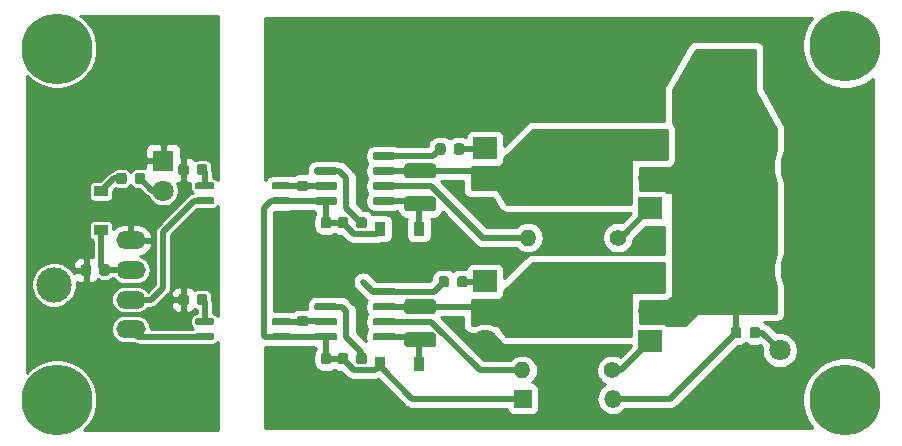
<source format=gbr>
G04 #@! TF.GenerationSoftware,KiCad,Pcbnew,(5.1.2)-1*
G04 #@! TF.CreationDate,2019-09-12T11:23:12+09:00*
G04 #@! TF.ProjectId,_______,cb081b8a-5f47-4622-9e6b-696361645f70,rev?*
G04 #@! TF.SameCoordinates,Original*
G04 #@! TF.FileFunction,Copper,L2,Bot*
G04 #@! TF.FilePolarity,Positive*
%FSLAX46Y46*%
G04 Gerber Fmt 4.6, Leading zero omitted, Abs format (unit mm)*
G04 Created by KiCad (PCBNEW (5.1.2)-1) date 2019-09-12 11:23:12*
%MOMM*%
%LPD*%
G04 APERTURE LIST*
%ADD10C,0.100000*%
%ADD11C,0.875000*%
%ADD12R,1.600000X1.600000*%
%ADD13C,1.600000*%
%ADD14R,1.200000X0.900000*%
%ADD15C,1.800000*%
%ADD16R,1.800000X1.800000*%
%ADD17C,3.000000*%
%ADD18O,2.500000X1.500000*%
%ADD19C,6.500000*%
%ADD20R,2.000000X1.905000*%
%ADD21O,2.000000X1.905000*%
%ADD22C,0.600000*%
%ADD23C,1.250000*%
%ADD24C,0.550000*%
%ADD25R,0.900000X1.200000*%
%ADD26C,4.500880*%
%ADD27C,1.400000*%
%ADD28O,1.400000X1.400000*%
%ADD29R,1.500000X1.500000*%
%ADD30O,1.500000X1.500000*%
%ADD31C,6.000000*%
%ADD32C,0.500000*%
%ADD33C,0.254000*%
G04 APERTURE END LIST*
D10*
G36*
X93527691Y-101526053D02*
G01*
X93548926Y-101529203D01*
X93569750Y-101534419D01*
X93589962Y-101541651D01*
X93609368Y-101550830D01*
X93627781Y-101561866D01*
X93645024Y-101574654D01*
X93660930Y-101589070D01*
X93675346Y-101604976D01*
X93688134Y-101622219D01*
X93699170Y-101640632D01*
X93708349Y-101660038D01*
X93715581Y-101680250D01*
X93720797Y-101701074D01*
X93723947Y-101722309D01*
X93725000Y-101743750D01*
X93725000Y-102256250D01*
X93723947Y-102277691D01*
X93720797Y-102298926D01*
X93715581Y-102319750D01*
X93708349Y-102339962D01*
X93699170Y-102359368D01*
X93688134Y-102377781D01*
X93675346Y-102395024D01*
X93660930Y-102410930D01*
X93645024Y-102425346D01*
X93627781Y-102438134D01*
X93609368Y-102449170D01*
X93589962Y-102458349D01*
X93569750Y-102465581D01*
X93548926Y-102470797D01*
X93527691Y-102473947D01*
X93506250Y-102475000D01*
X93068750Y-102475000D01*
X93047309Y-102473947D01*
X93026074Y-102470797D01*
X93005250Y-102465581D01*
X92985038Y-102458349D01*
X92965632Y-102449170D01*
X92947219Y-102438134D01*
X92929976Y-102425346D01*
X92914070Y-102410930D01*
X92899654Y-102395024D01*
X92886866Y-102377781D01*
X92875830Y-102359368D01*
X92866651Y-102339962D01*
X92859419Y-102319750D01*
X92854203Y-102298926D01*
X92851053Y-102277691D01*
X92850000Y-102256250D01*
X92850000Y-101743750D01*
X92851053Y-101722309D01*
X92854203Y-101701074D01*
X92859419Y-101680250D01*
X92866651Y-101660038D01*
X92875830Y-101640632D01*
X92886866Y-101622219D01*
X92899654Y-101604976D01*
X92914070Y-101589070D01*
X92929976Y-101574654D01*
X92947219Y-101561866D01*
X92965632Y-101550830D01*
X92985038Y-101541651D01*
X93005250Y-101534419D01*
X93026074Y-101529203D01*
X93047309Y-101526053D01*
X93068750Y-101525000D01*
X93506250Y-101525000D01*
X93527691Y-101526053D01*
X93527691Y-101526053D01*
G37*
D11*
X93287500Y-102000000D03*
D10*
G36*
X91952691Y-101526053D02*
G01*
X91973926Y-101529203D01*
X91994750Y-101534419D01*
X92014962Y-101541651D01*
X92034368Y-101550830D01*
X92052781Y-101561866D01*
X92070024Y-101574654D01*
X92085930Y-101589070D01*
X92100346Y-101604976D01*
X92113134Y-101622219D01*
X92124170Y-101640632D01*
X92133349Y-101660038D01*
X92140581Y-101680250D01*
X92145797Y-101701074D01*
X92148947Y-101722309D01*
X92150000Y-101743750D01*
X92150000Y-102256250D01*
X92148947Y-102277691D01*
X92145797Y-102298926D01*
X92140581Y-102319750D01*
X92133349Y-102339962D01*
X92124170Y-102359368D01*
X92113134Y-102377781D01*
X92100346Y-102395024D01*
X92085930Y-102410930D01*
X92070024Y-102425346D01*
X92052781Y-102438134D01*
X92034368Y-102449170D01*
X92014962Y-102458349D01*
X91994750Y-102465581D01*
X91973926Y-102470797D01*
X91952691Y-102473947D01*
X91931250Y-102475000D01*
X91493750Y-102475000D01*
X91472309Y-102473947D01*
X91451074Y-102470797D01*
X91430250Y-102465581D01*
X91410038Y-102458349D01*
X91390632Y-102449170D01*
X91372219Y-102438134D01*
X91354976Y-102425346D01*
X91339070Y-102410930D01*
X91324654Y-102395024D01*
X91311866Y-102377781D01*
X91300830Y-102359368D01*
X91291651Y-102339962D01*
X91284419Y-102319750D01*
X91279203Y-102298926D01*
X91276053Y-102277691D01*
X91275000Y-102256250D01*
X91275000Y-101743750D01*
X91276053Y-101722309D01*
X91279203Y-101701074D01*
X91284419Y-101680250D01*
X91291651Y-101660038D01*
X91300830Y-101640632D01*
X91311866Y-101622219D01*
X91324654Y-101604976D01*
X91339070Y-101589070D01*
X91354976Y-101574654D01*
X91372219Y-101561866D01*
X91390632Y-101550830D01*
X91410038Y-101541651D01*
X91430250Y-101534419D01*
X91451074Y-101529203D01*
X91472309Y-101526053D01*
X91493750Y-101525000D01*
X91931250Y-101525000D01*
X91952691Y-101526053D01*
X91952691Y-101526053D01*
G37*
D11*
X91712500Y-102000000D03*
D10*
G36*
X112277691Y-97526053D02*
G01*
X112298926Y-97529203D01*
X112319750Y-97534419D01*
X112339962Y-97541651D01*
X112359368Y-97550830D01*
X112377781Y-97561866D01*
X112395024Y-97574654D01*
X112410930Y-97589070D01*
X112425346Y-97604976D01*
X112438134Y-97622219D01*
X112449170Y-97640632D01*
X112458349Y-97660038D01*
X112465581Y-97680250D01*
X112470797Y-97701074D01*
X112473947Y-97722309D01*
X112475000Y-97743750D01*
X112475000Y-98256250D01*
X112473947Y-98277691D01*
X112470797Y-98298926D01*
X112465581Y-98319750D01*
X112458349Y-98339962D01*
X112449170Y-98359368D01*
X112438134Y-98377781D01*
X112425346Y-98395024D01*
X112410930Y-98410930D01*
X112395024Y-98425346D01*
X112377781Y-98438134D01*
X112359368Y-98449170D01*
X112339962Y-98458349D01*
X112319750Y-98465581D01*
X112298926Y-98470797D01*
X112277691Y-98473947D01*
X112256250Y-98475000D01*
X111818750Y-98475000D01*
X111797309Y-98473947D01*
X111776074Y-98470797D01*
X111755250Y-98465581D01*
X111735038Y-98458349D01*
X111715632Y-98449170D01*
X111697219Y-98438134D01*
X111679976Y-98425346D01*
X111664070Y-98410930D01*
X111649654Y-98395024D01*
X111636866Y-98377781D01*
X111625830Y-98359368D01*
X111616651Y-98339962D01*
X111609419Y-98319750D01*
X111604203Y-98298926D01*
X111601053Y-98277691D01*
X111600000Y-98256250D01*
X111600000Y-97743750D01*
X111601053Y-97722309D01*
X111604203Y-97701074D01*
X111609419Y-97680250D01*
X111616651Y-97660038D01*
X111625830Y-97640632D01*
X111636866Y-97622219D01*
X111649654Y-97604976D01*
X111664070Y-97589070D01*
X111679976Y-97574654D01*
X111697219Y-97561866D01*
X111715632Y-97550830D01*
X111735038Y-97541651D01*
X111755250Y-97534419D01*
X111776074Y-97529203D01*
X111797309Y-97526053D01*
X111818750Y-97525000D01*
X112256250Y-97525000D01*
X112277691Y-97526053D01*
X112277691Y-97526053D01*
G37*
D11*
X112037500Y-98000000D03*
D10*
G36*
X110702691Y-97526053D02*
G01*
X110723926Y-97529203D01*
X110744750Y-97534419D01*
X110764962Y-97541651D01*
X110784368Y-97550830D01*
X110802781Y-97561866D01*
X110820024Y-97574654D01*
X110835930Y-97589070D01*
X110850346Y-97604976D01*
X110863134Y-97622219D01*
X110874170Y-97640632D01*
X110883349Y-97660038D01*
X110890581Y-97680250D01*
X110895797Y-97701074D01*
X110898947Y-97722309D01*
X110900000Y-97743750D01*
X110900000Y-98256250D01*
X110898947Y-98277691D01*
X110895797Y-98298926D01*
X110890581Y-98319750D01*
X110883349Y-98339962D01*
X110874170Y-98359368D01*
X110863134Y-98377781D01*
X110850346Y-98395024D01*
X110835930Y-98410930D01*
X110820024Y-98425346D01*
X110802781Y-98438134D01*
X110784368Y-98449170D01*
X110764962Y-98458349D01*
X110744750Y-98465581D01*
X110723926Y-98470797D01*
X110702691Y-98473947D01*
X110681250Y-98475000D01*
X110243750Y-98475000D01*
X110222309Y-98473947D01*
X110201074Y-98470797D01*
X110180250Y-98465581D01*
X110160038Y-98458349D01*
X110140632Y-98449170D01*
X110122219Y-98438134D01*
X110104976Y-98425346D01*
X110089070Y-98410930D01*
X110074654Y-98395024D01*
X110061866Y-98377781D01*
X110050830Y-98359368D01*
X110041651Y-98339962D01*
X110034419Y-98319750D01*
X110029203Y-98298926D01*
X110026053Y-98277691D01*
X110025000Y-98256250D01*
X110025000Y-97743750D01*
X110026053Y-97722309D01*
X110029203Y-97701074D01*
X110034419Y-97680250D01*
X110041651Y-97660038D01*
X110050830Y-97640632D01*
X110061866Y-97622219D01*
X110074654Y-97604976D01*
X110089070Y-97589070D01*
X110104976Y-97574654D01*
X110122219Y-97561866D01*
X110140632Y-97550830D01*
X110160038Y-97541651D01*
X110180250Y-97534419D01*
X110201074Y-97529203D01*
X110222309Y-97526053D01*
X110243750Y-97525000D01*
X110681250Y-97525000D01*
X110702691Y-97526053D01*
X110702691Y-97526053D01*
G37*
D11*
X110462500Y-98000000D03*
D10*
G36*
X112277691Y-109026053D02*
G01*
X112298926Y-109029203D01*
X112319750Y-109034419D01*
X112339962Y-109041651D01*
X112359368Y-109050830D01*
X112377781Y-109061866D01*
X112395024Y-109074654D01*
X112410930Y-109089070D01*
X112425346Y-109104976D01*
X112438134Y-109122219D01*
X112449170Y-109140632D01*
X112458349Y-109160038D01*
X112465581Y-109180250D01*
X112470797Y-109201074D01*
X112473947Y-109222309D01*
X112475000Y-109243750D01*
X112475000Y-109756250D01*
X112473947Y-109777691D01*
X112470797Y-109798926D01*
X112465581Y-109819750D01*
X112458349Y-109839962D01*
X112449170Y-109859368D01*
X112438134Y-109877781D01*
X112425346Y-109895024D01*
X112410930Y-109910930D01*
X112395024Y-109925346D01*
X112377781Y-109938134D01*
X112359368Y-109949170D01*
X112339962Y-109958349D01*
X112319750Y-109965581D01*
X112298926Y-109970797D01*
X112277691Y-109973947D01*
X112256250Y-109975000D01*
X111818750Y-109975000D01*
X111797309Y-109973947D01*
X111776074Y-109970797D01*
X111755250Y-109965581D01*
X111735038Y-109958349D01*
X111715632Y-109949170D01*
X111697219Y-109938134D01*
X111679976Y-109925346D01*
X111664070Y-109910930D01*
X111649654Y-109895024D01*
X111636866Y-109877781D01*
X111625830Y-109859368D01*
X111616651Y-109839962D01*
X111609419Y-109819750D01*
X111604203Y-109798926D01*
X111601053Y-109777691D01*
X111600000Y-109756250D01*
X111600000Y-109243750D01*
X111601053Y-109222309D01*
X111604203Y-109201074D01*
X111609419Y-109180250D01*
X111616651Y-109160038D01*
X111625830Y-109140632D01*
X111636866Y-109122219D01*
X111649654Y-109104976D01*
X111664070Y-109089070D01*
X111679976Y-109074654D01*
X111697219Y-109061866D01*
X111715632Y-109050830D01*
X111735038Y-109041651D01*
X111755250Y-109034419D01*
X111776074Y-109029203D01*
X111797309Y-109026053D01*
X111818750Y-109025000D01*
X112256250Y-109025000D01*
X112277691Y-109026053D01*
X112277691Y-109026053D01*
G37*
D11*
X112037500Y-109500000D03*
D10*
G36*
X110702691Y-109026053D02*
G01*
X110723926Y-109029203D01*
X110744750Y-109034419D01*
X110764962Y-109041651D01*
X110784368Y-109050830D01*
X110802781Y-109061866D01*
X110820024Y-109074654D01*
X110835930Y-109089070D01*
X110850346Y-109104976D01*
X110863134Y-109122219D01*
X110874170Y-109140632D01*
X110883349Y-109160038D01*
X110890581Y-109180250D01*
X110895797Y-109201074D01*
X110898947Y-109222309D01*
X110900000Y-109243750D01*
X110900000Y-109756250D01*
X110898947Y-109777691D01*
X110895797Y-109798926D01*
X110890581Y-109819750D01*
X110883349Y-109839962D01*
X110874170Y-109859368D01*
X110863134Y-109877781D01*
X110850346Y-109895024D01*
X110835930Y-109910930D01*
X110820024Y-109925346D01*
X110802781Y-109938134D01*
X110784368Y-109949170D01*
X110764962Y-109958349D01*
X110744750Y-109965581D01*
X110723926Y-109970797D01*
X110702691Y-109973947D01*
X110681250Y-109975000D01*
X110243750Y-109975000D01*
X110222309Y-109973947D01*
X110201074Y-109970797D01*
X110180250Y-109965581D01*
X110160038Y-109958349D01*
X110140632Y-109949170D01*
X110122219Y-109938134D01*
X110104976Y-109925346D01*
X110089070Y-109910930D01*
X110074654Y-109895024D01*
X110061866Y-109877781D01*
X110050830Y-109859368D01*
X110041651Y-109839962D01*
X110034419Y-109819750D01*
X110029203Y-109798926D01*
X110026053Y-109777691D01*
X110025000Y-109756250D01*
X110025000Y-109243750D01*
X110026053Y-109222309D01*
X110029203Y-109201074D01*
X110034419Y-109180250D01*
X110041651Y-109160038D01*
X110050830Y-109140632D01*
X110061866Y-109122219D01*
X110074654Y-109104976D01*
X110089070Y-109089070D01*
X110104976Y-109074654D01*
X110122219Y-109061866D01*
X110140632Y-109050830D01*
X110160038Y-109041651D01*
X110180250Y-109034419D01*
X110201074Y-109029203D01*
X110222309Y-109026053D01*
X110243750Y-109025000D01*
X110681250Y-109025000D01*
X110702691Y-109026053D01*
X110702691Y-109026053D01*
G37*
D11*
X110462500Y-109500000D03*
D12*
X146750000Y-84500000D03*
D13*
X150250000Y-84500000D03*
D14*
X93000000Y-98650000D03*
X93000000Y-95350000D03*
D15*
X150460000Y-108800000D03*
D16*
X153000000Y-108800000D03*
X98250000Y-92750000D03*
D15*
X98250000Y-95290000D03*
D17*
X89000000Y-103250000D03*
D18*
X95500000Y-107000000D03*
X95500000Y-104500000D03*
X95500000Y-102000000D03*
X95500000Y-99500000D03*
D19*
X146750000Y-102000000D03*
X153750000Y-102000000D03*
D20*
X139500000Y-96790000D03*
D21*
X139500000Y-94250000D03*
X139500000Y-91710000D03*
X125500000Y-96790000D03*
X125500000Y-94250000D03*
D20*
X125500000Y-91710000D03*
D21*
X139500000Y-102960000D03*
X139500000Y-105500000D03*
D20*
X139500000Y-108040000D03*
X125500000Y-102960000D03*
D21*
X125500000Y-105500000D03*
X125500000Y-108040000D03*
D10*
G36*
X100202691Y-93026053D02*
G01*
X100223926Y-93029203D01*
X100244750Y-93034419D01*
X100264962Y-93041651D01*
X100284368Y-93050830D01*
X100302781Y-93061866D01*
X100320024Y-93074654D01*
X100335930Y-93089070D01*
X100350346Y-93104976D01*
X100363134Y-93122219D01*
X100374170Y-93140632D01*
X100383349Y-93160038D01*
X100390581Y-93180250D01*
X100395797Y-93201074D01*
X100398947Y-93222309D01*
X100400000Y-93243750D01*
X100400000Y-93756250D01*
X100398947Y-93777691D01*
X100395797Y-93798926D01*
X100390581Y-93819750D01*
X100383349Y-93839962D01*
X100374170Y-93859368D01*
X100363134Y-93877781D01*
X100350346Y-93895024D01*
X100335930Y-93910930D01*
X100320024Y-93925346D01*
X100302781Y-93938134D01*
X100284368Y-93949170D01*
X100264962Y-93958349D01*
X100244750Y-93965581D01*
X100223926Y-93970797D01*
X100202691Y-93973947D01*
X100181250Y-93975000D01*
X99743750Y-93975000D01*
X99722309Y-93973947D01*
X99701074Y-93970797D01*
X99680250Y-93965581D01*
X99660038Y-93958349D01*
X99640632Y-93949170D01*
X99622219Y-93938134D01*
X99604976Y-93925346D01*
X99589070Y-93910930D01*
X99574654Y-93895024D01*
X99561866Y-93877781D01*
X99550830Y-93859368D01*
X99541651Y-93839962D01*
X99534419Y-93819750D01*
X99529203Y-93798926D01*
X99526053Y-93777691D01*
X99525000Y-93756250D01*
X99525000Y-93243750D01*
X99526053Y-93222309D01*
X99529203Y-93201074D01*
X99534419Y-93180250D01*
X99541651Y-93160038D01*
X99550830Y-93140632D01*
X99561866Y-93122219D01*
X99574654Y-93104976D01*
X99589070Y-93089070D01*
X99604976Y-93074654D01*
X99622219Y-93061866D01*
X99640632Y-93050830D01*
X99660038Y-93041651D01*
X99680250Y-93034419D01*
X99701074Y-93029203D01*
X99722309Y-93026053D01*
X99743750Y-93025000D01*
X100181250Y-93025000D01*
X100202691Y-93026053D01*
X100202691Y-93026053D01*
G37*
D11*
X99962500Y-93500000D03*
D10*
G36*
X101777691Y-93026053D02*
G01*
X101798926Y-93029203D01*
X101819750Y-93034419D01*
X101839962Y-93041651D01*
X101859368Y-93050830D01*
X101877781Y-93061866D01*
X101895024Y-93074654D01*
X101910930Y-93089070D01*
X101925346Y-93104976D01*
X101938134Y-93122219D01*
X101949170Y-93140632D01*
X101958349Y-93160038D01*
X101965581Y-93180250D01*
X101970797Y-93201074D01*
X101973947Y-93222309D01*
X101975000Y-93243750D01*
X101975000Y-93756250D01*
X101973947Y-93777691D01*
X101970797Y-93798926D01*
X101965581Y-93819750D01*
X101958349Y-93839962D01*
X101949170Y-93859368D01*
X101938134Y-93877781D01*
X101925346Y-93895024D01*
X101910930Y-93910930D01*
X101895024Y-93925346D01*
X101877781Y-93938134D01*
X101859368Y-93949170D01*
X101839962Y-93958349D01*
X101819750Y-93965581D01*
X101798926Y-93970797D01*
X101777691Y-93973947D01*
X101756250Y-93975000D01*
X101318750Y-93975000D01*
X101297309Y-93973947D01*
X101276074Y-93970797D01*
X101255250Y-93965581D01*
X101235038Y-93958349D01*
X101215632Y-93949170D01*
X101197219Y-93938134D01*
X101179976Y-93925346D01*
X101164070Y-93910930D01*
X101149654Y-93895024D01*
X101136866Y-93877781D01*
X101125830Y-93859368D01*
X101116651Y-93839962D01*
X101109419Y-93819750D01*
X101104203Y-93798926D01*
X101101053Y-93777691D01*
X101100000Y-93756250D01*
X101100000Y-93243750D01*
X101101053Y-93222309D01*
X101104203Y-93201074D01*
X101109419Y-93180250D01*
X101116651Y-93160038D01*
X101125830Y-93140632D01*
X101136866Y-93122219D01*
X101149654Y-93104976D01*
X101164070Y-93089070D01*
X101179976Y-93074654D01*
X101197219Y-93061866D01*
X101215632Y-93050830D01*
X101235038Y-93041651D01*
X101255250Y-93034419D01*
X101276074Y-93029203D01*
X101297309Y-93026053D01*
X101318750Y-93025000D01*
X101756250Y-93025000D01*
X101777691Y-93026053D01*
X101777691Y-93026053D01*
G37*
D11*
X101537500Y-93500000D03*
D10*
G36*
X101777691Y-104026053D02*
G01*
X101798926Y-104029203D01*
X101819750Y-104034419D01*
X101839962Y-104041651D01*
X101859368Y-104050830D01*
X101877781Y-104061866D01*
X101895024Y-104074654D01*
X101910930Y-104089070D01*
X101925346Y-104104976D01*
X101938134Y-104122219D01*
X101949170Y-104140632D01*
X101958349Y-104160038D01*
X101965581Y-104180250D01*
X101970797Y-104201074D01*
X101973947Y-104222309D01*
X101975000Y-104243750D01*
X101975000Y-104756250D01*
X101973947Y-104777691D01*
X101970797Y-104798926D01*
X101965581Y-104819750D01*
X101958349Y-104839962D01*
X101949170Y-104859368D01*
X101938134Y-104877781D01*
X101925346Y-104895024D01*
X101910930Y-104910930D01*
X101895024Y-104925346D01*
X101877781Y-104938134D01*
X101859368Y-104949170D01*
X101839962Y-104958349D01*
X101819750Y-104965581D01*
X101798926Y-104970797D01*
X101777691Y-104973947D01*
X101756250Y-104975000D01*
X101318750Y-104975000D01*
X101297309Y-104973947D01*
X101276074Y-104970797D01*
X101255250Y-104965581D01*
X101235038Y-104958349D01*
X101215632Y-104949170D01*
X101197219Y-104938134D01*
X101179976Y-104925346D01*
X101164070Y-104910930D01*
X101149654Y-104895024D01*
X101136866Y-104877781D01*
X101125830Y-104859368D01*
X101116651Y-104839962D01*
X101109419Y-104819750D01*
X101104203Y-104798926D01*
X101101053Y-104777691D01*
X101100000Y-104756250D01*
X101100000Y-104243750D01*
X101101053Y-104222309D01*
X101104203Y-104201074D01*
X101109419Y-104180250D01*
X101116651Y-104160038D01*
X101125830Y-104140632D01*
X101136866Y-104122219D01*
X101149654Y-104104976D01*
X101164070Y-104089070D01*
X101179976Y-104074654D01*
X101197219Y-104061866D01*
X101215632Y-104050830D01*
X101235038Y-104041651D01*
X101255250Y-104034419D01*
X101276074Y-104029203D01*
X101297309Y-104026053D01*
X101318750Y-104025000D01*
X101756250Y-104025000D01*
X101777691Y-104026053D01*
X101777691Y-104026053D01*
G37*
D11*
X101537500Y-104500000D03*
D10*
G36*
X100202691Y-104026053D02*
G01*
X100223926Y-104029203D01*
X100244750Y-104034419D01*
X100264962Y-104041651D01*
X100284368Y-104050830D01*
X100302781Y-104061866D01*
X100320024Y-104074654D01*
X100335930Y-104089070D01*
X100350346Y-104104976D01*
X100363134Y-104122219D01*
X100374170Y-104140632D01*
X100383349Y-104160038D01*
X100390581Y-104180250D01*
X100395797Y-104201074D01*
X100398947Y-104222309D01*
X100400000Y-104243750D01*
X100400000Y-104756250D01*
X100398947Y-104777691D01*
X100395797Y-104798926D01*
X100390581Y-104819750D01*
X100383349Y-104839962D01*
X100374170Y-104859368D01*
X100363134Y-104877781D01*
X100350346Y-104895024D01*
X100335930Y-104910930D01*
X100320024Y-104925346D01*
X100302781Y-104938134D01*
X100284368Y-104949170D01*
X100264962Y-104958349D01*
X100244750Y-104965581D01*
X100223926Y-104970797D01*
X100202691Y-104973947D01*
X100181250Y-104975000D01*
X99743750Y-104975000D01*
X99722309Y-104973947D01*
X99701074Y-104970797D01*
X99680250Y-104965581D01*
X99660038Y-104958349D01*
X99640632Y-104949170D01*
X99622219Y-104938134D01*
X99604976Y-104925346D01*
X99589070Y-104910930D01*
X99574654Y-104895024D01*
X99561866Y-104877781D01*
X99550830Y-104859368D01*
X99541651Y-104839962D01*
X99534419Y-104819750D01*
X99529203Y-104798926D01*
X99526053Y-104777691D01*
X99525000Y-104756250D01*
X99525000Y-104243750D01*
X99526053Y-104222309D01*
X99529203Y-104201074D01*
X99534419Y-104180250D01*
X99541651Y-104160038D01*
X99550830Y-104140632D01*
X99561866Y-104122219D01*
X99574654Y-104104976D01*
X99589070Y-104089070D01*
X99604976Y-104074654D01*
X99622219Y-104061866D01*
X99640632Y-104050830D01*
X99660038Y-104041651D01*
X99680250Y-104034419D01*
X99701074Y-104029203D01*
X99722309Y-104026053D01*
X99743750Y-104025000D01*
X100181250Y-104025000D01*
X100202691Y-104026053D01*
X100202691Y-104026053D01*
G37*
D11*
X99962500Y-104500000D03*
D10*
G36*
X110327691Y-92876053D02*
G01*
X110348926Y-92879203D01*
X110369750Y-92884419D01*
X110389962Y-92891651D01*
X110409368Y-92900830D01*
X110427781Y-92911866D01*
X110445024Y-92924654D01*
X110460930Y-92939070D01*
X110475346Y-92954976D01*
X110488134Y-92972219D01*
X110499170Y-92990632D01*
X110508349Y-93010038D01*
X110515581Y-93030250D01*
X110520797Y-93051074D01*
X110523947Y-93072309D01*
X110525000Y-93093750D01*
X110525000Y-93531250D01*
X110523947Y-93552691D01*
X110520797Y-93573926D01*
X110515581Y-93594750D01*
X110508349Y-93614962D01*
X110499170Y-93634368D01*
X110488134Y-93652781D01*
X110475346Y-93670024D01*
X110460930Y-93685930D01*
X110445024Y-93700346D01*
X110427781Y-93713134D01*
X110409368Y-93724170D01*
X110389962Y-93733349D01*
X110369750Y-93740581D01*
X110348926Y-93745797D01*
X110327691Y-93748947D01*
X110306250Y-93750000D01*
X109793750Y-93750000D01*
X109772309Y-93748947D01*
X109751074Y-93745797D01*
X109730250Y-93740581D01*
X109710038Y-93733349D01*
X109690632Y-93724170D01*
X109672219Y-93713134D01*
X109654976Y-93700346D01*
X109639070Y-93685930D01*
X109624654Y-93670024D01*
X109611866Y-93652781D01*
X109600830Y-93634368D01*
X109591651Y-93614962D01*
X109584419Y-93594750D01*
X109579203Y-93573926D01*
X109576053Y-93552691D01*
X109575000Y-93531250D01*
X109575000Y-93093750D01*
X109576053Y-93072309D01*
X109579203Y-93051074D01*
X109584419Y-93030250D01*
X109591651Y-93010038D01*
X109600830Y-92990632D01*
X109611866Y-92972219D01*
X109624654Y-92954976D01*
X109639070Y-92939070D01*
X109654976Y-92924654D01*
X109672219Y-92911866D01*
X109690632Y-92900830D01*
X109710038Y-92891651D01*
X109730250Y-92884419D01*
X109751074Y-92879203D01*
X109772309Y-92876053D01*
X109793750Y-92875000D01*
X110306250Y-92875000D01*
X110327691Y-92876053D01*
X110327691Y-92876053D01*
G37*
D11*
X110050000Y-93312500D03*
D10*
G36*
X110327691Y-94451053D02*
G01*
X110348926Y-94454203D01*
X110369750Y-94459419D01*
X110389962Y-94466651D01*
X110409368Y-94475830D01*
X110427781Y-94486866D01*
X110445024Y-94499654D01*
X110460930Y-94514070D01*
X110475346Y-94529976D01*
X110488134Y-94547219D01*
X110499170Y-94565632D01*
X110508349Y-94585038D01*
X110515581Y-94605250D01*
X110520797Y-94626074D01*
X110523947Y-94647309D01*
X110525000Y-94668750D01*
X110525000Y-95106250D01*
X110523947Y-95127691D01*
X110520797Y-95148926D01*
X110515581Y-95169750D01*
X110508349Y-95189962D01*
X110499170Y-95209368D01*
X110488134Y-95227781D01*
X110475346Y-95245024D01*
X110460930Y-95260930D01*
X110445024Y-95275346D01*
X110427781Y-95288134D01*
X110409368Y-95299170D01*
X110389962Y-95308349D01*
X110369750Y-95315581D01*
X110348926Y-95320797D01*
X110327691Y-95323947D01*
X110306250Y-95325000D01*
X109793750Y-95325000D01*
X109772309Y-95323947D01*
X109751074Y-95320797D01*
X109730250Y-95315581D01*
X109710038Y-95308349D01*
X109690632Y-95299170D01*
X109672219Y-95288134D01*
X109654976Y-95275346D01*
X109639070Y-95260930D01*
X109624654Y-95245024D01*
X109611866Y-95227781D01*
X109600830Y-95209368D01*
X109591651Y-95189962D01*
X109584419Y-95169750D01*
X109579203Y-95148926D01*
X109576053Y-95127691D01*
X109575000Y-95106250D01*
X109575000Y-94668750D01*
X109576053Y-94647309D01*
X109579203Y-94626074D01*
X109584419Y-94605250D01*
X109591651Y-94585038D01*
X109600830Y-94565632D01*
X109611866Y-94547219D01*
X109624654Y-94529976D01*
X109639070Y-94514070D01*
X109654976Y-94499654D01*
X109672219Y-94486866D01*
X109690632Y-94475830D01*
X109710038Y-94466651D01*
X109730250Y-94459419D01*
X109751074Y-94454203D01*
X109772309Y-94451053D01*
X109793750Y-94450000D01*
X110306250Y-94450000D01*
X110327691Y-94451053D01*
X110327691Y-94451053D01*
G37*
D11*
X110050000Y-94887500D03*
D10*
G36*
X110327691Y-105901053D02*
G01*
X110348926Y-105904203D01*
X110369750Y-105909419D01*
X110389962Y-105916651D01*
X110409368Y-105925830D01*
X110427781Y-105936866D01*
X110445024Y-105949654D01*
X110460930Y-105964070D01*
X110475346Y-105979976D01*
X110488134Y-105997219D01*
X110499170Y-106015632D01*
X110508349Y-106035038D01*
X110515581Y-106055250D01*
X110520797Y-106076074D01*
X110523947Y-106097309D01*
X110525000Y-106118750D01*
X110525000Y-106556250D01*
X110523947Y-106577691D01*
X110520797Y-106598926D01*
X110515581Y-106619750D01*
X110508349Y-106639962D01*
X110499170Y-106659368D01*
X110488134Y-106677781D01*
X110475346Y-106695024D01*
X110460930Y-106710930D01*
X110445024Y-106725346D01*
X110427781Y-106738134D01*
X110409368Y-106749170D01*
X110389962Y-106758349D01*
X110369750Y-106765581D01*
X110348926Y-106770797D01*
X110327691Y-106773947D01*
X110306250Y-106775000D01*
X109793750Y-106775000D01*
X109772309Y-106773947D01*
X109751074Y-106770797D01*
X109730250Y-106765581D01*
X109710038Y-106758349D01*
X109690632Y-106749170D01*
X109672219Y-106738134D01*
X109654976Y-106725346D01*
X109639070Y-106710930D01*
X109624654Y-106695024D01*
X109611866Y-106677781D01*
X109600830Y-106659368D01*
X109591651Y-106639962D01*
X109584419Y-106619750D01*
X109579203Y-106598926D01*
X109576053Y-106577691D01*
X109575000Y-106556250D01*
X109575000Y-106118750D01*
X109576053Y-106097309D01*
X109579203Y-106076074D01*
X109584419Y-106055250D01*
X109591651Y-106035038D01*
X109600830Y-106015632D01*
X109611866Y-105997219D01*
X109624654Y-105979976D01*
X109639070Y-105964070D01*
X109654976Y-105949654D01*
X109672219Y-105936866D01*
X109690632Y-105925830D01*
X109710038Y-105916651D01*
X109730250Y-105909419D01*
X109751074Y-105904203D01*
X109772309Y-105901053D01*
X109793750Y-105900000D01*
X110306250Y-105900000D01*
X110327691Y-105901053D01*
X110327691Y-105901053D01*
G37*
D11*
X110050000Y-106337500D03*
D10*
G36*
X110327691Y-104326053D02*
G01*
X110348926Y-104329203D01*
X110369750Y-104334419D01*
X110389962Y-104341651D01*
X110409368Y-104350830D01*
X110427781Y-104361866D01*
X110445024Y-104374654D01*
X110460930Y-104389070D01*
X110475346Y-104404976D01*
X110488134Y-104422219D01*
X110499170Y-104440632D01*
X110508349Y-104460038D01*
X110515581Y-104480250D01*
X110520797Y-104501074D01*
X110523947Y-104522309D01*
X110525000Y-104543750D01*
X110525000Y-104981250D01*
X110523947Y-105002691D01*
X110520797Y-105023926D01*
X110515581Y-105044750D01*
X110508349Y-105064962D01*
X110499170Y-105084368D01*
X110488134Y-105102781D01*
X110475346Y-105120024D01*
X110460930Y-105135930D01*
X110445024Y-105150346D01*
X110427781Y-105163134D01*
X110409368Y-105174170D01*
X110389962Y-105183349D01*
X110369750Y-105190581D01*
X110348926Y-105195797D01*
X110327691Y-105198947D01*
X110306250Y-105200000D01*
X109793750Y-105200000D01*
X109772309Y-105198947D01*
X109751074Y-105195797D01*
X109730250Y-105190581D01*
X109710038Y-105183349D01*
X109690632Y-105174170D01*
X109672219Y-105163134D01*
X109654976Y-105150346D01*
X109639070Y-105135930D01*
X109624654Y-105120024D01*
X109611866Y-105102781D01*
X109600830Y-105084368D01*
X109591651Y-105064962D01*
X109584419Y-105044750D01*
X109579203Y-105023926D01*
X109576053Y-105002691D01*
X109575000Y-104981250D01*
X109575000Y-104543750D01*
X109576053Y-104522309D01*
X109579203Y-104501074D01*
X109584419Y-104480250D01*
X109591651Y-104460038D01*
X109600830Y-104440632D01*
X109611866Y-104422219D01*
X109624654Y-104404976D01*
X109639070Y-104389070D01*
X109654976Y-104374654D01*
X109672219Y-104361866D01*
X109690632Y-104350830D01*
X109710038Y-104341651D01*
X109730250Y-104334419D01*
X109751074Y-104329203D01*
X109772309Y-104326053D01*
X109793750Y-104325000D01*
X110306250Y-104325000D01*
X110327691Y-104326053D01*
X110327691Y-104326053D01*
G37*
D11*
X110050000Y-104762500D03*
D10*
G36*
X148577691Y-106826053D02*
G01*
X148598926Y-106829203D01*
X148619750Y-106834419D01*
X148639962Y-106841651D01*
X148659368Y-106850830D01*
X148677781Y-106861866D01*
X148695024Y-106874654D01*
X148710930Y-106889070D01*
X148725346Y-106904976D01*
X148738134Y-106922219D01*
X148749170Y-106940632D01*
X148758349Y-106960038D01*
X148765581Y-106980250D01*
X148770797Y-107001074D01*
X148773947Y-107022309D01*
X148775000Y-107043750D01*
X148775000Y-107556250D01*
X148773947Y-107577691D01*
X148770797Y-107598926D01*
X148765581Y-107619750D01*
X148758349Y-107639962D01*
X148749170Y-107659368D01*
X148738134Y-107677781D01*
X148725346Y-107695024D01*
X148710930Y-107710930D01*
X148695024Y-107725346D01*
X148677781Y-107738134D01*
X148659368Y-107749170D01*
X148639962Y-107758349D01*
X148619750Y-107765581D01*
X148598926Y-107770797D01*
X148577691Y-107773947D01*
X148556250Y-107775000D01*
X148118750Y-107775000D01*
X148097309Y-107773947D01*
X148076074Y-107770797D01*
X148055250Y-107765581D01*
X148035038Y-107758349D01*
X148015632Y-107749170D01*
X147997219Y-107738134D01*
X147979976Y-107725346D01*
X147964070Y-107710930D01*
X147949654Y-107695024D01*
X147936866Y-107677781D01*
X147925830Y-107659368D01*
X147916651Y-107639962D01*
X147909419Y-107619750D01*
X147904203Y-107598926D01*
X147901053Y-107577691D01*
X147900000Y-107556250D01*
X147900000Y-107043750D01*
X147901053Y-107022309D01*
X147904203Y-107001074D01*
X147909419Y-106980250D01*
X147916651Y-106960038D01*
X147925830Y-106940632D01*
X147936866Y-106922219D01*
X147949654Y-106904976D01*
X147964070Y-106889070D01*
X147979976Y-106874654D01*
X147997219Y-106861866D01*
X148015632Y-106850830D01*
X148035038Y-106841651D01*
X148055250Y-106834419D01*
X148076074Y-106829203D01*
X148097309Y-106826053D01*
X148118750Y-106825000D01*
X148556250Y-106825000D01*
X148577691Y-106826053D01*
X148577691Y-106826053D01*
G37*
D11*
X148337500Y-107300000D03*
D10*
G36*
X147002691Y-106826053D02*
G01*
X147023926Y-106829203D01*
X147044750Y-106834419D01*
X147064962Y-106841651D01*
X147084368Y-106850830D01*
X147102781Y-106861866D01*
X147120024Y-106874654D01*
X147135930Y-106889070D01*
X147150346Y-106904976D01*
X147163134Y-106922219D01*
X147174170Y-106940632D01*
X147183349Y-106960038D01*
X147190581Y-106980250D01*
X147195797Y-107001074D01*
X147198947Y-107022309D01*
X147200000Y-107043750D01*
X147200000Y-107556250D01*
X147198947Y-107577691D01*
X147195797Y-107598926D01*
X147190581Y-107619750D01*
X147183349Y-107639962D01*
X147174170Y-107659368D01*
X147163134Y-107677781D01*
X147150346Y-107695024D01*
X147135930Y-107710930D01*
X147120024Y-107725346D01*
X147102781Y-107738134D01*
X147084368Y-107749170D01*
X147064962Y-107758349D01*
X147044750Y-107765581D01*
X147023926Y-107770797D01*
X147002691Y-107773947D01*
X146981250Y-107775000D01*
X146543750Y-107775000D01*
X146522309Y-107773947D01*
X146501074Y-107770797D01*
X146480250Y-107765581D01*
X146460038Y-107758349D01*
X146440632Y-107749170D01*
X146422219Y-107738134D01*
X146404976Y-107725346D01*
X146389070Y-107710930D01*
X146374654Y-107695024D01*
X146361866Y-107677781D01*
X146350830Y-107659368D01*
X146341651Y-107639962D01*
X146334419Y-107619750D01*
X146329203Y-107598926D01*
X146326053Y-107577691D01*
X146325000Y-107556250D01*
X146325000Y-107043750D01*
X146326053Y-107022309D01*
X146329203Y-107001074D01*
X146334419Y-106980250D01*
X146341651Y-106960038D01*
X146350830Y-106940632D01*
X146361866Y-106922219D01*
X146374654Y-106904976D01*
X146389070Y-106889070D01*
X146404976Y-106874654D01*
X146422219Y-106861866D01*
X146440632Y-106850830D01*
X146460038Y-106841651D01*
X146480250Y-106834419D01*
X146501074Y-106829203D01*
X146522309Y-106826053D01*
X146543750Y-106825000D01*
X146981250Y-106825000D01*
X147002691Y-106826053D01*
X147002691Y-106826053D01*
G37*
D11*
X146762500Y-107300000D03*
D10*
G36*
X94952691Y-93776053D02*
G01*
X94973926Y-93779203D01*
X94994750Y-93784419D01*
X95014962Y-93791651D01*
X95034368Y-93800830D01*
X95052781Y-93811866D01*
X95070024Y-93824654D01*
X95085930Y-93839070D01*
X95100346Y-93854976D01*
X95113134Y-93872219D01*
X95124170Y-93890632D01*
X95133349Y-93910038D01*
X95140581Y-93930250D01*
X95145797Y-93951074D01*
X95148947Y-93972309D01*
X95150000Y-93993750D01*
X95150000Y-94506250D01*
X95148947Y-94527691D01*
X95145797Y-94548926D01*
X95140581Y-94569750D01*
X95133349Y-94589962D01*
X95124170Y-94609368D01*
X95113134Y-94627781D01*
X95100346Y-94645024D01*
X95085930Y-94660930D01*
X95070024Y-94675346D01*
X95052781Y-94688134D01*
X95034368Y-94699170D01*
X95014962Y-94708349D01*
X94994750Y-94715581D01*
X94973926Y-94720797D01*
X94952691Y-94723947D01*
X94931250Y-94725000D01*
X94493750Y-94725000D01*
X94472309Y-94723947D01*
X94451074Y-94720797D01*
X94430250Y-94715581D01*
X94410038Y-94708349D01*
X94390632Y-94699170D01*
X94372219Y-94688134D01*
X94354976Y-94675346D01*
X94339070Y-94660930D01*
X94324654Y-94645024D01*
X94311866Y-94627781D01*
X94300830Y-94609368D01*
X94291651Y-94589962D01*
X94284419Y-94569750D01*
X94279203Y-94548926D01*
X94276053Y-94527691D01*
X94275000Y-94506250D01*
X94275000Y-93993750D01*
X94276053Y-93972309D01*
X94279203Y-93951074D01*
X94284419Y-93930250D01*
X94291651Y-93910038D01*
X94300830Y-93890632D01*
X94311866Y-93872219D01*
X94324654Y-93854976D01*
X94339070Y-93839070D01*
X94354976Y-93824654D01*
X94372219Y-93811866D01*
X94390632Y-93800830D01*
X94410038Y-93791651D01*
X94430250Y-93784419D01*
X94451074Y-93779203D01*
X94472309Y-93776053D01*
X94493750Y-93775000D01*
X94931250Y-93775000D01*
X94952691Y-93776053D01*
X94952691Y-93776053D01*
G37*
D11*
X94712500Y-94250000D03*
D10*
G36*
X96527691Y-93776053D02*
G01*
X96548926Y-93779203D01*
X96569750Y-93784419D01*
X96589962Y-93791651D01*
X96609368Y-93800830D01*
X96627781Y-93811866D01*
X96645024Y-93824654D01*
X96660930Y-93839070D01*
X96675346Y-93854976D01*
X96688134Y-93872219D01*
X96699170Y-93890632D01*
X96708349Y-93910038D01*
X96715581Y-93930250D01*
X96720797Y-93951074D01*
X96723947Y-93972309D01*
X96725000Y-93993750D01*
X96725000Y-94506250D01*
X96723947Y-94527691D01*
X96720797Y-94548926D01*
X96715581Y-94569750D01*
X96708349Y-94589962D01*
X96699170Y-94609368D01*
X96688134Y-94627781D01*
X96675346Y-94645024D01*
X96660930Y-94660930D01*
X96645024Y-94675346D01*
X96627781Y-94688134D01*
X96609368Y-94699170D01*
X96589962Y-94708349D01*
X96569750Y-94715581D01*
X96548926Y-94720797D01*
X96527691Y-94723947D01*
X96506250Y-94725000D01*
X96068750Y-94725000D01*
X96047309Y-94723947D01*
X96026074Y-94720797D01*
X96005250Y-94715581D01*
X95985038Y-94708349D01*
X95965632Y-94699170D01*
X95947219Y-94688134D01*
X95929976Y-94675346D01*
X95914070Y-94660930D01*
X95899654Y-94645024D01*
X95886866Y-94627781D01*
X95875830Y-94609368D01*
X95866651Y-94589962D01*
X95859419Y-94569750D01*
X95854203Y-94548926D01*
X95851053Y-94527691D01*
X95850000Y-94506250D01*
X95850000Y-93993750D01*
X95851053Y-93972309D01*
X95854203Y-93951074D01*
X95859419Y-93930250D01*
X95866651Y-93910038D01*
X95875830Y-93890632D01*
X95886866Y-93872219D01*
X95899654Y-93854976D01*
X95914070Y-93839070D01*
X95929976Y-93824654D01*
X95947219Y-93811866D01*
X95965632Y-93800830D01*
X95985038Y-93791651D01*
X96005250Y-93784419D01*
X96026074Y-93779203D01*
X96047309Y-93776053D01*
X96068750Y-93775000D01*
X96506250Y-93775000D01*
X96527691Y-93776053D01*
X96527691Y-93776053D01*
G37*
D11*
X96287500Y-94250000D03*
D10*
G36*
X113702691Y-97526053D02*
G01*
X113723926Y-97529203D01*
X113744750Y-97534419D01*
X113764962Y-97541651D01*
X113784368Y-97550830D01*
X113802781Y-97561866D01*
X113820024Y-97574654D01*
X113835930Y-97589070D01*
X113850346Y-97604976D01*
X113863134Y-97622219D01*
X113874170Y-97640632D01*
X113883349Y-97660038D01*
X113890581Y-97680250D01*
X113895797Y-97701074D01*
X113898947Y-97722309D01*
X113900000Y-97743750D01*
X113900000Y-98256250D01*
X113898947Y-98277691D01*
X113895797Y-98298926D01*
X113890581Y-98319750D01*
X113883349Y-98339962D01*
X113874170Y-98359368D01*
X113863134Y-98377781D01*
X113850346Y-98395024D01*
X113835930Y-98410930D01*
X113820024Y-98425346D01*
X113802781Y-98438134D01*
X113784368Y-98449170D01*
X113764962Y-98458349D01*
X113744750Y-98465581D01*
X113723926Y-98470797D01*
X113702691Y-98473947D01*
X113681250Y-98475000D01*
X113243750Y-98475000D01*
X113222309Y-98473947D01*
X113201074Y-98470797D01*
X113180250Y-98465581D01*
X113160038Y-98458349D01*
X113140632Y-98449170D01*
X113122219Y-98438134D01*
X113104976Y-98425346D01*
X113089070Y-98410930D01*
X113074654Y-98395024D01*
X113061866Y-98377781D01*
X113050830Y-98359368D01*
X113041651Y-98339962D01*
X113034419Y-98319750D01*
X113029203Y-98298926D01*
X113026053Y-98277691D01*
X113025000Y-98256250D01*
X113025000Y-97743750D01*
X113026053Y-97722309D01*
X113029203Y-97701074D01*
X113034419Y-97680250D01*
X113041651Y-97660038D01*
X113050830Y-97640632D01*
X113061866Y-97622219D01*
X113074654Y-97604976D01*
X113089070Y-97589070D01*
X113104976Y-97574654D01*
X113122219Y-97561866D01*
X113140632Y-97550830D01*
X113160038Y-97541651D01*
X113180250Y-97534419D01*
X113201074Y-97529203D01*
X113222309Y-97526053D01*
X113243750Y-97525000D01*
X113681250Y-97525000D01*
X113702691Y-97526053D01*
X113702691Y-97526053D01*
G37*
D11*
X113462500Y-98000000D03*
D10*
G36*
X115277691Y-97526053D02*
G01*
X115298926Y-97529203D01*
X115319750Y-97534419D01*
X115339962Y-97541651D01*
X115359368Y-97550830D01*
X115377781Y-97561866D01*
X115395024Y-97574654D01*
X115410930Y-97589070D01*
X115425346Y-97604976D01*
X115438134Y-97622219D01*
X115449170Y-97640632D01*
X115458349Y-97660038D01*
X115465581Y-97680250D01*
X115470797Y-97701074D01*
X115473947Y-97722309D01*
X115475000Y-97743750D01*
X115475000Y-98256250D01*
X115473947Y-98277691D01*
X115470797Y-98298926D01*
X115465581Y-98319750D01*
X115458349Y-98339962D01*
X115449170Y-98359368D01*
X115438134Y-98377781D01*
X115425346Y-98395024D01*
X115410930Y-98410930D01*
X115395024Y-98425346D01*
X115377781Y-98438134D01*
X115359368Y-98449170D01*
X115339962Y-98458349D01*
X115319750Y-98465581D01*
X115298926Y-98470797D01*
X115277691Y-98473947D01*
X115256250Y-98475000D01*
X114818750Y-98475000D01*
X114797309Y-98473947D01*
X114776074Y-98470797D01*
X114755250Y-98465581D01*
X114735038Y-98458349D01*
X114715632Y-98449170D01*
X114697219Y-98438134D01*
X114679976Y-98425346D01*
X114664070Y-98410930D01*
X114649654Y-98395024D01*
X114636866Y-98377781D01*
X114625830Y-98359368D01*
X114616651Y-98339962D01*
X114609419Y-98319750D01*
X114604203Y-98298926D01*
X114601053Y-98277691D01*
X114600000Y-98256250D01*
X114600000Y-97743750D01*
X114601053Y-97722309D01*
X114604203Y-97701074D01*
X114609419Y-97680250D01*
X114616651Y-97660038D01*
X114625830Y-97640632D01*
X114636866Y-97622219D01*
X114649654Y-97604976D01*
X114664070Y-97589070D01*
X114679976Y-97574654D01*
X114697219Y-97561866D01*
X114715632Y-97550830D01*
X114735038Y-97541651D01*
X114755250Y-97534419D01*
X114776074Y-97529203D01*
X114797309Y-97526053D01*
X114818750Y-97525000D01*
X115256250Y-97525000D01*
X115277691Y-97526053D01*
X115277691Y-97526053D01*
G37*
D11*
X115037500Y-98000000D03*
D10*
G36*
X115277691Y-109026053D02*
G01*
X115298926Y-109029203D01*
X115319750Y-109034419D01*
X115339962Y-109041651D01*
X115359368Y-109050830D01*
X115377781Y-109061866D01*
X115395024Y-109074654D01*
X115410930Y-109089070D01*
X115425346Y-109104976D01*
X115438134Y-109122219D01*
X115449170Y-109140632D01*
X115458349Y-109160038D01*
X115465581Y-109180250D01*
X115470797Y-109201074D01*
X115473947Y-109222309D01*
X115475000Y-109243750D01*
X115475000Y-109756250D01*
X115473947Y-109777691D01*
X115470797Y-109798926D01*
X115465581Y-109819750D01*
X115458349Y-109839962D01*
X115449170Y-109859368D01*
X115438134Y-109877781D01*
X115425346Y-109895024D01*
X115410930Y-109910930D01*
X115395024Y-109925346D01*
X115377781Y-109938134D01*
X115359368Y-109949170D01*
X115339962Y-109958349D01*
X115319750Y-109965581D01*
X115298926Y-109970797D01*
X115277691Y-109973947D01*
X115256250Y-109975000D01*
X114818750Y-109975000D01*
X114797309Y-109973947D01*
X114776074Y-109970797D01*
X114755250Y-109965581D01*
X114735038Y-109958349D01*
X114715632Y-109949170D01*
X114697219Y-109938134D01*
X114679976Y-109925346D01*
X114664070Y-109910930D01*
X114649654Y-109895024D01*
X114636866Y-109877781D01*
X114625830Y-109859368D01*
X114616651Y-109839962D01*
X114609419Y-109819750D01*
X114604203Y-109798926D01*
X114601053Y-109777691D01*
X114600000Y-109756250D01*
X114600000Y-109243750D01*
X114601053Y-109222309D01*
X114604203Y-109201074D01*
X114609419Y-109180250D01*
X114616651Y-109160038D01*
X114625830Y-109140632D01*
X114636866Y-109122219D01*
X114649654Y-109104976D01*
X114664070Y-109089070D01*
X114679976Y-109074654D01*
X114697219Y-109061866D01*
X114715632Y-109050830D01*
X114735038Y-109041651D01*
X114755250Y-109034419D01*
X114776074Y-109029203D01*
X114797309Y-109026053D01*
X114818750Y-109025000D01*
X115256250Y-109025000D01*
X115277691Y-109026053D01*
X115277691Y-109026053D01*
G37*
D11*
X115037500Y-109500000D03*
D10*
G36*
X113702691Y-109026053D02*
G01*
X113723926Y-109029203D01*
X113744750Y-109034419D01*
X113764962Y-109041651D01*
X113784368Y-109050830D01*
X113802781Y-109061866D01*
X113820024Y-109074654D01*
X113835930Y-109089070D01*
X113850346Y-109104976D01*
X113863134Y-109122219D01*
X113874170Y-109140632D01*
X113883349Y-109160038D01*
X113890581Y-109180250D01*
X113895797Y-109201074D01*
X113898947Y-109222309D01*
X113900000Y-109243750D01*
X113900000Y-109756250D01*
X113898947Y-109777691D01*
X113895797Y-109798926D01*
X113890581Y-109819750D01*
X113883349Y-109839962D01*
X113874170Y-109859368D01*
X113863134Y-109877781D01*
X113850346Y-109895024D01*
X113835930Y-109910930D01*
X113820024Y-109925346D01*
X113802781Y-109938134D01*
X113784368Y-109949170D01*
X113764962Y-109958349D01*
X113744750Y-109965581D01*
X113723926Y-109970797D01*
X113702691Y-109973947D01*
X113681250Y-109975000D01*
X113243750Y-109975000D01*
X113222309Y-109973947D01*
X113201074Y-109970797D01*
X113180250Y-109965581D01*
X113160038Y-109958349D01*
X113140632Y-109949170D01*
X113122219Y-109938134D01*
X113104976Y-109925346D01*
X113089070Y-109910930D01*
X113074654Y-109895024D01*
X113061866Y-109877781D01*
X113050830Y-109859368D01*
X113041651Y-109839962D01*
X113034419Y-109819750D01*
X113029203Y-109798926D01*
X113026053Y-109777691D01*
X113025000Y-109756250D01*
X113025000Y-109243750D01*
X113026053Y-109222309D01*
X113029203Y-109201074D01*
X113034419Y-109180250D01*
X113041651Y-109160038D01*
X113050830Y-109140632D01*
X113061866Y-109122219D01*
X113074654Y-109104976D01*
X113089070Y-109089070D01*
X113104976Y-109074654D01*
X113122219Y-109061866D01*
X113140632Y-109050830D01*
X113160038Y-109041651D01*
X113180250Y-109034419D01*
X113201074Y-109029203D01*
X113222309Y-109026053D01*
X113243750Y-109025000D01*
X113681250Y-109025000D01*
X113702691Y-109026053D01*
X113702691Y-109026053D01*
G37*
D11*
X113462500Y-109500000D03*
D10*
G36*
X112864703Y-95855722D02*
G01*
X112879264Y-95857882D01*
X112893543Y-95861459D01*
X112907403Y-95866418D01*
X112920710Y-95872712D01*
X112933336Y-95880280D01*
X112945159Y-95889048D01*
X112956066Y-95898934D01*
X112965952Y-95909841D01*
X112974720Y-95921664D01*
X112982288Y-95934290D01*
X112988582Y-95947597D01*
X112993541Y-95961457D01*
X112997118Y-95975736D01*
X112999278Y-95990297D01*
X113000000Y-96005000D01*
X113000000Y-96305000D01*
X112999278Y-96319703D01*
X112997118Y-96334264D01*
X112993541Y-96348543D01*
X112988582Y-96362403D01*
X112982288Y-96375710D01*
X112974720Y-96388336D01*
X112965952Y-96400159D01*
X112956066Y-96411066D01*
X112945159Y-96420952D01*
X112933336Y-96429720D01*
X112920710Y-96437288D01*
X112907403Y-96443582D01*
X112893543Y-96448541D01*
X112879264Y-96452118D01*
X112864703Y-96454278D01*
X112850000Y-96455000D01*
X111200000Y-96455000D01*
X111185297Y-96454278D01*
X111170736Y-96452118D01*
X111156457Y-96448541D01*
X111142597Y-96443582D01*
X111129290Y-96437288D01*
X111116664Y-96429720D01*
X111104841Y-96420952D01*
X111093934Y-96411066D01*
X111084048Y-96400159D01*
X111075280Y-96388336D01*
X111067712Y-96375710D01*
X111061418Y-96362403D01*
X111056459Y-96348543D01*
X111052882Y-96334264D01*
X111050722Y-96319703D01*
X111050000Y-96305000D01*
X111050000Y-96005000D01*
X111050722Y-95990297D01*
X111052882Y-95975736D01*
X111056459Y-95961457D01*
X111061418Y-95947597D01*
X111067712Y-95934290D01*
X111075280Y-95921664D01*
X111084048Y-95909841D01*
X111093934Y-95898934D01*
X111104841Y-95889048D01*
X111116664Y-95880280D01*
X111129290Y-95872712D01*
X111142597Y-95866418D01*
X111156457Y-95861459D01*
X111170736Y-95857882D01*
X111185297Y-95855722D01*
X111200000Y-95855000D01*
X112850000Y-95855000D01*
X112864703Y-95855722D01*
X112864703Y-95855722D01*
G37*
D22*
X112025000Y-96155000D03*
D10*
G36*
X112864703Y-94585722D02*
G01*
X112879264Y-94587882D01*
X112893543Y-94591459D01*
X112907403Y-94596418D01*
X112920710Y-94602712D01*
X112933336Y-94610280D01*
X112945159Y-94619048D01*
X112956066Y-94628934D01*
X112965952Y-94639841D01*
X112974720Y-94651664D01*
X112982288Y-94664290D01*
X112988582Y-94677597D01*
X112993541Y-94691457D01*
X112997118Y-94705736D01*
X112999278Y-94720297D01*
X113000000Y-94735000D01*
X113000000Y-95035000D01*
X112999278Y-95049703D01*
X112997118Y-95064264D01*
X112993541Y-95078543D01*
X112988582Y-95092403D01*
X112982288Y-95105710D01*
X112974720Y-95118336D01*
X112965952Y-95130159D01*
X112956066Y-95141066D01*
X112945159Y-95150952D01*
X112933336Y-95159720D01*
X112920710Y-95167288D01*
X112907403Y-95173582D01*
X112893543Y-95178541D01*
X112879264Y-95182118D01*
X112864703Y-95184278D01*
X112850000Y-95185000D01*
X111200000Y-95185000D01*
X111185297Y-95184278D01*
X111170736Y-95182118D01*
X111156457Y-95178541D01*
X111142597Y-95173582D01*
X111129290Y-95167288D01*
X111116664Y-95159720D01*
X111104841Y-95150952D01*
X111093934Y-95141066D01*
X111084048Y-95130159D01*
X111075280Y-95118336D01*
X111067712Y-95105710D01*
X111061418Y-95092403D01*
X111056459Y-95078543D01*
X111052882Y-95064264D01*
X111050722Y-95049703D01*
X111050000Y-95035000D01*
X111050000Y-94735000D01*
X111050722Y-94720297D01*
X111052882Y-94705736D01*
X111056459Y-94691457D01*
X111061418Y-94677597D01*
X111067712Y-94664290D01*
X111075280Y-94651664D01*
X111084048Y-94639841D01*
X111093934Y-94628934D01*
X111104841Y-94619048D01*
X111116664Y-94610280D01*
X111129290Y-94602712D01*
X111142597Y-94596418D01*
X111156457Y-94591459D01*
X111170736Y-94587882D01*
X111185297Y-94585722D01*
X111200000Y-94585000D01*
X112850000Y-94585000D01*
X112864703Y-94585722D01*
X112864703Y-94585722D01*
G37*
D22*
X112025000Y-94885000D03*
D10*
G36*
X112864703Y-93315722D02*
G01*
X112879264Y-93317882D01*
X112893543Y-93321459D01*
X112907403Y-93326418D01*
X112920710Y-93332712D01*
X112933336Y-93340280D01*
X112945159Y-93349048D01*
X112956066Y-93358934D01*
X112965952Y-93369841D01*
X112974720Y-93381664D01*
X112982288Y-93394290D01*
X112988582Y-93407597D01*
X112993541Y-93421457D01*
X112997118Y-93435736D01*
X112999278Y-93450297D01*
X113000000Y-93465000D01*
X113000000Y-93765000D01*
X112999278Y-93779703D01*
X112997118Y-93794264D01*
X112993541Y-93808543D01*
X112988582Y-93822403D01*
X112982288Y-93835710D01*
X112974720Y-93848336D01*
X112965952Y-93860159D01*
X112956066Y-93871066D01*
X112945159Y-93880952D01*
X112933336Y-93889720D01*
X112920710Y-93897288D01*
X112907403Y-93903582D01*
X112893543Y-93908541D01*
X112879264Y-93912118D01*
X112864703Y-93914278D01*
X112850000Y-93915000D01*
X111200000Y-93915000D01*
X111185297Y-93914278D01*
X111170736Y-93912118D01*
X111156457Y-93908541D01*
X111142597Y-93903582D01*
X111129290Y-93897288D01*
X111116664Y-93889720D01*
X111104841Y-93880952D01*
X111093934Y-93871066D01*
X111084048Y-93860159D01*
X111075280Y-93848336D01*
X111067712Y-93835710D01*
X111061418Y-93822403D01*
X111056459Y-93808543D01*
X111052882Y-93794264D01*
X111050722Y-93779703D01*
X111050000Y-93765000D01*
X111050000Y-93465000D01*
X111050722Y-93450297D01*
X111052882Y-93435736D01*
X111056459Y-93421457D01*
X111061418Y-93407597D01*
X111067712Y-93394290D01*
X111075280Y-93381664D01*
X111084048Y-93369841D01*
X111093934Y-93358934D01*
X111104841Y-93349048D01*
X111116664Y-93340280D01*
X111129290Y-93332712D01*
X111142597Y-93326418D01*
X111156457Y-93321459D01*
X111170736Y-93317882D01*
X111185297Y-93315722D01*
X111200000Y-93315000D01*
X112850000Y-93315000D01*
X112864703Y-93315722D01*
X112864703Y-93315722D01*
G37*
D22*
X112025000Y-93615000D03*
D10*
G36*
X112864703Y-92045722D02*
G01*
X112879264Y-92047882D01*
X112893543Y-92051459D01*
X112907403Y-92056418D01*
X112920710Y-92062712D01*
X112933336Y-92070280D01*
X112945159Y-92079048D01*
X112956066Y-92088934D01*
X112965952Y-92099841D01*
X112974720Y-92111664D01*
X112982288Y-92124290D01*
X112988582Y-92137597D01*
X112993541Y-92151457D01*
X112997118Y-92165736D01*
X112999278Y-92180297D01*
X113000000Y-92195000D01*
X113000000Y-92495000D01*
X112999278Y-92509703D01*
X112997118Y-92524264D01*
X112993541Y-92538543D01*
X112988582Y-92552403D01*
X112982288Y-92565710D01*
X112974720Y-92578336D01*
X112965952Y-92590159D01*
X112956066Y-92601066D01*
X112945159Y-92610952D01*
X112933336Y-92619720D01*
X112920710Y-92627288D01*
X112907403Y-92633582D01*
X112893543Y-92638541D01*
X112879264Y-92642118D01*
X112864703Y-92644278D01*
X112850000Y-92645000D01*
X111200000Y-92645000D01*
X111185297Y-92644278D01*
X111170736Y-92642118D01*
X111156457Y-92638541D01*
X111142597Y-92633582D01*
X111129290Y-92627288D01*
X111116664Y-92619720D01*
X111104841Y-92610952D01*
X111093934Y-92601066D01*
X111084048Y-92590159D01*
X111075280Y-92578336D01*
X111067712Y-92565710D01*
X111061418Y-92552403D01*
X111056459Y-92538543D01*
X111052882Y-92524264D01*
X111050722Y-92509703D01*
X111050000Y-92495000D01*
X111050000Y-92195000D01*
X111050722Y-92180297D01*
X111052882Y-92165736D01*
X111056459Y-92151457D01*
X111061418Y-92137597D01*
X111067712Y-92124290D01*
X111075280Y-92111664D01*
X111084048Y-92099841D01*
X111093934Y-92088934D01*
X111104841Y-92079048D01*
X111116664Y-92070280D01*
X111129290Y-92062712D01*
X111142597Y-92056418D01*
X111156457Y-92051459D01*
X111170736Y-92047882D01*
X111185297Y-92045722D01*
X111200000Y-92045000D01*
X112850000Y-92045000D01*
X112864703Y-92045722D01*
X112864703Y-92045722D01*
G37*
D22*
X112025000Y-92345000D03*
D10*
G36*
X117814703Y-92045722D02*
G01*
X117829264Y-92047882D01*
X117843543Y-92051459D01*
X117857403Y-92056418D01*
X117870710Y-92062712D01*
X117883336Y-92070280D01*
X117895159Y-92079048D01*
X117906066Y-92088934D01*
X117915952Y-92099841D01*
X117924720Y-92111664D01*
X117932288Y-92124290D01*
X117938582Y-92137597D01*
X117943541Y-92151457D01*
X117947118Y-92165736D01*
X117949278Y-92180297D01*
X117950000Y-92195000D01*
X117950000Y-92495000D01*
X117949278Y-92509703D01*
X117947118Y-92524264D01*
X117943541Y-92538543D01*
X117938582Y-92552403D01*
X117932288Y-92565710D01*
X117924720Y-92578336D01*
X117915952Y-92590159D01*
X117906066Y-92601066D01*
X117895159Y-92610952D01*
X117883336Y-92619720D01*
X117870710Y-92627288D01*
X117857403Y-92633582D01*
X117843543Y-92638541D01*
X117829264Y-92642118D01*
X117814703Y-92644278D01*
X117800000Y-92645000D01*
X116150000Y-92645000D01*
X116135297Y-92644278D01*
X116120736Y-92642118D01*
X116106457Y-92638541D01*
X116092597Y-92633582D01*
X116079290Y-92627288D01*
X116066664Y-92619720D01*
X116054841Y-92610952D01*
X116043934Y-92601066D01*
X116034048Y-92590159D01*
X116025280Y-92578336D01*
X116017712Y-92565710D01*
X116011418Y-92552403D01*
X116006459Y-92538543D01*
X116002882Y-92524264D01*
X116000722Y-92509703D01*
X116000000Y-92495000D01*
X116000000Y-92195000D01*
X116000722Y-92180297D01*
X116002882Y-92165736D01*
X116006459Y-92151457D01*
X116011418Y-92137597D01*
X116017712Y-92124290D01*
X116025280Y-92111664D01*
X116034048Y-92099841D01*
X116043934Y-92088934D01*
X116054841Y-92079048D01*
X116066664Y-92070280D01*
X116079290Y-92062712D01*
X116092597Y-92056418D01*
X116106457Y-92051459D01*
X116120736Y-92047882D01*
X116135297Y-92045722D01*
X116150000Y-92045000D01*
X117800000Y-92045000D01*
X117814703Y-92045722D01*
X117814703Y-92045722D01*
G37*
D22*
X116975000Y-92345000D03*
D10*
G36*
X117814703Y-93315722D02*
G01*
X117829264Y-93317882D01*
X117843543Y-93321459D01*
X117857403Y-93326418D01*
X117870710Y-93332712D01*
X117883336Y-93340280D01*
X117895159Y-93349048D01*
X117906066Y-93358934D01*
X117915952Y-93369841D01*
X117924720Y-93381664D01*
X117932288Y-93394290D01*
X117938582Y-93407597D01*
X117943541Y-93421457D01*
X117947118Y-93435736D01*
X117949278Y-93450297D01*
X117950000Y-93465000D01*
X117950000Y-93765000D01*
X117949278Y-93779703D01*
X117947118Y-93794264D01*
X117943541Y-93808543D01*
X117938582Y-93822403D01*
X117932288Y-93835710D01*
X117924720Y-93848336D01*
X117915952Y-93860159D01*
X117906066Y-93871066D01*
X117895159Y-93880952D01*
X117883336Y-93889720D01*
X117870710Y-93897288D01*
X117857403Y-93903582D01*
X117843543Y-93908541D01*
X117829264Y-93912118D01*
X117814703Y-93914278D01*
X117800000Y-93915000D01*
X116150000Y-93915000D01*
X116135297Y-93914278D01*
X116120736Y-93912118D01*
X116106457Y-93908541D01*
X116092597Y-93903582D01*
X116079290Y-93897288D01*
X116066664Y-93889720D01*
X116054841Y-93880952D01*
X116043934Y-93871066D01*
X116034048Y-93860159D01*
X116025280Y-93848336D01*
X116017712Y-93835710D01*
X116011418Y-93822403D01*
X116006459Y-93808543D01*
X116002882Y-93794264D01*
X116000722Y-93779703D01*
X116000000Y-93765000D01*
X116000000Y-93465000D01*
X116000722Y-93450297D01*
X116002882Y-93435736D01*
X116006459Y-93421457D01*
X116011418Y-93407597D01*
X116017712Y-93394290D01*
X116025280Y-93381664D01*
X116034048Y-93369841D01*
X116043934Y-93358934D01*
X116054841Y-93349048D01*
X116066664Y-93340280D01*
X116079290Y-93332712D01*
X116092597Y-93326418D01*
X116106457Y-93321459D01*
X116120736Y-93317882D01*
X116135297Y-93315722D01*
X116150000Y-93315000D01*
X117800000Y-93315000D01*
X117814703Y-93315722D01*
X117814703Y-93315722D01*
G37*
D22*
X116975000Y-93615000D03*
D10*
G36*
X117814703Y-94585722D02*
G01*
X117829264Y-94587882D01*
X117843543Y-94591459D01*
X117857403Y-94596418D01*
X117870710Y-94602712D01*
X117883336Y-94610280D01*
X117895159Y-94619048D01*
X117906066Y-94628934D01*
X117915952Y-94639841D01*
X117924720Y-94651664D01*
X117932288Y-94664290D01*
X117938582Y-94677597D01*
X117943541Y-94691457D01*
X117947118Y-94705736D01*
X117949278Y-94720297D01*
X117950000Y-94735000D01*
X117950000Y-95035000D01*
X117949278Y-95049703D01*
X117947118Y-95064264D01*
X117943541Y-95078543D01*
X117938582Y-95092403D01*
X117932288Y-95105710D01*
X117924720Y-95118336D01*
X117915952Y-95130159D01*
X117906066Y-95141066D01*
X117895159Y-95150952D01*
X117883336Y-95159720D01*
X117870710Y-95167288D01*
X117857403Y-95173582D01*
X117843543Y-95178541D01*
X117829264Y-95182118D01*
X117814703Y-95184278D01*
X117800000Y-95185000D01*
X116150000Y-95185000D01*
X116135297Y-95184278D01*
X116120736Y-95182118D01*
X116106457Y-95178541D01*
X116092597Y-95173582D01*
X116079290Y-95167288D01*
X116066664Y-95159720D01*
X116054841Y-95150952D01*
X116043934Y-95141066D01*
X116034048Y-95130159D01*
X116025280Y-95118336D01*
X116017712Y-95105710D01*
X116011418Y-95092403D01*
X116006459Y-95078543D01*
X116002882Y-95064264D01*
X116000722Y-95049703D01*
X116000000Y-95035000D01*
X116000000Y-94735000D01*
X116000722Y-94720297D01*
X116002882Y-94705736D01*
X116006459Y-94691457D01*
X116011418Y-94677597D01*
X116017712Y-94664290D01*
X116025280Y-94651664D01*
X116034048Y-94639841D01*
X116043934Y-94628934D01*
X116054841Y-94619048D01*
X116066664Y-94610280D01*
X116079290Y-94602712D01*
X116092597Y-94596418D01*
X116106457Y-94591459D01*
X116120736Y-94587882D01*
X116135297Y-94585722D01*
X116150000Y-94585000D01*
X117800000Y-94585000D01*
X117814703Y-94585722D01*
X117814703Y-94585722D01*
G37*
D22*
X116975000Y-94885000D03*
D10*
G36*
X117814703Y-95855722D02*
G01*
X117829264Y-95857882D01*
X117843543Y-95861459D01*
X117857403Y-95866418D01*
X117870710Y-95872712D01*
X117883336Y-95880280D01*
X117895159Y-95889048D01*
X117906066Y-95898934D01*
X117915952Y-95909841D01*
X117924720Y-95921664D01*
X117932288Y-95934290D01*
X117938582Y-95947597D01*
X117943541Y-95961457D01*
X117947118Y-95975736D01*
X117949278Y-95990297D01*
X117950000Y-96005000D01*
X117950000Y-96305000D01*
X117949278Y-96319703D01*
X117947118Y-96334264D01*
X117943541Y-96348543D01*
X117938582Y-96362403D01*
X117932288Y-96375710D01*
X117924720Y-96388336D01*
X117915952Y-96400159D01*
X117906066Y-96411066D01*
X117895159Y-96420952D01*
X117883336Y-96429720D01*
X117870710Y-96437288D01*
X117857403Y-96443582D01*
X117843543Y-96448541D01*
X117829264Y-96452118D01*
X117814703Y-96454278D01*
X117800000Y-96455000D01*
X116150000Y-96455000D01*
X116135297Y-96454278D01*
X116120736Y-96452118D01*
X116106457Y-96448541D01*
X116092597Y-96443582D01*
X116079290Y-96437288D01*
X116066664Y-96429720D01*
X116054841Y-96420952D01*
X116043934Y-96411066D01*
X116034048Y-96400159D01*
X116025280Y-96388336D01*
X116017712Y-96375710D01*
X116011418Y-96362403D01*
X116006459Y-96348543D01*
X116002882Y-96334264D01*
X116000722Y-96319703D01*
X116000000Y-96305000D01*
X116000000Y-96005000D01*
X116000722Y-95990297D01*
X116002882Y-95975736D01*
X116006459Y-95961457D01*
X116011418Y-95947597D01*
X116017712Y-95934290D01*
X116025280Y-95921664D01*
X116034048Y-95909841D01*
X116043934Y-95898934D01*
X116054841Y-95889048D01*
X116066664Y-95880280D01*
X116079290Y-95872712D01*
X116092597Y-95866418D01*
X116106457Y-95861459D01*
X116120736Y-95857882D01*
X116135297Y-95855722D01*
X116150000Y-95855000D01*
X117800000Y-95855000D01*
X117814703Y-95855722D01*
X117814703Y-95855722D01*
G37*
D22*
X116975000Y-96155000D03*
D10*
G36*
X117814703Y-107355722D02*
G01*
X117829264Y-107357882D01*
X117843543Y-107361459D01*
X117857403Y-107366418D01*
X117870710Y-107372712D01*
X117883336Y-107380280D01*
X117895159Y-107389048D01*
X117906066Y-107398934D01*
X117915952Y-107409841D01*
X117924720Y-107421664D01*
X117932288Y-107434290D01*
X117938582Y-107447597D01*
X117943541Y-107461457D01*
X117947118Y-107475736D01*
X117949278Y-107490297D01*
X117950000Y-107505000D01*
X117950000Y-107805000D01*
X117949278Y-107819703D01*
X117947118Y-107834264D01*
X117943541Y-107848543D01*
X117938582Y-107862403D01*
X117932288Y-107875710D01*
X117924720Y-107888336D01*
X117915952Y-107900159D01*
X117906066Y-107911066D01*
X117895159Y-107920952D01*
X117883336Y-107929720D01*
X117870710Y-107937288D01*
X117857403Y-107943582D01*
X117843543Y-107948541D01*
X117829264Y-107952118D01*
X117814703Y-107954278D01*
X117800000Y-107955000D01*
X116150000Y-107955000D01*
X116135297Y-107954278D01*
X116120736Y-107952118D01*
X116106457Y-107948541D01*
X116092597Y-107943582D01*
X116079290Y-107937288D01*
X116066664Y-107929720D01*
X116054841Y-107920952D01*
X116043934Y-107911066D01*
X116034048Y-107900159D01*
X116025280Y-107888336D01*
X116017712Y-107875710D01*
X116011418Y-107862403D01*
X116006459Y-107848543D01*
X116002882Y-107834264D01*
X116000722Y-107819703D01*
X116000000Y-107805000D01*
X116000000Y-107505000D01*
X116000722Y-107490297D01*
X116002882Y-107475736D01*
X116006459Y-107461457D01*
X116011418Y-107447597D01*
X116017712Y-107434290D01*
X116025280Y-107421664D01*
X116034048Y-107409841D01*
X116043934Y-107398934D01*
X116054841Y-107389048D01*
X116066664Y-107380280D01*
X116079290Y-107372712D01*
X116092597Y-107366418D01*
X116106457Y-107361459D01*
X116120736Y-107357882D01*
X116135297Y-107355722D01*
X116150000Y-107355000D01*
X117800000Y-107355000D01*
X117814703Y-107355722D01*
X117814703Y-107355722D01*
G37*
D22*
X116975000Y-107655000D03*
D10*
G36*
X117814703Y-106085722D02*
G01*
X117829264Y-106087882D01*
X117843543Y-106091459D01*
X117857403Y-106096418D01*
X117870710Y-106102712D01*
X117883336Y-106110280D01*
X117895159Y-106119048D01*
X117906066Y-106128934D01*
X117915952Y-106139841D01*
X117924720Y-106151664D01*
X117932288Y-106164290D01*
X117938582Y-106177597D01*
X117943541Y-106191457D01*
X117947118Y-106205736D01*
X117949278Y-106220297D01*
X117950000Y-106235000D01*
X117950000Y-106535000D01*
X117949278Y-106549703D01*
X117947118Y-106564264D01*
X117943541Y-106578543D01*
X117938582Y-106592403D01*
X117932288Y-106605710D01*
X117924720Y-106618336D01*
X117915952Y-106630159D01*
X117906066Y-106641066D01*
X117895159Y-106650952D01*
X117883336Y-106659720D01*
X117870710Y-106667288D01*
X117857403Y-106673582D01*
X117843543Y-106678541D01*
X117829264Y-106682118D01*
X117814703Y-106684278D01*
X117800000Y-106685000D01*
X116150000Y-106685000D01*
X116135297Y-106684278D01*
X116120736Y-106682118D01*
X116106457Y-106678541D01*
X116092597Y-106673582D01*
X116079290Y-106667288D01*
X116066664Y-106659720D01*
X116054841Y-106650952D01*
X116043934Y-106641066D01*
X116034048Y-106630159D01*
X116025280Y-106618336D01*
X116017712Y-106605710D01*
X116011418Y-106592403D01*
X116006459Y-106578543D01*
X116002882Y-106564264D01*
X116000722Y-106549703D01*
X116000000Y-106535000D01*
X116000000Y-106235000D01*
X116000722Y-106220297D01*
X116002882Y-106205736D01*
X116006459Y-106191457D01*
X116011418Y-106177597D01*
X116017712Y-106164290D01*
X116025280Y-106151664D01*
X116034048Y-106139841D01*
X116043934Y-106128934D01*
X116054841Y-106119048D01*
X116066664Y-106110280D01*
X116079290Y-106102712D01*
X116092597Y-106096418D01*
X116106457Y-106091459D01*
X116120736Y-106087882D01*
X116135297Y-106085722D01*
X116150000Y-106085000D01*
X117800000Y-106085000D01*
X117814703Y-106085722D01*
X117814703Y-106085722D01*
G37*
D22*
X116975000Y-106385000D03*
D10*
G36*
X117814703Y-104815722D02*
G01*
X117829264Y-104817882D01*
X117843543Y-104821459D01*
X117857403Y-104826418D01*
X117870710Y-104832712D01*
X117883336Y-104840280D01*
X117895159Y-104849048D01*
X117906066Y-104858934D01*
X117915952Y-104869841D01*
X117924720Y-104881664D01*
X117932288Y-104894290D01*
X117938582Y-104907597D01*
X117943541Y-104921457D01*
X117947118Y-104935736D01*
X117949278Y-104950297D01*
X117950000Y-104965000D01*
X117950000Y-105265000D01*
X117949278Y-105279703D01*
X117947118Y-105294264D01*
X117943541Y-105308543D01*
X117938582Y-105322403D01*
X117932288Y-105335710D01*
X117924720Y-105348336D01*
X117915952Y-105360159D01*
X117906066Y-105371066D01*
X117895159Y-105380952D01*
X117883336Y-105389720D01*
X117870710Y-105397288D01*
X117857403Y-105403582D01*
X117843543Y-105408541D01*
X117829264Y-105412118D01*
X117814703Y-105414278D01*
X117800000Y-105415000D01*
X116150000Y-105415000D01*
X116135297Y-105414278D01*
X116120736Y-105412118D01*
X116106457Y-105408541D01*
X116092597Y-105403582D01*
X116079290Y-105397288D01*
X116066664Y-105389720D01*
X116054841Y-105380952D01*
X116043934Y-105371066D01*
X116034048Y-105360159D01*
X116025280Y-105348336D01*
X116017712Y-105335710D01*
X116011418Y-105322403D01*
X116006459Y-105308543D01*
X116002882Y-105294264D01*
X116000722Y-105279703D01*
X116000000Y-105265000D01*
X116000000Y-104965000D01*
X116000722Y-104950297D01*
X116002882Y-104935736D01*
X116006459Y-104921457D01*
X116011418Y-104907597D01*
X116017712Y-104894290D01*
X116025280Y-104881664D01*
X116034048Y-104869841D01*
X116043934Y-104858934D01*
X116054841Y-104849048D01*
X116066664Y-104840280D01*
X116079290Y-104832712D01*
X116092597Y-104826418D01*
X116106457Y-104821459D01*
X116120736Y-104817882D01*
X116135297Y-104815722D01*
X116150000Y-104815000D01*
X117800000Y-104815000D01*
X117814703Y-104815722D01*
X117814703Y-104815722D01*
G37*
D22*
X116975000Y-105115000D03*
D10*
G36*
X117814703Y-103545722D02*
G01*
X117829264Y-103547882D01*
X117843543Y-103551459D01*
X117857403Y-103556418D01*
X117870710Y-103562712D01*
X117883336Y-103570280D01*
X117895159Y-103579048D01*
X117906066Y-103588934D01*
X117915952Y-103599841D01*
X117924720Y-103611664D01*
X117932288Y-103624290D01*
X117938582Y-103637597D01*
X117943541Y-103651457D01*
X117947118Y-103665736D01*
X117949278Y-103680297D01*
X117950000Y-103695000D01*
X117950000Y-103995000D01*
X117949278Y-104009703D01*
X117947118Y-104024264D01*
X117943541Y-104038543D01*
X117938582Y-104052403D01*
X117932288Y-104065710D01*
X117924720Y-104078336D01*
X117915952Y-104090159D01*
X117906066Y-104101066D01*
X117895159Y-104110952D01*
X117883336Y-104119720D01*
X117870710Y-104127288D01*
X117857403Y-104133582D01*
X117843543Y-104138541D01*
X117829264Y-104142118D01*
X117814703Y-104144278D01*
X117800000Y-104145000D01*
X116150000Y-104145000D01*
X116135297Y-104144278D01*
X116120736Y-104142118D01*
X116106457Y-104138541D01*
X116092597Y-104133582D01*
X116079290Y-104127288D01*
X116066664Y-104119720D01*
X116054841Y-104110952D01*
X116043934Y-104101066D01*
X116034048Y-104090159D01*
X116025280Y-104078336D01*
X116017712Y-104065710D01*
X116011418Y-104052403D01*
X116006459Y-104038543D01*
X116002882Y-104024264D01*
X116000722Y-104009703D01*
X116000000Y-103995000D01*
X116000000Y-103695000D01*
X116000722Y-103680297D01*
X116002882Y-103665736D01*
X116006459Y-103651457D01*
X116011418Y-103637597D01*
X116017712Y-103624290D01*
X116025280Y-103611664D01*
X116034048Y-103599841D01*
X116043934Y-103588934D01*
X116054841Y-103579048D01*
X116066664Y-103570280D01*
X116079290Y-103562712D01*
X116092597Y-103556418D01*
X116106457Y-103551459D01*
X116120736Y-103547882D01*
X116135297Y-103545722D01*
X116150000Y-103545000D01*
X117800000Y-103545000D01*
X117814703Y-103545722D01*
X117814703Y-103545722D01*
G37*
D22*
X116975000Y-103845000D03*
D10*
G36*
X112864703Y-103545722D02*
G01*
X112879264Y-103547882D01*
X112893543Y-103551459D01*
X112907403Y-103556418D01*
X112920710Y-103562712D01*
X112933336Y-103570280D01*
X112945159Y-103579048D01*
X112956066Y-103588934D01*
X112965952Y-103599841D01*
X112974720Y-103611664D01*
X112982288Y-103624290D01*
X112988582Y-103637597D01*
X112993541Y-103651457D01*
X112997118Y-103665736D01*
X112999278Y-103680297D01*
X113000000Y-103695000D01*
X113000000Y-103995000D01*
X112999278Y-104009703D01*
X112997118Y-104024264D01*
X112993541Y-104038543D01*
X112988582Y-104052403D01*
X112982288Y-104065710D01*
X112974720Y-104078336D01*
X112965952Y-104090159D01*
X112956066Y-104101066D01*
X112945159Y-104110952D01*
X112933336Y-104119720D01*
X112920710Y-104127288D01*
X112907403Y-104133582D01*
X112893543Y-104138541D01*
X112879264Y-104142118D01*
X112864703Y-104144278D01*
X112850000Y-104145000D01*
X111200000Y-104145000D01*
X111185297Y-104144278D01*
X111170736Y-104142118D01*
X111156457Y-104138541D01*
X111142597Y-104133582D01*
X111129290Y-104127288D01*
X111116664Y-104119720D01*
X111104841Y-104110952D01*
X111093934Y-104101066D01*
X111084048Y-104090159D01*
X111075280Y-104078336D01*
X111067712Y-104065710D01*
X111061418Y-104052403D01*
X111056459Y-104038543D01*
X111052882Y-104024264D01*
X111050722Y-104009703D01*
X111050000Y-103995000D01*
X111050000Y-103695000D01*
X111050722Y-103680297D01*
X111052882Y-103665736D01*
X111056459Y-103651457D01*
X111061418Y-103637597D01*
X111067712Y-103624290D01*
X111075280Y-103611664D01*
X111084048Y-103599841D01*
X111093934Y-103588934D01*
X111104841Y-103579048D01*
X111116664Y-103570280D01*
X111129290Y-103562712D01*
X111142597Y-103556418D01*
X111156457Y-103551459D01*
X111170736Y-103547882D01*
X111185297Y-103545722D01*
X111200000Y-103545000D01*
X112850000Y-103545000D01*
X112864703Y-103545722D01*
X112864703Y-103545722D01*
G37*
D22*
X112025000Y-103845000D03*
D10*
G36*
X112864703Y-104815722D02*
G01*
X112879264Y-104817882D01*
X112893543Y-104821459D01*
X112907403Y-104826418D01*
X112920710Y-104832712D01*
X112933336Y-104840280D01*
X112945159Y-104849048D01*
X112956066Y-104858934D01*
X112965952Y-104869841D01*
X112974720Y-104881664D01*
X112982288Y-104894290D01*
X112988582Y-104907597D01*
X112993541Y-104921457D01*
X112997118Y-104935736D01*
X112999278Y-104950297D01*
X113000000Y-104965000D01*
X113000000Y-105265000D01*
X112999278Y-105279703D01*
X112997118Y-105294264D01*
X112993541Y-105308543D01*
X112988582Y-105322403D01*
X112982288Y-105335710D01*
X112974720Y-105348336D01*
X112965952Y-105360159D01*
X112956066Y-105371066D01*
X112945159Y-105380952D01*
X112933336Y-105389720D01*
X112920710Y-105397288D01*
X112907403Y-105403582D01*
X112893543Y-105408541D01*
X112879264Y-105412118D01*
X112864703Y-105414278D01*
X112850000Y-105415000D01*
X111200000Y-105415000D01*
X111185297Y-105414278D01*
X111170736Y-105412118D01*
X111156457Y-105408541D01*
X111142597Y-105403582D01*
X111129290Y-105397288D01*
X111116664Y-105389720D01*
X111104841Y-105380952D01*
X111093934Y-105371066D01*
X111084048Y-105360159D01*
X111075280Y-105348336D01*
X111067712Y-105335710D01*
X111061418Y-105322403D01*
X111056459Y-105308543D01*
X111052882Y-105294264D01*
X111050722Y-105279703D01*
X111050000Y-105265000D01*
X111050000Y-104965000D01*
X111050722Y-104950297D01*
X111052882Y-104935736D01*
X111056459Y-104921457D01*
X111061418Y-104907597D01*
X111067712Y-104894290D01*
X111075280Y-104881664D01*
X111084048Y-104869841D01*
X111093934Y-104858934D01*
X111104841Y-104849048D01*
X111116664Y-104840280D01*
X111129290Y-104832712D01*
X111142597Y-104826418D01*
X111156457Y-104821459D01*
X111170736Y-104817882D01*
X111185297Y-104815722D01*
X111200000Y-104815000D01*
X112850000Y-104815000D01*
X112864703Y-104815722D01*
X112864703Y-104815722D01*
G37*
D22*
X112025000Y-105115000D03*
D10*
G36*
X112864703Y-106085722D02*
G01*
X112879264Y-106087882D01*
X112893543Y-106091459D01*
X112907403Y-106096418D01*
X112920710Y-106102712D01*
X112933336Y-106110280D01*
X112945159Y-106119048D01*
X112956066Y-106128934D01*
X112965952Y-106139841D01*
X112974720Y-106151664D01*
X112982288Y-106164290D01*
X112988582Y-106177597D01*
X112993541Y-106191457D01*
X112997118Y-106205736D01*
X112999278Y-106220297D01*
X113000000Y-106235000D01*
X113000000Y-106535000D01*
X112999278Y-106549703D01*
X112997118Y-106564264D01*
X112993541Y-106578543D01*
X112988582Y-106592403D01*
X112982288Y-106605710D01*
X112974720Y-106618336D01*
X112965952Y-106630159D01*
X112956066Y-106641066D01*
X112945159Y-106650952D01*
X112933336Y-106659720D01*
X112920710Y-106667288D01*
X112907403Y-106673582D01*
X112893543Y-106678541D01*
X112879264Y-106682118D01*
X112864703Y-106684278D01*
X112850000Y-106685000D01*
X111200000Y-106685000D01*
X111185297Y-106684278D01*
X111170736Y-106682118D01*
X111156457Y-106678541D01*
X111142597Y-106673582D01*
X111129290Y-106667288D01*
X111116664Y-106659720D01*
X111104841Y-106650952D01*
X111093934Y-106641066D01*
X111084048Y-106630159D01*
X111075280Y-106618336D01*
X111067712Y-106605710D01*
X111061418Y-106592403D01*
X111056459Y-106578543D01*
X111052882Y-106564264D01*
X111050722Y-106549703D01*
X111050000Y-106535000D01*
X111050000Y-106235000D01*
X111050722Y-106220297D01*
X111052882Y-106205736D01*
X111056459Y-106191457D01*
X111061418Y-106177597D01*
X111067712Y-106164290D01*
X111075280Y-106151664D01*
X111084048Y-106139841D01*
X111093934Y-106128934D01*
X111104841Y-106119048D01*
X111116664Y-106110280D01*
X111129290Y-106102712D01*
X111142597Y-106096418D01*
X111156457Y-106091459D01*
X111170736Y-106087882D01*
X111185297Y-106085722D01*
X111200000Y-106085000D01*
X112850000Y-106085000D01*
X112864703Y-106085722D01*
X112864703Y-106085722D01*
G37*
D22*
X112025000Y-106385000D03*
D10*
G36*
X112864703Y-107355722D02*
G01*
X112879264Y-107357882D01*
X112893543Y-107361459D01*
X112907403Y-107366418D01*
X112920710Y-107372712D01*
X112933336Y-107380280D01*
X112945159Y-107389048D01*
X112956066Y-107398934D01*
X112965952Y-107409841D01*
X112974720Y-107421664D01*
X112982288Y-107434290D01*
X112988582Y-107447597D01*
X112993541Y-107461457D01*
X112997118Y-107475736D01*
X112999278Y-107490297D01*
X113000000Y-107505000D01*
X113000000Y-107805000D01*
X112999278Y-107819703D01*
X112997118Y-107834264D01*
X112993541Y-107848543D01*
X112988582Y-107862403D01*
X112982288Y-107875710D01*
X112974720Y-107888336D01*
X112965952Y-107900159D01*
X112956066Y-107911066D01*
X112945159Y-107920952D01*
X112933336Y-107929720D01*
X112920710Y-107937288D01*
X112907403Y-107943582D01*
X112893543Y-107948541D01*
X112879264Y-107952118D01*
X112864703Y-107954278D01*
X112850000Y-107955000D01*
X111200000Y-107955000D01*
X111185297Y-107954278D01*
X111170736Y-107952118D01*
X111156457Y-107948541D01*
X111142597Y-107943582D01*
X111129290Y-107937288D01*
X111116664Y-107929720D01*
X111104841Y-107920952D01*
X111093934Y-107911066D01*
X111084048Y-107900159D01*
X111075280Y-107888336D01*
X111067712Y-107875710D01*
X111061418Y-107862403D01*
X111056459Y-107848543D01*
X111052882Y-107834264D01*
X111050722Y-107819703D01*
X111050000Y-107805000D01*
X111050000Y-107505000D01*
X111050722Y-107490297D01*
X111052882Y-107475736D01*
X111056459Y-107461457D01*
X111061418Y-107447597D01*
X111067712Y-107434290D01*
X111075280Y-107421664D01*
X111084048Y-107409841D01*
X111093934Y-107398934D01*
X111104841Y-107389048D01*
X111116664Y-107380280D01*
X111129290Y-107372712D01*
X111142597Y-107366418D01*
X111156457Y-107361459D01*
X111170736Y-107357882D01*
X111185297Y-107355722D01*
X111200000Y-107355000D01*
X112850000Y-107355000D01*
X112864703Y-107355722D01*
X112864703Y-107355722D01*
G37*
D22*
X112025000Y-107655000D03*
D10*
G36*
X121099504Y-92976204D02*
G01*
X121123773Y-92979804D01*
X121147571Y-92985765D01*
X121170671Y-92994030D01*
X121192849Y-93004520D01*
X121213893Y-93017133D01*
X121233598Y-93031747D01*
X121251777Y-93048223D01*
X121268253Y-93066402D01*
X121282867Y-93086107D01*
X121295480Y-93107151D01*
X121305970Y-93129329D01*
X121314235Y-93152429D01*
X121320196Y-93176227D01*
X121323796Y-93200496D01*
X121325000Y-93225000D01*
X121325000Y-93975000D01*
X121323796Y-93999504D01*
X121320196Y-94023773D01*
X121314235Y-94047571D01*
X121305970Y-94070671D01*
X121295480Y-94092849D01*
X121282867Y-94113893D01*
X121268253Y-94133598D01*
X121251777Y-94151777D01*
X121233598Y-94168253D01*
X121213893Y-94182867D01*
X121192849Y-94195480D01*
X121170671Y-94205970D01*
X121147571Y-94214235D01*
X121123773Y-94220196D01*
X121099504Y-94223796D01*
X121075000Y-94225000D01*
X118925000Y-94225000D01*
X118900496Y-94223796D01*
X118876227Y-94220196D01*
X118852429Y-94214235D01*
X118829329Y-94205970D01*
X118807151Y-94195480D01*
X118786107Y-94182867D01*
X118766402Y-94168253D01*
X118748223Y-94151777D01*
X118731747Y-94133598D01*
X118717133Y-94113893D01*
X118704520Y-94092849D01*
X118694030Y-94070671D01*
X118685765Y-94047571D01*
X118679804Y-94023773D01*
X118676204Y-93999504D01*
X118675000Y-93975000D01*
X118675000Y-93225000D01*
X118676204Y-93200496D01*
X118679804Y-93176227D01*
X118685765Y-93152429D01*
X118694030Y-93129329D01*
X118704520Y-93107151D01*
X118717133Y-93086107D01*
X118731747Y-93066402D01*
X118748223Y-93048223D01*
X118766402Y-93031747D01*
X118786107Y-93017133D01*
X118807151Y-93004520D01*
X118829329Y-92994030D01*
X118852429Y-92985765D01*
X118876227Y-92979804D01*
X118900496Y-92976204D01*
X118925000Y-92975000D01*
X121075000Y-92975000D01*
X121099504Y-92976204D01*
X121099504Y-92976204D01*
G37*
D23*
X120000000Y-93600000D03*
D10*
G36*
X121099504Y-95776204D02*
G01*
X121123773Y-95779804D01*
X121147571Y-95785765D01*
X121170671Y-95794030D01*
X121192849Y-95804520D01*
X121213893Y-95817133D01*
X121233598Y-95831747D01*
X121251777Y-95848223D01*
X121268253Y-95866402D01*
X121282867Y-95886107D01*
X121295480Y-95907151D01*
X121305970Y-95929329D01*
X121314235Y-95952429D01*
X121320196Y-95976227D01*
X121323796Y-96000496D01*
X121325000Y-96025000D01*
X121325000Y-96775000D01*
X121323796Y-96799504D01*
X121320196Y-96823773D01*
X121314235Y-96847571D01*
X121305970Y-96870671D01*
X121295480Y-96892849D01*
X121282867Y-96913893D01*
X121268253Y-96933598D01*
X121251777Y-96951777D01*
X121233598Y-96968253D01*
X121213893Y-96982867D01*
X121192849Y-96995480D01*
X121170671Y-97005970D01*
X121147571Y-97014235D01*
X121123773Y-97020196D01*
X121099504Y-97023796D01*
X121075000Y-97025000D01*
X118925000Y-97025000D01*
X118900496Y-97023796D01*
X118876227Y-97020196D01*
X118852429Y-97014235D01*
X118829329Y-97005970D01*
X118807151Y-96995480D01*
X118786107Y-96982867D01*
X118766402Y-96968253D01*
X118748223Y-96951777D01*
X118731747Y-96933598D01*
X118717133Y-96913893D01*
X118704520Y-96892849D01*
X118694030Y-96870671D01*
X118685765Y-96847571D01*
X118679804Y-96823773D01*
X118676204Y-96799504D01*
X118675000Y-96775000D01*
X118675000Y-96025000D01*
X118676204Y-96000496D01*
X118679804Y-95976227D01*
X118685765Y-95952429D01*
X118694030Y-95929329D01*
X118704520Y-95907151D01*
X118717133Y-95886107D01*
X118731747Y-95866402D01*
X118748223Y-95848223D01*
X118766402Y-95831747D01*
X118786107Y-95817133D01*
X118807151Y-95804520D01*
X118829329Y-95794030D01*
X118852429Y-95785765D01*
X118876227Y-95779804D01*
X118900496Y-95776204D01*
X118925000Y-95775000D01*
X121075000Y-95775000D01*
X121099504Y-95776204D01*
X121099504Y-95776204D01*
G37*
D23*
X120000000Y-96400000D03*
D10*
G36*
X121099504Y-107276204D02*
G01*
X121123773Y-107279804D01*
X121147571Y-107285765D01*
X121170671Y-107294030D01*
X121192849Y-107304520D01*
X121213893Y-107317133D01*
X121233598Y-107331747D01*
X121251777Y-107348223D01*
X121268253Y-107366402D01*
X121282867Y-107386107D01*
X121295480Y-107407151D01*
X121305970Y-107429329D01*
X121314235Y-107452429D01*
X121320196Y-107476227D01*
X121323796Y-107500496D01*
X121325000Y-107525000D01*
X121325000Y-108275000D01*
X121323796Y-108299504D01*
X121320196Y-108323773D01*
X121314235Y-108347571D01*
X121305970Y-108370671D01*
X121295480Y-108392849D01*
X121282867Y-108413893D01*
X121268253Y-108433598D01*
X121251777Y-108451777D01*
X121233598Y-108468253D01*
X121213893Y-108482867D01*
X121192849Y-108495480D01*
X121170671Y-108505970D01*
X121147571Y-108514235D01*
X121123773Y-108520196D01*
X121099504Y-108523796D01*
X121075000Y-108525000D01*
X118925000Y-108525000D01*
X118900496Y-108523796D01*
X118876227Y-108520196D01*
X118852429Y-108514235D01*
X118829329Y-108505970D01*
X118807151Y-108495480D01*
X118786107Y-108482867D01*
X118766402Y-108468253D01*
X118748223Y-108451777D01*
X118731747Y-108433598D01*
X118717133Y-108413893D01*
X118704520Y-108392849D01*
X118694030Y-108370671D01*
X118685765Y-108347571D01*
X118679804Y-108323773D01*
X118676204Y-108299504D01*
X118675000Y-108275000D01*
X118675000Y-107525000D01*
X118676204Y-107500496D01*
X118679804Y-107476227D01*
X118685765Y-107452429D01*
X118694030Y-107429329D01*
X118704520Y-107407151D01*
X118717133Y-107386107D01*
X118731747Y-107366402D01*
X118748223Y-107348223D01*
X118766402Y-107331747D01*
X118786107Y-107317133D01*
X118807151Y-107304520D01*
X118829329Y-107294030D01*
X118852429Y-107285765D01*
X118876227Y-107279804D01*
X118900496Y-107276204D01*
X118925000Y-107275000D01*
X121075000Y-107275000D01*
X121099504Y-107276204D01*
X121099504Y-107276204D01*
G37*
D23*
X120000000Y-107900000D03*
D10*
G36*
X121099504Y-104476204D02*
G01*
X121123773Y-104479804D01*
X121147571Y-104485765D01*
X121170671Y-104494030D01*
X121192849Y-104504520D01*
X121213893Y-104517133D01*
X121233598Y-104531747D01*
X121251777Y-104548223D01*
X121268253Y-104566402D01*
X121282867Y-104586107D01*
X121295480Y-104607151D01*
X121305970Y-104629329D01*
X121314235Y-104652429D01*
X121320196Y-104676227D01*
X121323796Y-104700496D01*
X121325000Y-104725000D01*
X121325000Y-105475000D01*
X121323796Y-105499504D01*
X121320196Y-105523773D01*
X121314235Y-105547571D01*
X121305970Y-105570671D01*
X121295480Y-105592849D01*
X121282867Y-105613893D01*
X121268253Y-105633598D01*
X121251777Y-105651777D01*
X121233598Y-105668253D01*
X121213893Y-105682867D01*
X121192849Y-105695480D01*
X121170671Y-105705970D01*
X121147571Y-105714235D01*
X121123773Y-105720196D01*
X121099504Y-105723796D01*
X121075000Y-105725000D01*
X118925000Y-105725000D01*
X118900496Y-105723796D01*
X118876227Y-105720196D01*
X118852429Y-105714235D01*
X118829329Y-105705970D01*
X118807151Y-105695480D01*
X118786107Y-105682867D01*
X118766402Y-105668253D01*
X118748223Y-105651777D01*
X118731747Y-105633598D01*
X118717133Y-105613893D01*
X118704520Y-105592849D01*
X118694030Y-105570671D01*
X118685765Y-105547571D01*
X118679804Y-105523773D01*
X118676204Y-105499504D01*
X118675000Y-105475000D01*
X118675000Y-104725000D01*
X118676204Y-104700496D01*
X118679804Y-104676227D01*
X118685765Y-104652429D01*
X118694030Y-104629329D01*
X118704520Y-104607151D01*
X118717133Y-104586107D01*
X118731747Y-104566402D01*
X118748223Y-104548223D01*
X118766402Y-104531747D01*
X118786107Y-104517133D01*
X118807151Y-104504520D01*
X118829329Y-104494030D01*
X118852429Y-104485765D01*
X118876227Y-104479804D01*
X118900496Y-104476204D01*
X118925000Y-104475000D01*
X121075000Y-104475000D01*
X121099504Y-104476204D01*
X121099504Y-104476204D01*
G37*
D23*
X120000000Y-105100000D03*
D10*
G36*
X102425977Y-95860662D02*
G01*
X102439325Y-95862642D01*
X102452414Y-95865921D01*
X102465119Y-95870467D01*
X102477317Y-95876236D01*
X102488891Y-95883173D01*
X102499729Y-95891211D01*
X102509727Y-95900273D01*
X102518789Y-95910271D01*
X102526827Y-95921109D01*
X102533764Y-95932683D01*
X102539533Y-95944881D01*
X102544079Y-95957586D01*
X102547358Y-95970675D01*
X102549338Y-95984023D01*
X102550000Y-95997500D01*
X102550000Y-96272500D01*
X102549338Y-96285977D01*
X102547358Y-96299325D01*
X102544079Y-96312414D01*
X102539533Y-96325119D01*
X102533764Y-96337317D01*
X102526827Y-96348891D01*
X102518789Y-96359729D01*
X102509727Y-96369727D01*
X102499729Y-96378789D01*
X102488891Y-96386827D01*
X102477317Y-96393764D01*
X102465119Y-96399533D01*
X102452414Y-96404079D01*
X102439325Y-96407358D01*
X102425977Y-96409338D01*
X102412500Y-96410000D01*
X101087500Y-96410000D01*
X101074023Y-96409338D01*
X101060675Y-96407358D01*
X101047586Y-96404079D01*
X101034881Y-96399533D01*
X101022683Y-96393764D01*
X101011109Y-96386827D01*
X101000271Y-96378789D01*
X100990273Y-96369727D01*
X100981211Y-96359729D01*
X100973173Y-96348891D01*
X100966236Y-96337317D01*
X100960467Y-96325119D01*
X100955921Y-96312414D01*
X100952642Y-96299325D01*
X100950662Y-96285977D01*
X100950000Y-96272500D01*
X100950000Y-95997500D01*
X100950662Y-95984023D01*
X100952642Y-95970675D01*
X100955921Y-95957586D01*
X100960467Y-95944881D01*
X100966236Y-95932683D01*
X100973173Y-95921109D01*
X100981211Y-95910271D01*
X100990273Y-95900273D01*
X101000271Y-95891211D01*
X101011109Y-95883173D01*
X101022683Y-95876236D01*
X101034881Y-95870467D01*
X101047586Y-95865921D01*
X101060675Y-95862642D01*
X101074023Y-95860662D01*
X101087500Y-95860000D01*
X102412500Y-95860000D01*
X102425977Y-95860662D01*
X102425977Y-95860662D01*
G37*
D24*
X101750000Y-96135000D03*
D10*
G36*
X102425977Y-94590662D02*
G01*
X102439325Y-94592642D01*
X102452414Y-94595921D01*
X102465119Y-94600467D01*
X102477317Y-94606236D01*
X102488891Y-94613173D01*
X102499729Y-94621211D01*
X102509727Y-94630273D01*
X102518789Y-94640271D01*
X102526827Y-94651109D01*
X102533764Y-94662683D01*
X102539533Y-94674881D01*
X102544079Y-94687586D01*
X102547358Y-94700675D01*
X102549338Y-94714023D01*
X102550000Y-94727500D01*
X102550000Y-95002500D01*
X102549338Y-95015977D01*
X102547358Y-95029325D01*
X102544079Y-95042414D01*
X102539533Y-95055119D01*
X102533764Y-95067317D01*
X102526827Y-95078891D01*
X102518789Y-95089729D01*
X102509727Y-95099727D01*
X102499729Y-95108789D01*
X102488891Y-95116827D01*
X102477317Y-95123764D01*
X102465119Y-95129533D01*
X102452414Y-95134079D01*
X102439325Y-95137358D01*
X102425977Y-95139338D01*
X102412500Y-95140000D01*
X101087500Y-95140000D01*
X101074023Y-95139338D01*
X101060675Y-95137358D01*
X101047586Y-95134079D01*
X101034881Y-95129533D01*
X101022683Y-95123764D01*
X101011109Y-95116827D01*
X101000271Y-95108789D01*
X100990273Y-95099727D01*
X100981211Y-95089729D01*
X100973173Y-95078891D01*
X100966236Y-95067317D01*
X100960467Y-95055119D01*
X100955921Y-95042414D01*
X100952642Y-95029325D01*
X100950662Y-95015977D01*
X100950000Y-95002500D01*
X100950000Y-94727500D01*
X100950662Y-94714023D01*
X100952642Y-94700675D01*
X100955921Y-94687586D01*
X100960467Y-94674881D01*
X100966236Y-94662683D01*
X100973173Y-94651109D01*
X100981211Y-94640271D01*
X100990273Y-94630273D01*
X101000271Y-94621211D01*
X101011109Y-94613173D01*
X101022683Y-94606236D01*
X101034881Y-94600467D01*
X101047586Y-94595921D01*
X101060675Y-94592642D01*
X101074023Y-94590662D01*
X101087500Y-94590000D01*
X102412500Y-94590000D01*
X102425977Y-94590662D01*
X102425977Y-94590662D01*
G37*
D24*
X101750000Y-94865000D03*
D10*
G36*
X108925977Y-94590662D02*
G01*
X108939325Y-94592642D01*
X108952414Y-94595921D01*
X108965119Y-94600467D01*
X108977317Y-94606236D01*
X108988891Y-94613173D01*
X108999729Y-94621211D01*
X109009727Y-94630273D01*
X109018789Y-94640271D01*
X109026827Y-94651109D01*
X109033764Y-94662683D01*
X109039533Y-94674881D01*
X109044079Y-94687586D01*
X109047358Y-94700675D01*
X109049338Y-94714023D01*
X109050000Y-94727500D01*
X109050000Y-95002500D01*
X109049338Y-95015977D01*
X109047358Y-95029325D01*
X109044079Y-95042414D01*
X109039533Y-95055119D01*
X109033764Y-95067317D01*
X109026827Y-95078891D01*
X109018789Y-95089729D01*
X109009727Y-95099727D01*
X108999729Y-95108789D01*
X108988891Y-95116827D01*
X108977317Y-95123764D01*
X108965119Y-95129533D01*
X108952414Y-95134079D01*
X108939325Y-95137358D01*
X108925977Y-95139338D01*
X108912500Y-95140000D01*
X107587500Y-95140000D01*
X107574023Y-95139338D01*
X107560675Y-95137358D01*
X107547586Y-95134079D01*
X107534881Y-95129533D01*
X107522683Y-95123764D01*
X107511109Y-95116827D01*
X107500271Y-95108789D01*
X107490273Y-95099727D01*
X107481211Y-95089729D01*
X107473173Y-95078891D01*
X107466236Y-95067317D01*
X107460467Y-95055119D01*
X107455921Y-95042414D01*
X107452642Y-95029325D01*
X107450662Y-95015977D01*
X107450000Y-95002500D01*
X107450000Y-94727500D01*
X107450662Y-94714023D01*
X107452642Y-94700675D01*
X107455921Y-94687586D01*
X107460467Y-94674881D01*
X107466236Y-94662683D01*
X107473173Y-94651109D01*
X107481211Y-94640271D01*
X107490273Y-94630273D01*
X107500271Y-94621211D01*
X107511109Y-94613173D01*
X107522683Y-94606236D01*
X107534881Y-94600467D01*
X107547586Y-94595921D01*
X107560675Y-94592642D01*
X107574023Y-94590662D01*
X107587500Y-94590000D01*
X108912500Y-94590000D01*
X108925977Y-94590662D01*
X108925977Y-94590662D01*
G37*
D24*
X108250000Y-94865000D03*
D10*
G36*
X108925977Y-95860662D02*
G01*
X108939325Y-95862642D01*
X108952414Y-95865921D01*
X108965119Y-95870467D01*
X108977317Y-95876236D01*
X108988891Y-95883173D01*
X108999729Y-95891211D01*
X109009727Y-95900273D01*
X109018789Y-95910271D01*
X109026827Y-95921109D01*
X109033764Y-95932683D01*
X109039533Y-95944881D01*
X109044079Y-95957586D01*
X109047358Y-95970675D01*
X109049338Y-95984023D01*
X109050000Y-95997500D01*
X109050000Y-96272500D01*
X109049338Y-96285977D01*
X109047358Y-96299325D01*
X109044079Y-96312414D01*
X109039533Y-96325119D01*
X109033764Y-96337317D01*
X109026827Y-96348891D01*
X109018789Y-96359729D01*
X109009727Y-96369727D01*
X108999729Y-96378789D01*
X108988891Y-96386827D01*
X108977317Y-96393764D01*
X108965119Y-96399533D01*
X108952414Y-96404079D01*
X108939325Y-96407358D01*
X108925977Y-96409338D01*
X108912500Y-96410000D01*
X107587500Y-96410000D01*
X107574023Y-96409338D01*
X107560675Y-96407358D01*
X107547586Y-96404079D01*
X107534881Y-96399533D01*
X107522683Y-96393764D01*
X107511109Y-96386827D01*
X107500271Y-96378789D01*
X107490273Y-96369727D01*
X107481211Y-96359729D01*
X107473173Y-96348891D01*
X107466236Y-96337317D01*
X107460467Y-96325119D01*
X107455921Y-96312414D01*
X107452642Y-96299325D01*
X107450662Y-96285977D01*
X107450000Y-96272500D01*
X107450000Y-95997500D01*
X107450662Y-95984023D01*
X107452642Y-95970675D01*
X107455921Y-95957586D01*
X107460467Y-95944881D01*
X107466236Y-95932683D01*
X107473173Y-95921109D01*
X107481211Y-95910271D01*
X107490273Y-95900273D01*
X107500271Y-95891211D01*
X107511109Y-95883173D01*
X107522683Y-95876236D01*
X107534881Y-95870467D01*
X107547586Y-95865921D01*
X107560675Y-95862642D01*
X107574023Y-95860662D01*
X107587500Y-95860000D01*
X108912500Y-95860000D01*
X108925977Y-95860662D01*
X108925977Y-95860662D01*
G37*
D24*
X108250000Y-96135000D03*
D10*
G36*
X108925977Y-107360662D02*
G01*
X108939325Y-107362642D01*
X108952414Y-107365921D01*
X108965119Y-107370467D01*
X108977317Y-107376236D01*
X108988891Y-107383173D01*
X108999729Y-107391211D01*
X109009727Y-107400273D01*
X109018789Y-107410271D01*
X109026827Y-107421109D01*
X109033764Y-107432683D01*
X109039533Y-107444881D01*
X109044079Y-107457586D01*
X109047358Y-107470675D01*
X109049338Y-107484023D01*
X109050000Y-107497500D01*
X109050000Y-107772500D01*
X109049338Y-107785977D01*
X109047358Y-107799325D01*
X109044079Y-107812414D01*
X109039533Y-107825119D01*
X109033764Y-107837317D01*
X109026827Y-107848891D01*
X109018789Y-107859729D01*
X109009727Y-107869727D01*
X108999729Y-107878789D01*
X108988891Y-107886827D01*
X108977317Y-107893764D01*
X108965119Y-107899533D01*
X108952414Y-107904079D01*
X108939325Y-107907358D01*
X108925977Y-107909338D01*
X108912500Y-107910000D01*
X107587500Y-107910000D01*
X107574023Y-107909338D01*
X107560675Y-107907358D01*
X107547586Y-107904079D01*
X107534881Y-107899533D01*
X107522683Y-107893764D01*
X107511109Y-107886827D01*
X107500271Y-107878789D01*
X107490273Y-107869727D01*
X107481211Y-107859729D01*
X107473173Y-107848891D01*
X107466236Y-107837317D01*
X107460467Y-107825119D01*
X107455921Y-107812414D01*
X107452642Y-107799325D01*
X107450662Y-107785977D01*
X107450000Y-107772500D01*
X107450000Y-107497500D01*
X107450662Y-107484023D01*
X107452642Y-107470675D01*
X107455921Y-107457586D01*
X107460467Y-107444881D01*
X107466236Y-107432683D01*
X107473173Y-107421109D01*
X107481211Y-107410271D01*
X107490273Y-107400273D01*
X107500271Y-107391211D01*
X107511109Y-107383173D01*
X107522683Y-107376236D01*
X107534881Y-107370467D01*
X107547586Y-107365921D01*
X107560675Y-107362642D01*
X107574023Y-107360662D01*
X107587500Y-107360000D01*
X108912500Y-107360000D01*
X108925977Y-107360662D01*
X108925977Y-107360662D01*
G37*
D24*
X108250000Y-107635000D03*
D10*
G36*
X108925977Y-106090662D02*
G01*
X108939325Y-106092642D01*
X108952414Y-106095921D01*
X108965119Y-106100467D01*
X108977317Y-106106236D01*
X108988891Y-106113173D01*
X108999729Y-106121211D01*
X109009727Y-106130273D01*
X109018789Y-106140271D01*
X109026827Y-106151109D01*
X109033764Y-106162683D01*
X109039533Y-106174881D01*
X109044079Y-106187586D01*
X109047358Y-106200675D01*
X109049338Y-106214023D01*
X109050000Y-106227500D01*
X109050000Y-106502500D01*
X109049338Y-106515977D01*
X109047358Y-106529325D01*
X109044079Y-106542414D01*
X109039533Y-106555119D01*
X109033764Y-106567317D01*
X109026827Y-106578891D01*
X109018789Y-106589729D01*
X109009727Y-106599727D01*
X108999729Y-106608789D01*
X108988891Y-106616827D01*
X108977317Y-106623764D01*
X108965119Y-106629533D01*
X108952414Y-106634079D01*
X108939325Y-106637358D01*
X108925977Y-106639338D01*
X108912500Y-106640000D01*
X107587500Y-106640000D01*
X107574023Y-106639338D01*
X107560675Y-106637358D01*
X107547586Y-106634079D01*
X107534881Y-106629533D01*
X107522683Y-106623764D01*
X107511109Y-106616827D01*
X107500271Y-106608789D01*
X107490273Y-106599727D01*
X107481211Y-106589729D01*
X107473173Y-106578891D01*
X107466236Y-106567317D01*
X107460467Y-106555119D01*
X107455921Y-106542414D01*
X107452642Y-106529325D01*
X107450662Y-106515977D01*
X107450000Y-106502500D01*
X107450000Y-106227500D01*
X107450662Y-106214023D01*
X107452642Y-106200675D01*
X107455921Y-106187586D01*
X107460467Y-106174881D01*
X107466236Y-106162683D01*
X107473173Y-106151109D01*
X107481211Y-106140271D01*
X107490273Y-106130273D01*
X107500271Y-106121211D01*
X107511109Y-106113173D01*
X107522683Y-106106236D01*
X107534881Y-106100467D01*
X107547586Y-106095921D01*
X107560675Y-106092642D01*
X107574023Y-106090662D01*
X107587500Y-106090000D01*
X108912500Y-106090000D01*
X108925977Y-106090662D01*
X108925977Y-106090662D01*
G37*
D24*
X108250000Y-106365000D03*
D10*
G36*
X102425977Y-106090662D02*
G01*
X102439325Y-106092642D01*
X102452414Y-106095921D01*
X102465119Y-106100467D01*
X102477317Y-106106236D01*
X102488891Y-106113173D01*
X102499729Y-106121211D01*
X102509727Y-106130273D01*
X102518789Y-106140271D01*
X102526827Y-106151109D01*
X102533764Y-106162683D01*
X102539533Y-106174881D01*
X102544079Y-106187586D01*
X102547358Y-106200675D01*
X102549338Y-106214023D01*
X102550000Y-106227500D01*
X102550000Y-106502500D01*
X102549338Y-106515977D01*
X102547358Y-106529325D01*
X102544079Y-106542414D01*
X102539533Y-106555119D01*
X102533764Y-106567317D01*
X102526827Y-106578891D01*
X102518789Y-106589729D01*
X102509727Y-106599727D01*
X102499729Y-106608789D01*
X102488891Y-106616827D01*
X102477317Y-106623764D01*
X102465119Y-106629533D01*
X102452414Y-106634079D01*
X102439325Y-106637358D01*
X102425977Y-106639338D01*
X102412500Y-106640000D01*
X101087500Y-106640000D01*
X101074023Y-106639338D01*
X101060675Y-106637358D01*
X101047586Y-106634079D01*
X101034881Y-106629533D01*
X101022683Y-106623764D01*
X101011109Y-106616827D01*
X101000271Y-106608789D01*
X100990273Y-106599727D01*
X100981211Y-106589729D01*
X100973173Y-106578891D01*
X100966236Y-106567317D01*
X100960467Y-106555119D01*
X100955921Y-106542414D01*
X100952642Y-106529325D01*
X100950662Y-106515977D01*
X100950000Y-106502500D01*
X100950000Y-106227500D01*
X100950662Y-106214023D01*
X100952642Y-106200675D01*
X100955921Y-106187586D01*
X100960467Y-106174881D01*
X100966236Y-106162683D01*
X100973173Y-106151109D01*
X100981211Y-106140271D01*
X100990273Y-106130273D01*
X101000271Y-106121211D01*
X101011109Y-106113173D01*
X101022683Y-106106236D01*
X101034881Y-106100467D01*
X101047586Y-106095921D01*
X101060675Y-106092642D01*
X101074023Y-106090662D01*
X101087500Y-106090000D01*
X102412500Y-106090000D01*
X102425977Y-106090662D01*
X102425977Y-106090662D01*
G37*
D24*
X101750000Y-106365000D03*
D10*
G36*
X102425977Y-107360662D02*
G01*
X102439325Y-107362642D01*
X102452414Y-107365921D01*
X102465119Y-107370467D01*
X102477317Y-107376236D01*
X102488891Y-107383173D01*
X102499729Y-107391211D01*
X102509727Y-107400273D01*
X102518789Y-107410271D01*
X102526827Y-107421109D01*
X102533764Y-107432683D01*
X102539533Y-107444881D01*
X102544079Y-107457586D01*
X102547358Y-107470675D01*
X102549338Y-107484023D01*
X102550000Y-107497500D01*
X102550000Y-107772500D01*
X102549338Y-107785977D01*
X102547358Y-107799325D01*
X102544079Y-107812414D01*
X102539533Y-107825119D01*
X102533764Y-107837317D01*
X102526827Y-107848891D01*
X102518789Y-107859729D01*
X102509727Y-107869727D01*
X102499729Y-107878789D01*
X102488891Y-107886827D01*
X102477317Y-107893764D01*
X102465119Y-107899533D01*
X102452414Y-107904079D01*
X102439325Y-107907358D01*
X102425977Y-107909338D01*
X102412500Y-107910000D01*
X101087500Y-107910000D01*
X101074023Y-107909338D01*
X101060675Y-107907358D01*
X101047586Y-107904079D01*
X101034881Y-107899533D01*
X101022683Y-107893764D01*
X101011109Y-107886827D01*
X101000271Y-107878789D01*
X100990273Y-107869727D01*
X100981211Y-107859729D01*
X100973173Y-107848891D01*
X100966236Y-107837317D01*
X100960467Y-107825119D01*
X100955921Y-107812414D01*
X100952642Y-107799325D01*
X100950662Y-107785977D01*
X100950000Y-107772500D01*
X100950000Y-107497500D01*
X100950662Y-107484023D01*
X100952642Y-107470675D01*
X100955921Y-107457586D01*
X100960467Y-107444881D01*
X100966236Y-107432683D01*
X100973173Y-107421109D01*
X100981211Y-107410271D01*
X100990273Y-107400273D01*
X101000271Y-107391211D01*
X101011109Y-107383173D01*
X101022683Y-107376236D01*
X101034881Y-107370467D01*
X101047586Y-107365921D01*
X101060675Y-107362642D01*
X101074023Y-107360662D01*
X101087500Y-107360000D01*
X102412500Y-107360000D01*
X102425977Y-107360662D01*
X102425977Y-107360662D01*
G37*
D24*
X101750000Y-107635000D03*
D25*
X119900000Y-98500000D03*
X116600000Y-98500000D03*
X116600000Y-110000000D03*
X119900000Y-110000000D03*
D26*
X132499560Y-94250440D03*
X132499560Y-105500000D03*
D19*
X146750000Y-93250000D03*
X153750000Y-93250000D03*
D27*
X136750000Y-99250000D03*
D28*
X129130000Y-99250000D03*
X128630000Y-110500000D03*
D27*
X136250000Y-110500000D03*
D10*
G36*
X121952691Y-91276053D02*
G01*
X121973926Y-91279203D01*
X121994750Y-91284419D01*
X122014962Y-91291651D01*
X122034368Y-91300830D01*
X122052781Y-91311866D01*
X122070024Y-91324654D01*
X122085930Y-91339070D01*
X122100346Y-91354976D01*
X122113134Y-91372219D01*
X122124170Y-91390632D01*
X122133349Y-91410038D01*
X122140581Y-91430250D01*
X122145797Y-91451074D01*
X122148947Y-91472309D01*
X122150000Y-91493750D01*
X122150000Y-92006250D01*
X122148947Y-92027691D01*
X122145797Y-92048926D01*
X122140581Y-92069750D01*
X122133349Y-92089962D01*
X122124170Y-92109368D01*
X122113134Y-92127781D01*
X122100346Y-92145024D01*
X122085930Y-92160930D01*
X122070024Y-92175346D01*
X122052781Y-92188134D01*
X122034368Y-92199170D01*
X122014962Y-92208349D01*
X121994750Y-92215581D01*
X121973926Y-92220797D01*
X121952691Y-92223947D01*
X121931250Y-92225000D01*
X121493750Y-92225000D01*
X121472309Y-92223947D01*
X121451074Y-92220797D01*
X121430250Y-92215581D01*
X121410038Y-92208349D01*
X121390632Y-92199170D01*
X121372219Y-92188134D01*
X121354976Y-92175346D01*
X121339070Y-92160930D01*
X121324654Y-92145024D01*
X121311866Y-92127781D01*
X121300830Y-92109368D01*
X121291651Y-92089962D01*
X121284419Y-92069750D01*
X121279203Y-92048926D01*
X121276053Y-92027691D01*
X121275000Y-92006250D01*
X121275000Y-91493750D01*
X121276053Y-91472309D01*
X121279203Y-91451074D01*
X121284419Y-91430250D01*
X121291651Y-91410038D01*
X121300830Y-91390632D01*
X121311866Y-91372219D01*
X121324654Y-91354976D01*
X121339070Y-91339070D01*
X121354976Y-91324654D01*
X121372219Y-91311866D01*
X121390632Y-91300830D01*
X121410038Y-91291651D01*
X121430250Y-91284419D01*
X121451074Y-91279203D01*
X121472309Y-91276053D01*
X121493750Y-91275000D01*
X121931250Y-91275000D01*
X121952691Y-91276053D01*
X121952691Y-91276053D01*
G37*
D11*
X121712500Y-91750000D03*
D10*
G36*
X123527691Y-91276053D02*
G01*
X123548926Y-91279203D01*
X123569750Y-91284419D01*
X123589962Y-91291651D01*
X123609368Y-91300830D01*
X123627781Y-91311866D01*
X123645024Y-91324654D01*
X123660930Y-91339070D01*
X123675346Y-91354976D01*
X123688134Y-91372219D01*
X123699170Y-91390632D01*
X123708349Y-91410038D01*
X123715581Y-91430250D01*
X123720797Y-91451074D01*
X123723947Y-91472309D01*
X123725000Y-91493750D01*
X123725000Y-92006250D01*
X123723947Y-92027691D01*
X123720797Y-92048926D01*
X123715581Y-92069750D01*
X123708349Y-92089962D01*
X123699170Y-92109368D01*
X123688134Y-92127781D01*
X123675346Y-92145024D01*
X123660930Y-92160930D01*
X123645024Y-92175346D01*
X123627781Y-92188134D01*
X123609368Y-92199170D01*
X123589962Y-92208349D01*
X123569750Y-92215581D01*
X123548926Y-92220797D01*
X123527691Y-92223947D01*
X123506250Y-92225000D01*
X123068750Y-92225000D01*
X123047309Y-92223947D01*
X123026074Y-92220797D01*
X123005250Y-92215581D01*
X122985038Y-92208349D01*
X122965632Y-92199170D01*
X122947219Y-92188134D01*
X122929976Y-92175346D01*
X122914070Y-92160930D01*
X122899654Y-92145024D01*
X122886866Y-92127781D01*
X122875830Y-92109368D01*
X122866651Y-92089962D01*
X122859419Y-92069750D01*
X122854203Y-92048926D01*
X122851053Y-92027691D01*
X122850000Y-92006250D01*
X122850000Y-91493750D01*
X122851053Y-91472309D01*
X122854203Y-91451074D01*
X122859419Y-91430250D01*
X122866651Y-91410038D01*
X122875830Y-91390632D01*
X122886866Y-91372219D01*
X122899654Y-91354976D01*
X122914070Y-91339070D01*
X122929976Y-91324654D01*
X122947219Y-91311866D01*
X122965632Y-91300830D01*
X122985038Y-91291651D01*
X123005250Y-91284419D01*
X123026074Y-91279203D01*
X123047309Y-91276053D01*
X123068750Y-91275000D01*
X123506250Y-91275000D01*
X123527691Y-91276053D01*
X123527691Y-91276053D01*
G37*
D11*
X123287500Y-91750000D03*
D10*
G36*
X123815191Y-102526053D02*
G01*
X123836426Y-102529203D01*
X123857250Y-102534419D01*
X123877462Y-102541651D01*
X123896868Y-102550830D01*
X123915281Y-102561866D01*
X123932524Y-102574654D01*
X123948430Y-102589070D01*
X123962846Y-102604976D01*
X123975634Y-102622219D01*
X123986670Y-102640632D01*
X123995849Y-102660038D01*
X124003081Y-102680250D01*
X124008297Y-102701074D01*
X124011447Y-102722309D01*
X124012500Y-102743750D01*
X124012500Y-103256250D01*
X124011447Y-103277691D01*
X124008297Y-103298926D01*
X124003081Y-103319750D01*
X123995849Y-103339962D01*
X123986670Y-103359368D01*
X123975634Y-103377781D01*
X123962846Y-103395024D01*
X123948430Y-103410930D01*
X123932524Y-103425346D01*
X123915281Y-103438134D01*
X123896868Y-103449170D01*
X123877462Y-103458349D01*
X123857250Y-103465581D01*
X123836426Y-103470797D01*
X123815191Y-103473947D01*
X123793750Y-103475000D01*
X123356250Y-103475000D01*
X123334809Y-103473947D01*
X123313574Y-103470797D01*
X123292750Y-103465581D01*
X123272538Y-103458349D01*
X123253132Y-103449170D01*
X123234719Y-103438134D01*
X123217476Y-103425346D01*
X123201570Y-103410930D01*
X123187154Y-103395024D01*
X123174366Y-103377781D01*
X123163330Y-103359368D01*
X123154151Y-103339962D01*
X123146919Y-103319750D01*
X123141703Y-103298926D01*
X123138553Y-103277691D01*
X123137500Y-103256250D01*
X123137500Y-102743750D01*
X123138553Y-102722309D01*
X123141703Y-102701074D01*
X123146919Y-102680250D01*
X123154151Y-102660038D01*
X123163330Y-102640632D01*
X123174366Y-102622219D01*
X123187154Y-102604976D01*
X123201570Y-102589070D01*
X123217476Y-102574654D01*
X123234719Y-102561866D01*
X123253132Y-102550830D01*
X123272538Y-102541651D01*
X123292750Y-102534419D01*
X123313574Y-102529203D01*
X123334809Y-102526053D01*
X123356250Y-102525000D01*
X123793750Y-102525000D01*
X123815191Y-102526053D01*
X123815191Y-102526053D01*
G37*
D11*
X123575000Y-103000000D03*
D10*
G36*
X122240191Y-102526053D02*
G01*
X122261426Y-102529203D01*
X122282250Y-102534419D01*
X122302462Y-102541651D01*
X122321868Y-102550830D01*
X122340281Y-102561866D01*
X122357524Y-102574654D01*
X122373430Y-102589070D01*
X122387846Y-102604976D01*
X122400634Y-102622219D01*
X122411670Y-102640632D01*
X122420849Y-102660038D01*
X122428081Y-102680250D01*
X122433297Y-102701074D01*
X122436447Y-102722309D01*
X122437500Y-102743750D01*
X122437500Y-103256250D01*
X122436447Y-103277691D01*
X122433297Y-103298926D01*
X122428081Y-103319750D01*
X122420849Y-103339962D01*
X122411670Y-103359368D01*
X122400634Y-103377781D01*
X122387846Y-103395024D01*
X122373430Y-103410930D01*
X122357524Y-103425346D01*
X122340281Y-103438134D01*
X122321868Y-103449170D01*
X122302462Y-103458349D01*
X122282250Y-103465581D01*
X122261426Y-103470797D01*
X122240191Y-103473947D01*
X122218750Y-103475000D01*
X121781250Y-103475000D01*
X121759809Y-103473947D01*
X121738574Y-103470797D01*
X121717750Y-103465581D01*
X121697538Y-103458349D01*
X121678132Y-103449170D01*
X121659719Y-103438134D01*
X121642476Y-103425346D01*
X121626570Y-103410930D01*
X121612154Y-103395024D01*
X121599366Y-103377781D01*
X121588330Y-103359368D01*
X121579151Y-103339962D01*
X121571919Y-103319750D01*
X121566703Y-103298926D01*
X121563553Y-103277691D01*
X121562500Y-103256250D01*
X121562500Y-102743750D01*
X121563553Y-102722309D01*
X121566703Y-102701074D01*
X121571919Y-102680250D01*
X121579151Y-102660038D01*
X121588330Y-102640632D01*
X121599366Y-102622219D01*
X121612154Y-102604976D01*
X121626570Y-102589070D01*
X121642476Y-102574654D01*
X121659719Y-102561866D01*
X121678132Y-102550830D01*
X121697538Y-102541651D01*
X121717750Y-102534419D01*
X121738574Y-102529203D01*
X121759809Y-102526053D01*
X121781250Y-102525000D01*
X122218750Y-102525000D01*
X122240191Y-102526053D01*
X122240191Y-102526053D01*
G37*
D11*
X122000000Y-103000000D03*
D29*
X128700000Y-112900000D03*
D30*
X136320000Y-112900000D03*
D31*
X156000000Y-113000000D03*
X156000000Y-83000000D03*
X89250000Y-83250000D03*
X89250000Y-113000000D03*
D32*
X95500000Y-102000000D02*
X93287500Y-102000000D01*
X93000000Y-101712500D02*
X93287500Y-102000000D01*
X93000000Y-98650000D02*
X93000000Y-101712500D01*
X112037500Y-109500000D02*
X113462500Y-109500000D01*
X113462500Y-98000000D02*
X112037500Y-98000000D01*
X112005000Y-96135000D02*
X112025000Y-96155000D01*
X108250000Y-96135000D02*
X112005000Y-96135000D01*
X112025000Y-97987500D02*
X112037500Y-98000000D01*
X112025000Y-96155000D02*
X112025000Y-97987500D01*
X113924112Y-98461612D02*
X113462500Y-98000000D01*
X114387510Y-98925010D02*
X113924112Y-98461612D01*
X116324990Y-98925010D02*
X114387510Y-98925010D01*
X116600000Y-98650000D02*
X116324990Y-98925010D01*
X116600000Y-98500000D02*
X116600000Y-98650000D01*
X113924112Y-109961612D02*
X113462500Y-109500000D01*
X114387510Y-110425010D02*
X113924112Y-109961612D01*
X116174990Y-110425010D02*
X114387510Y-110425010D01*
X116600000Y-110000000D02*
X116174990Y-110425010D01*
X112005000Y-107635000D02*
X112025000Y-107655000D01*
X108250000Y-107635000D02*
X112005000Y-107635000D01*
X112037500Y-107667500D02*
X112025000Y-107655000D01*
X112037500Y-109500000D02*
X112037500Y-107667500D01*
X106885000Y-107635000D02*
X108250000Y-107635000D01*
X106750000Y-107500000D02*
X106885000Y-107635000D01*
X106750000Y-96735000D02*
X106750000Y-107500000D01*
X107350000Y-96135000D02*
X106750000Y-96735000D01*
X108250000Y-96135000D02*
X107350000Y-96135000D01*
X116600000Y-110150000D02*
X116600000Y-110000000D01*
X119350000Y-112900000D02*
X116600000Y-110150000D01*
X128700000Y-112900000D02*
X119350000Y-112900000D01*
X119985000Y-93615000D02*
X120000000Y-93600000D01*
X116975000Y-93615000D02*
X119985000Y-93615000D01*
X124850000Y-93600000D02*
X125500000Y-94250000D01*
X120000000Y-93600000D02*
X124850000Y-93600000D01*
X119900000Y-96500000D02*
X120000000Y-96400000D01*
X119900000Y-98500000D02*
X119900000Y-96500000D01*
X119755000Y-96155000D02*
X120000000Y-96400000D01*
X116975000Y-96155000D02*
X119755000Y-96155000D01*
X119900000Y-108000000D02*
X120000000Y-107900000D01*
X119900000Y-110000000D02*
X119900000Y-108000000D01*
X119755000Y-107655000D02*
X120000000Y-107900000D01*
X116975000Y-107655000D02*
X119755000Y-107655000D01*
X119985000Y-105115000D02*
X120000000Y-105100000D01*
X116975000Y-105115000D02*
X119985000Y-105115000D01*
X125100000Y-105100000D02*
X125500000Y-105500000D01*
X120000000Y-105100000D02*
X125100000Y-105100000D01*
X146762500Y-102012500D02*
X146750000Y-102000000D01*
X146762500Y-107300000D02*
X146762500Y-102012500D01*
X141162500Y-112900000D02*
X146762500Y-107300000D01*
X136320000Y-112900000D02*
X141162500Y-112900000D01*
X94100000Y-94250000D02*
X93000000Y-95350000D01*
X94712500Y-94250000D02*
X94100000Y-94250000D01*
X148960000Y-107300000D02*
X150460000Y-108800000D01*
X148337500Y-107300000D02*
X148960000Y-107300000D01*
X97327500Y-95290000D02*
X96287500Y-94250000D01*
X98250000Y-95290000D02*
X97327500Y-95290000D01*
X96135000Y-107635000D02*
X95500000Y-107000000D01*
X101750000Y-107635000D02*
X96135000Y-107635000D01*
X100850000Y-96135000D02*
X101750000Y-96135000D01*
X95500000Y-104500000D02*
X97250000Y-104500000D01*
X97250000Y-104500000D02*
X98250000Y-103500000D01*
X98250000Y-103500000D02*
X98250000Y-98750000D01*
X98250000Y-98750000D02*
X100750000Y-96250000D01*
X100750000Y-96250000D02*
X100750000Y-96235000D01*
X100750000Y-96235000D02*
X100850000Y-96135000D01*
X137040000Y-99250000D02*
X139500000Y-96790000D01*
X136750000Y-99250000D02*
X137040000Y-99250000D01*
X125460000Y-91750000D02*
X125500000Y-91710000D01*
X123287500Y-91750000D02*
X125460000Y-91750000D01*
X137040000Y-110500000D02*
X139500000Y-108040000D01*
X136250000Y-110500000D02*
X137040000Y-110500000D01*
X125460000Y-103000000D02*
X125500000Y-102960000D01*
X123575000Y-103000000D02*
X125460000Y-103000000D01*
X101750000Y-93712500D02*
X101537500Y-93500000D01*
X101750000Y-94865000D02*
X101750000Y-93712500D01*
X101750000Y-104712500D02*
X101537500Y-104500000D01*
X101750000Y-106365000D02*
X101750000Y-104712500D01*
X110027500Y-94865000D02*
X110050000Y-94887500D01*
X108250000Y-94865000D02*
X110027500Y-94865000D01*
X112022500Y-94887500D02*
X112025000Y-94885000D01*
X110050000Y-94887500D02*
X112022500Y-94887500D01*
X110022500Y-106365000D02*
X110050000Y-106337500D01*
X108250000Y-106365000D02*
X110022500Y-106365000D01*
X111977500Y-106337500D02*
X112025000Y-106385000D01*
X110050000Y-106337500D02*
X111977500Y-106337500D01*
X115037500Y-98000000D02*
X113750000Y-96712500D01*
X113750000Y-96712500D02*
X113750000Y-94250000D01*
X113115000Y-93615000D02*
X112025000Y-93615000D01*
X113750000Y-94250000D02*
X113115000Y-93615000D01*
X115037500Y-108925000D02*
X113750000Y-107637500D01*
X115037500Y-109500000D02*
X115037500Y-108925000D01*
X113750000Y-107637500D02*
X113750000Y-105500000D01*
X113365000Y-105115000D02*
X112025000Y-105115000D01*
X113750000Y-105500000D02*
X113365000Y-105115000D01*
X129130000Y-99250000D02*
X125250000Y-99250000D01*
X118050000Y-94885000D02*
X116975000Y-94885000D01*
X120924966Y-94885000D02*
X118050000Y-94885000D01*
X125250000Y-99210034D02*
X120924966Y-94885000D01*
X125250000Y-99250000D02*
X125250000Y-99210034D01*
X121117500Y-92345000D02*
X121712500Y-91750000D01*
X116975000Y-92345000D02*
X121117500Y-92345000D01*
X118050000Y-106385000D02*
X116975000Y-106385000D01*
X120924966Y-106385000D02*
X118050000Y-106385000D01*
X125039966Y-110500000D02*
X120924966Y-106385000D01*
X128630000Y-110500000D02*
X125039966Y-110500000D01*
X121155000Y-103845000D02*
X122000000Y-103000000D01*
X116975000Y-103845000D02*
X121155000Y-103845000D01*
X116012500Y-103845000D02*
X115167500Y-103000000D01*
X116975000Y-103845000D02*
X116012500Y-103845000D01*
D33*
G36*
X153176511Y-80682823D02*
G01*
X152778705Y-81278182D01*
X152504691Y-81939710D01*
X152365000Y-82641984D01*
X152365000Y-83358016D01*
X152504691Y-84060290D01*
X152778705Y-84721818D01*
X153176511Y-85317177D01*
X153682823Y-85823489D01*
X154278182Y-86221295D01*
X154939710Y-86495309D01*
X155641984Y-86635000D01*
X156358016Y-86635000D01*
X157060290Y-86495309D01*
X157721818Y-86221295D01*
X158317177Y-85823489D01*
X158340001Y-85800665D01*
X158340000Y-110199334D01*
X158317177Y-110176511D01*
X157721818Y-109778705D01*
X157060290Y-109504691D01*
X156358016Y-109365000D01*
X155641984Y-109365000D01*
X154939710Y-109504691D01*
X154278182Y-109778705D01*
X153682823Y-110176511D01*
X153176511Y-110682823D01*
X152778705Y-111278182D01*
X152504691Y-111939710D01*
X152365000Y-112641984D01*
X152365000Y-113358016D01*
X152504691Y-114060290D01*
X152778705Y-114721818D01*
X153176511Y-115317177D01*
X153199334Y-115340000D01*
X106877000Y-115340000D01*
X106877000Y-108523493D01*
X106885000Y-108524281D01*
X106928469Y-108520000D01*
X107392778Y-108520000D01*
X107436193Y-108533170D01*
X107587500Y-108548072D01*
X108912500Y-108548072D01*
X109063807Y-108533170D01*
X109107222Y-108520000D01*
X110873940Y-108520000D01*
X110898418Y-108533084D01*
X111046255Y-108577929D01*
X111152500Y-108588394D01*
X111152500Y-108711464D01*
X111106329Y-108767725D01*
X111027150Y-108915858D01*
X110978392Y-109076592D01*
X110961928Y-109243750D01*
X110961928Y-109756250D01*
X110978392Y-109923408D01*
X111027150Y-110084142D01*
X111106329Y-110232275D01*
X111212885Y-110362115D01*
X111342725Y-110468671D01*
X111490858Y-110547850D01*
X111651592Y-110596608D01*
X111818750Y-110613072D01*
X112256250Y-110613072D01*
X112423408Y-110596608D01*
X112584142Y-110547850D01*
X112732275Y-110468671D01*
X112750000Y-110454125D01*
X112767725Y-110468671D01*
X112915858Y-110547850D01*
X113076592Y-110596608D01*
X113243750Y-110613072D01*
X113323994Y-110613072D01*
X113730976Y-111020054D01*
X113758693Y-111053827D01*
X113893451Y-111164421D01*
X114047197Y-111246599D01*
X114214020Y-111297205D01*
X114344033Y-111310010D01*
X114344041Y-111310010D01*
X114387510Y-111314291D01*
X114430979Y-111310010D01*
X116131521Y-111310010D01*
X116174990Y-111314291D01*
X116218459Y-111310010D01*
X116218467Y-111310010D01*
X116348480Y-111297205D01*
X116461379Y-111262957D01*
X118693470Y-113495049D01*
X118721183Y-113528817D01*
X118754951Y-113556530D01*
X118754953Y-113556532D01*
X118826452Y-113615210D01*
X118855941Y-113639411D01*
X119009687Y-113721589D01*
X119176510Y-113772195D01*
X119306523Y-113785000D01*
X119306533Y-113785000D01*
X119349999Y-113789281D01*
X119393465Y-113785000D01*
X127327379Y-113785000D01*
X127360498Y-113894180D01*
X127419463Y-114004494D01*
X127498815Y-114101185D01*
X127595506Y-114180537D01*
X127705820Y-114239502D01*
X127825518Y-114275812D01*
X127950000Y-114288072D01*
X129450000Y-114288072D01*
X129574482Y-114275812D01*
X129694180Y-114239502D01*
X129804494Y-114180537D01*
X129901185Y-114101185D01*
X129980537Y-114004494D01*
X130039502Y-113894180D01*
X130075812Y-113774482D01*
X130088072Y-113650000D01*
X130088072Y-112150000D01*
X130075812Y-112025518D01*
X130039502Y-111905820D01*
X129980537Y-111795506D01*
X129901185Y-111698815D01*
X129804494Y-111619463D01*
X129694180Y-111560498D01*
X129574482Y-111524188D01*
X129495834Y-111516442D01*
X129578555Y-111448555D01*
X129745382Y-111245275D01*
X129869347Y-111013354D01*
X129945683Y-110761706D01*
X129971459Y-110500000D01*
X129945683Y-110238294D01*
X129869347Y-109986646D01*
X129745382Y-109754725D01*
X129578555Y-109551445D01*
X129375275Y-109384618D01*
X129143354Y-109260653D01*
X128891706Y-109184317D01*
X128695579Y-109165000D01*
X128564421Y-109165000D01*
X128368294Y-109184317D01*
X128116646Y-109260653D01*
X127884725Y-109384618D01*
X127681445Y-109551445D01*
X127629287Y-109615000D01*
X125406545Y-109615000D01*
X121789301Y-105997757D01*
X121799770Y-105985000D01*
X123615000Y-105985000D01*
X123615000Y-106750000D01*
X123627201Y-106873882D01*
X123663336Y-106993004D01*
X123722017Y-107102787D01*
X123800987Y-107199013D01*
X123897213Y-107277983D01*
X124006996Y-107336664D01*
X124126118Y-107372799D01*
X124250000Y-107385000D01*
X126182500Y-107385000D01*
X126742000Y-108131000D01*
X126800987Y-108199013D01*
X126897213Y-108277983D01*
X127006996Y-108336664D01*
X127126118Y-108372799D01*
X127250000Y-108385000D01*
X132213157Y-108385000D01*
X132215369Y-108385440D01*
X132783751Y-108385440D01*
X132785963Y-108385000D01*
X137861928Y-108385000D01*
X137861928Y-108426493D01*
X136935785Y-109352637D01*
X136882359Y-109316939D01*
X136639405Y-109216304D01*
X136381486Y-109165000D01*
X136118514Y-109165000D01*
X135860595Y-109216304D01*
X135617641Y-109316939D01*
X135398987Y-109463038D01*
X135213038Y-109648987D01*
X135066939Y-109867641D01*
X134966304Y-110110595D01*
X134915000Y-110368514D01*
X134915000Y-110631486D01*
X134966304Y-110889405D01*
X135066939Y-111132359D01*
X135213038Y-111351013D01*
X135398987Y-111536962D01*
X135617641Y-111683061D01*
X135640749Y-111692633D01*
X135546812Y-111742843D01*
X135335919Y-111915919D01*
X135162843Y-112126812D01*
X135034236Y-112367419D01*
X134955040Y-112628493D01*
X134928299Y-112900000D01*
X134955040Y-113171507D01*
X135034236Y-113432581D01*
X135162843Y-113673188D01*
X135335919Y-113884081D01*
X135546812Y-114057157D01*
X135787419Y-114185764D01*
X136048493Y-114264960D01*
X136251963Y-114285000D01*
X136388037Y-114285000D01*
X136591507Y-114264960D01*
X136852581Y-114185764D01*
X137093188Y-114057157D01*
X137304081Y-113884081D01*
X137385395Y-113785000D01*
X141119031Y-113785000D01*
X141162500Y-113789281D01*
X141205969Y-113785000D01*
X141205977Y-113785000D01*
X141335990Y-113772195D01*
X141502813Y-113721589D01*
X141656559Y-113639411D01*
X141791317Y-113528817D01*
X141819034Y-113495044D01*
X146901007Y-108413072D01*
X146981250Y-108413072D01*
X147148408Y-108396608D01*
X147309142Y-108347850D01*
X147457275Y-108268671D01*
X147550000Y-108192574D01*
X147642725Y-108268671D01*
X147790858Y-108347850D01*
X147951592Y-108396608D01*
X148118750Y-108413072D01*
X148556250Y-108413072D01*
X148723408Y-108396608D01*
X148786033Y-108377611D01*
X148946940Y-108538518D01*
X148925000Y-108648816D01*
X148925000Y-108951184D01*
X148983989Y-109247743D01*
X149099701Y-109527095D01*
X149267688Y-109778505D01*
X149481495Y-109992312D01*
X149732905Y-110160299D01*
X150012257Y-110276011D01*
X150308816Y-110335000D01*
X150611184Y-110335000D01*
X150907743Y-110276011D01*
X151187095Y-110160299D01*
X151438505Y-109992312D01*
X151652312Y-109778505D01*
X151820299Y-109527095D01*
X151936011Y-109247743D01*
X151995000Y-108951184D01*
X151995000Y-108648816D01*
X151936011Y-108352257D01*
X151820299Y-108072905D01*
X151652312Y-107821495D01*
X151438505Y-107607688D01*
X151187095Y-107439701D01*
X150907743Y-107323989D01*
X150611184Y-107265000D01*
X150308816Y-107265000D01*
X150198518Y-107286940D01*
X149616534Y-106704956D01*
X149588817Y-106671183D01*
X149454059Y-106560589D01*
X149300313Y-106478411D01*
X149159415Y-106435670D01*
X149097674Y-106385000D01*
X150250000Y-106385000D01*
X150373882Y-106372799D01*
X150493004Y-106336664D01*
X150602787Y-106277983D01*
X150699013Y-106199013D01*
X150777983Y-106102787D01*
X150836664Y-105993004D01*
X150872799Y-105873882D01*
X150885000Y-105750000D01*
X150885000Y-90000000D01*
X150881748Y-89935821D01*
X150857089Y-89813806D01*
X150809099Y-89698947D01*
X149135000Y-86589906D01*
X149135000Y-83250000D01*
X149122799Y-83126118D01*
X149086664Y-83006996D01*
X149027983Y-82897213D01*
X148949013Y-82800987D01*
X148852787Y-82722017D01*
X148743004Y-82663336D01*
X148623882Y-82627201D01*
X148500000Y-82615000D01*
X143250000Y-82615000D01*
X143082920Y-82637375D01*
X142966614Y-82681742D01*
X142861197Y-82747947D01*
X142770722Y-82833445D01*
X142698666Y-82934952D01*
X140698666Y-86434952D01*
X140663336Y-86506996D01*
X140627201Y-86626118D01*
X140615000Y-86750000D01*
X140615000Y-89365000D01*
X129500000Y-89365000D01*
X129376118Y-89377201D01*
X129256996Y-89413336D01*
X129147213Y-89472017D01*
X129050987Y-89550987D01*
X127138072Y-91463902D01*
X127138072Y-90757500D01*
X127125812Y-90633018D01*
X127089502Y-90513320D01*
X127030537Y-90403006D01*
X126951185Y-90306315D01*
X126854494Y-90226963D01*
X126744180Y-90167998D01*
X126624482Y-90131688D01*
X126500000Y-90119428D01*
X124500000Y-90119428D01*
X124375518Y-90131688D01*
X124255820Y-90167998D01*
X124145506Y-90226963D01*
X124048815Y-90306315D01*
X123969463Y-90403006D01*
X123910498Y-90513320D01*
X123874188Y-90633018D01*
X123865717Y-90719027D01*
X123834142Y-90702150D01*
X123673408Y-90653392D01*
X123506250Y-90636928D01*
X123068750Y-90636928D01*
X122901592Y-90653392D01*
X122740858Y-90702150D01*
X122592725Y-90781329D01*
X122500000Y-90857426D01*
X122407275Y-90781329D01*
X122259142Y-90702150D01*
X122098408Y-90653392D01*
X121931250Y-90636928D01*
X121493750Y-90636928D01*
X121326592Y-90653392D01*
X121165858Y-90702150D01*
X121017725Y-90781329D01*
X120887885Y-90887885D01*
X120781329Y-91017725D01*
X120702150Y-91165858D01*
X120653392Y-91326592D01*
X120640252Y-91460000D01*
X118078783Y-91460000D01*
X117953745Y-91422071D01*
X117800000Y-91406928D01*
X116150000Y-91406928D01*
X115996255Y-91422071D01*
X115848418Y-91466916D01*
X115712171Y-91539742D01*
X115592749Y-91637749D01*
X115494742Y-91757171D01*
X115421916Y-91893418D01*
X115377071Y-92041255D01*
X115361928Y-92195000D01*
X115361928Y-92495000D01*
X115377071Y-92648745D01*
X115421916Y-92796582D01*
X115494742Y-92932829D01*
X115533454Y-92980000D01*
X115494742Y-93027171D01*
X115421916Y-93163418D01*
X115377071Y-93311255D01*
X115361928Y-93465000D01*
X115361928Y-93765000D01*
X115377071Y-93918745D01*
X115421916Y-94066582D01*
X115494742Y-94202829D01*
X115533454Y-94250000D01*
X115494742Y-94297171D01*
X115421916Y-94433418D01*
X115377071Y-94581255D01*
X115361928Y-94735000D01*
X115361928Y-95035000D01*
X115377071Y-95188745D01*
X115421916Y-95336582D01*
X115494742Y-95472829D01*
X115533454Y-95520000D01*
X115494742Y-95567171D01*
X115421916Y-95703418D01*
X115377071Y-95851255D01*
X115361928Y-96005000D01*
X115361928Y-96305000D01*
X115377071Y-96458745D01*
X115421916Y-96606582D01*
X115494742Y-96742829D01*
X115592749Y-96862251D01*
X115712171Y-96960258D01*
X115848418Y-97033084D01*
X115996255Y-97077929D01*
X116150000Y-97093072D01*
X117800000Y-97093072D01*
X117953745Y-97077929D01*
X118078783Y-97040000D01*
X118081823Y-97040000D01*
X118104528Y-97114850D01*
X118186595Y-97268386D01*
X118297038Y-97402962D01*
X118431614Y-97513405D01*
X118585150Y-97595472D01*
X118751746Y-97646008D01*
X118860233Y-97656693D01*
X118824188Y-97775518D01*
X118811928Y-97900000D01*
X118811928Y-99100000D01*
X118824188Y-99224482D01*
X118860498Y-99344180D01*
X118919463Y-99454494D01*
X118998815Y-99551185D01*
X119095506Y-99630537D01*
X119205820Y-99689502D01*
X119325518Y-99725812D01*
X119450000Y-99738072D01*
X120350000Y-99738072D01*
X120474482Y-99725812D01*
X120594180Y-99689502D01*
X120704494Y-99630537D01*
X120801185Y-99551185D01*
X120880537Y-99454494D01*
X120939502Y-99344180D01*
X120975812Y-99224482D01*
X120988072Y-99100000D01*
X120988072Y-97900000D01*
X120975812Y-97775518D01*
X120941702Y-97663072D01*
X121075000Y-97663072D01*
X121248254Y-97646008D01*
X121414850Y-97595472D01*
X121568386Y-97513405D01*
X121702962Y-97402962D01*
X121813405Y-97268386D01*
X121895472Y-97114850D01*
X121897279Y-97108892D01*
X124485492Y-99697105D01*
X124510589Y-99744059D01*
X124611129Y-99866566D01*
X124621183Y-99878817D01*
X124755941Y-99989411D01*
X124909687Y-100071589D01*
X125076510Y-100122195D01*
X125250000Y-100139282D01*
X125293476Y-100135000D01*
X128129287Y-100135000D01*
X128181445Y-100198555D01*
X128384725Y-100365382D01*
X128616646Y-100489347D01*
X128868294Y-100565683D01*
X129064421Y-100585000D01*
X129195579Y-100585000D01*
X129391706Y-100565683D01*
X129643354Y-100489347D01*
X129875275Y-100365382D01*
X130078555Y-100198555D01*
X130245382Y-99995275D01*
X130369347Y-99763354D01*
X130445683Y-99511706D01*
X130471459Y-99250000D01*
X130445683Y-98988294D01*
X130369347Y-98736646D01*
X130245382Y-98504725D01*
X130078555Y-98301445D01*
X129875275Y-98134618D01*
X129643354Y-98010653D01*
X129391706Y-97934317D01*
X129195579Y-97915000D01*
X129064421Y-97915000D01*
X128868294Y-97934317D01*
X128616646Y-98010653D01*
X128384725Y-98134618D01*
X128181445Y-98301445D01*
X128129287Y-98365000D01*
X125656545Y-98365000D01*
X121789301Y-94497757D01*
X121799770Y-94485000D01*
X123615000Y-94485000D01*
X123615000Y-95250000D01*
X123627201Y-95373882D01*
X123663336Y-95493004D01*
X123722017Y-95602787D01*
X123800987Y-95699013D01*
X123897213Y-95777983D01*
X124006996Y-95836664D01*
X124126118Y-95872799D01*
X124250000Y-95885000D01*
X126140469Y-95885000D01*
X126705492Y-96826705D01*
X126800987Y-96949013D01*
X126897213Y-97027983D01*
X127006996Y-97086664D01*
X127126118Y-97122799D01*
X127250000Y-97135000D01*
X132210945Y-97135000D01*
X132215369Y-97135880D01*
X132783751Y-97135880D01*
X132788175Y-97135000D01*
X137861928Y-97135000D01*
X137861928Y-97176493D01*
X137083282Y-97955140D01*
X136881486Y-97915000D01*
X136618514Y-97915000D01*
X136360595Y-97966304D01*
X136117641Y-98066939D01*
X135898987Y-98213038D01*
X135713038Y-98398987D01*
X135566939Y-98617641D01*
X135466304Y-98860595D01*
X135415000Y-99118514D01*
X135415000Y-99381486D01*
X135466304Y-99639405D01*
X135566939Y-99882359D01*
X135713038Y-100101013D01*
X135898987Y-100286962D01*
X136117641Y-100433061D01*
X136360595Y-100533696D01*
X136618514Y-100585000D01*
X136881486Y-100585000D01*
X137139405Y-100533696D01*
X137382359Y-100433061D01*
X137601013Y-100286962D01*
X137786962Y-100101013D01*
X137933061Y-99882359D01*
X138033696Y-99639405D01*
X138066354Y-99475224D01*
X139161007Y-98380572D01*
X140500000Y-98380572D01*
X140615000Y-98369246D01*
X140615000Y-100615000D01*
X129500000Y-100615000D01*
X129376118Y-100627201D01*
X129256996Y-100663336D01*
X129147213Y-100722017D01*
X129050987Y-100800987D01*
X127138072Y-102713902D01*
X127138072Y-102007500D01*
X127125812Y-101883018D01*
X127089502Y-101763320D01*
X127030537Y-101653006D01*
X126951185Y-101556315D01*
X126854494Y-101476963D01*
X126744180Y-101417998D01*
X126624482Y-101381688D01*
X126500000Y-101369428D01*
X124500000Y-101369428D01*
X124375518Y-101381688D01*
X124255820Y-101417998D01*
X124145506Y-101476963D01*
X124048815Y-101556315D01*
X123969463Y-101653006D01*
X123910498Y-101763320D01*
X123874188Y-101883018D01*
X123873034Y-101894737D01*
X123793750Y-101886928D01*
X123356250Y-101886928D01*
X123189092Y-101903392D01*
X123028358Y-101952150D01*
X122880225Y-102031329D01*
X122787500Y-102107426D01*
X122694775Y-102031329D01*
X122546642Y-101952150D01*
X122385908Y-101903392D01*
X122218750Y-101886928D01*
X121781250Y-101886928D01*
X121614092Y-101903392D01*
X121453358Y-101952150D01*
X121305225Y-102031329D01*
X121175385Y-102137885D01*
X121068829Y-102267725D01*
X120989650Y-102415858D01*
X120940892Y-102576592D01*
X120924428Y-102743750D01*
X120924428Y-102823994D01*
X120788422Y-102960000D01*
X118078783Y-102960000D01*
X117953745Y-102922071D01*
X117800000Y-102906928D01*
X116326007Y-102906928D01*
X115762546Y-102343468D01*
X115661559Y-102260590D01*
X115507813Y-102178412D01*
X115340990Y-102127805D01*
X115167500Y-102110719D01*
X114994010Y-102127805D01*
X114827187Y-102178412D01*
X114673441Y-102260590D01*
X114538683Y-102371183D01*
X114428090Y-102505941D01*
X114345912Y-102659687D01*
X114295305Y-102826510D01*
X114278219Y-103000000D01*
X114295305Y-103173490D01*
X114345912Y-103340313D01*
X114428090Y-103494059D01*
X114510968Y-103595046D01*
X115355970Y-104440049D01*
X115383683Y-104473817D01*
X115417451Y-104501530D01*
X115417453Y-104501532D01*
X115473465Y-104547500D01*
X115480702Y-104553439D01*
X115421916Y-104663418D01*
X115377071Y-104811255D01*
X115361928Y-104965000D01*
X115361928Y-105265000D01*
X115377071Y-105418745D01*
X115421916Y-105566582D01*
X115494742Y-105702829D01*
X115533454Y-105750000D01*
X115494742Y-105797171D01*
X115421916Y-105933418D01*
X115377071Y-106081255D01*
X115361928Y-106235000D01*
X115361928Y-106535000D01*
X115377071Y-106688745D01*
X115421916Y-106836582D01*
X115494742Y-106972829D01*
X115533454Y-107020000D01*
X115494742Y-107067171D01*
X115421916Y-107203418D01*
X115377071Y-107351255D01*
X115361928Y-107505000D01*
X115361928Y-107805000D01*
X115377071Y-107958745D01*
X115400691Y-108036613D01*
X114635000Y-107270922D01*
X114635000Y-105543465D01*
X114639281Y-105499999D01*
X114635000Y-105456533D01*
X114635000Y-105456523D01*
X114622195Y-105326510D01*
X114571589Y-105159687D01*
X114489411Y-105005941D01*
X114378817Y-104871183D01*
X114345044Y-104843466D01*
X114021532Y-104519954D01*
X113993817Y-104486183D01*
X113859059Y-104375589D01*
X113705313Y-104293411D01*
X113538490Y-104242805D01*
X113408477Y-104230000D01*
X113408469Y-104230000D01*
X113365000Y-104225719D01*
X113321531Y-104230000D01*
X113128783Y-104230000D01*
X113003745Y-104192071D01*
X112850000Y-104176928D01*
X111200000Y-104176928D01*
X111046255Y-104192071D01*
X110898418Y-104236916D01*
X110762171Y-104309742D01*
X110642749Y-104407749D01*
X110544742Y-104527171D01*
X110471916Y-104663418D01*
X110427071Y-104811255D01*
X110411928Y-104965000D01*
X110411928Y-105265000D01*
X110412658Y-105272408D01*
X110306250Y-105261928D01*
X109793750Y-105261928D01*
X109626592Y-105278392D01*
X109465858Y-105327150D01*
X109317725Y-105406329D01*
X109227956Y-105480000D01*
X109107222Y-105480000D01*
X109063807Y-105466830D01*
X108912500Y-105451928D01*
X107635000Y-105451928D01*
X107635000Y-97101578D01*
X107688507Y-97048072D01*
X108912500Y-97048072D01*
X109063807Y-97033170D01*
X109107222Y-97020000D01*
X110873940Y-97020000D01*
X110898418Y-97033084D01*
X111046255Y-97077929D01*
X111140001Y-97087162D01*
X111140001Y-97226696D01*
X111106329Y-97267725D01*
X111027150Y-97415858D01*
X110978392Y-97576592D01*
X110961928Y-97743750D01*
X110961928Y-98256250D01*
X110978392Y-98423408D01*
X111027150Y-98584142D01*
X111106329Y-98732275D01*
X111212885Y-98862115D01*
X111342725Y-98968671D01*
X111490858Y-99047850D01*
X111651592Y-99096608D01*
X111818750Y-99113072D01*
X112256250Y-99113072D01*
X112423408Y-99096608D01*
X112584142Y-99047850D01*
X112732275Y-98968671D01*
X112750000Y-98954125D01*
X112767725Y-98968671D01*
X112915858Y-99047850D01*
X113076592Y-99096608D01*
X113243750Y-99113072D01*
X113323994Y-99113072D01*
X113730976Y-99520054D01*
X113758693Y-99553827D01*
X113893451Y-99664421D01*
X114047197Y-99746599D01*
X114214020Y-99797205D01*
X114344033Y-99810010D01*
X114344041Y-99810010D01*
X114387510Y-99814291D01*
X114430979Y-99810010D01*
X116281521Y-99810010D01*
X116324990Y-99814291D01*
X116368459Y-99810010D01*
X116368467Y-99810010D01*
X116498480Y-99797205D01*
X116665303Y-99746599D01*
X116681256Y-99738072D01*
X117050000Y-99738072D01*
X117174482Y-99725812D01*
X117294180Y-99689502D01*
X117404494Y-99630537D01*
X117501185Y-99551185D01*
X117580537Y-99454494D01*
X117639502Y-99344180D01*
X117675812Y-99224482D01*
X117688072Y-99100000D01*
X117688072Y-97900000D01*
X117675812Y-97775518D01*
X117639502Y-97655820D01*
X117580537Y-97545506D01*
X117501185Y-97448815D01*
X117404494Y-97369463D01*
X117294180Y-97310498D01*
X117174482Y-97274188D01*
X117050000Y-97261928D01*
X116150000Y-97261928D01*
X116025518Y-97274188D01*
X115979575Y-97288125D01*
X115968671Y-97267725D01*
X115862115Y-97137885D01*
X115732275Y-97031329D01*
X115584142Y-96952150D01*
X115423408Y-96903392D01*
X115256250Y-96886928D01*
X115176007Y-96886928D01*
X114635000Y-96345922D01*
X114635000Y-94293469D01*
X114639281Y-94250000D01*
X114635000Y-94206531D01*
X114635000Y-94206523D01*
X114622195Y-94076510D01*
X114591402Y-93975000D01*
X114571589Y-93909686D01*
X114489411Y-93755941D01*
X114406532Y-93654953D01*
X114406530Y-93654951D01*
X114378817Y-93621183D01*
X114345049Y-93593470D01*
X113771532Y-93019954D01*
X113743817Y-92986183D01*
X113609059Y-92875589D01*
X113455313Y-92793411D01*
X113288490Y-92742805D01*
X113158477Y-92730000D01*
X113158469Y-92730000D01*
X113115000Y-92725719D01*
X113114751Y-92725744D01*
X113003745Y-92692071D01*
X112850000Y-92676928D01*
X111200000Y-92676928D01*
X111046255Y-92692071D01*
X110898418Y-92736916D01*
X110762171Y-92809742D01*
X110642749Y-92907749D01*
X110544742Y-93027171D01*
X110471916Y-93163418D01*
X110427071Y-93311255D01*
X110411928Y-93465000D01*
X110411928Y-93765000D01*
X110417631Y-93822898D01*
X110306250Y-93811928D01*
X109793750Y-93811928D01*
X109626592Y-93828392D01*
X109465858Y-93877150D01*
X109317725Y-93956329D01*
X109288882Y-93980000D01*
X109107222Y-93980000D01*
X109063807Y-93966830D01*
X108912500Y-93951928D01*
X107587500Y-93951928D01*
X107436193Y-93966830D01*
X107290701Y-94010965D01*
X107156615Y-94082635D01*
X107039088Y-94179088D01*
X106942635Y-94296615D01*
X106877000Y-94419410D01*
X106877000Y-80660000D01*
X153199334Y-80660000D01*
X153176511Y-80682823D01*
X153176511Y-80682823D01*
G37*
X153176511Y-80682823D02*
X152778705Y-81278182D01*
X152504691Y-81939710D01*
X152365000Y-82641984D01*
X152365000Y-83358016D01*
X152504691Y-84060290D01*
X152778705Y-84721818D01*
X153176511Y-85317177D01*
X153682823Y-85823489D01*
X154278182Y-86221295D01*
X154939710Y-86495309D01*
X155641984Y-86635000D01*
X156358016Y-86635000D01*
X157060290Y-86495309D01*
X157721818Y-86221295D01*
X158317177Y-85823489D01*
X158340001Y-85800665D01*
X158340000Y-110199334D01*
X158317177Y-110176511D01*
X157721818Y-109778705D01*
X157060290Y-109504691D01*
X156358016Y-109365000D01*
X155641984Y-109365000D01*
X154939710Y-109504691D01*
X154278182Y-109778705D01*
X153682823Y-110176511D01*
X153176511Y-110682823D01*
X152778705Y-111278182D01*
X152504691Y-111939710D01*
X152365000Y-112641984D01*
X152365000Y-113358016D01*
X152504691Y-114060290D01*
X152778705Y-114721818D01*
X153176511Y-115317177D01*
X153199334Y-115340000D01*
X106877000Y-115340000D01*
X106877000Y-108523493D01*
X106885000Y-108524281D01*
X106928469Y-108520000D01*
X107392778Y-108520000D01*
X107436193Y-108533170D01*
X107587500Y-108548072D01*
X108912500Y-108548072D01*
X109063807Y-108533170D01*
X109107222Y-108520000D01*
X110873940Y-108520000D01*
X110898418Y-108533084D01*
X111046255Y-108577929D01*
X111152500Y-108588394D01*
X111152500Y-108711464D01*
X111106329Y-108767725D01*
X111027150Y-108915858D01*
X110978392Y-109076592D01*
X110961928Y-109243750D01*
X110961928Y-109756250D01*
X110978392Y-109923408D01*
X111027150Y-110084142D01*
X111106329Y-110232275D01*
X111212885Y-110362115D01*
X111342725Y-110468671D01*
X111490858Y-110547850D01*
X111651592Y-110596608D01*
X111818750Y-110613072D01*
X112256250Y-110613072D01*
X112423408Y-110596608D01*
X112584142Y-110547850D01*
X112732275Y-110468671D01*
X112750000Y-110454125D01*
X112767725Y-110468671D01*
X112915858Y-110547850D01*
X113076592Y-110596608D01*
X113243750Y-110613072D01*
X113323994Y-110613072D01*
X113730976Y-111020054D01*
X113758693Y-111053827D01*
X113893451Y-111164421D01*
X114047197Y-111246599D01*
X114214020Y-111297205D01*
X114344033Y-111310010D01*
X114344041Y-111310010D01*
X114387510Y-111314291D01*
X114430979Y-111310010D01*
X116131521Y-111310010D01*
X116174990Y-111314291D01*
X116218459Y-111310010D01*
X116218467Y-111310010D01*
X116348480Y-111297205D01*
X116461379Y-111262957D01*
X118693470Y-113495049D01*
X118721183Y-113528817D01*
X118754951Y-113556530D01*
X118754953Y-113556532D01*
X118826452Y-113615210D01*
X118855941Y-113639411D01*
X119009687Y-113721589D01*
X119176510Y-113772195D01*
X119306523Y-113785000D01*
X119306533Y-113785000D01*
X119349999Y-113789281D01*
X119393465Y-113785000D01*
X127327379Y-113785000D01*
X127360498Y-113894180D01*
X127419463Y-114004494D01*
X127498815Y-114101185D01*
X127595506Y-114180537D01*
X127705820Y-114239502D01*
X127825518Y-114275812D01*
X127950000Y-114288072D01*
X129450000Y-114288072D01*
X129574482Y-114275812D01*
X129694180Y-114239502D01*
X129804494Y-114180537D01*
X129901185Y-114101185D01*
X129980537Y-114004494D01*
X130039502Y-113894180D01*
X130075812Y-113774482D01*
X130088072Y-113650000D01*
X130088072Y-112150000D01*
X130075812Y-112025518D01*
X130039502Y-111905820D01*
X129980537Y-111795506D01*
X129901185Y-111698815D01*
X129804494Y-111619463D01*
X129694180Y-111560498D01*
X129574482Y-111524188D01*
X129495834Y-111516442D01*
X129578555Y-111448555D01*
X129745382Y-111245275D01*
X129869347Y-111013354D01*
X129945683Y-110761706D01*
X129971459Y-110500000D01*
X129945683Y-110238294D01*
X129869347Y-109986646D01*
X129745382Y-109754725D01*
X129578555Y-109551445D01*
X129375275Y-109384618D01*
X129143354Y-109260653D01*
X128891706Y-109184317D01*
X128695579Y-109165000D01*
X128564421Y-109165000D01*
X128368294Y-109184317D01*
X128116646Y-109260653D01*
X127884725Y-109384618D01*
X127681445Y-109551445D01*
X127629287Y-109615000D01*
X125406545Y-109615000D01*
X121789301Y-105997757D01*
X121799770Y-105985000D01*
X123615000Y-105985000D01*
X123615000Y-106750000D01*
X123627201Y-106873882D01*
X123663336Y-106993004D01*
X123722017Y-107102787D01*
X123800987Y-107199013D01*
X123897213Y-107277983D01*
X124006996Y-107336664D01*
X124126118Y-107372799D01*
X124250000Y-107385000D01*
X126182500Y-107385000D01*
X126742000Y-108131000D01*
X126800987Y-108199013D01*
X126897213Y-108277983D01*
X127006996Y-108336664D01*
X127126118Y-108372799D01*
X127250000Y-108385000D01*
X132213157Y-108385000D01*
X132215369Y-108385440D01*
X132783751Y-108385440D01*
X132785963Y-108385000D01*
X137861928Y-108385000D01*
X137861928Y-108426493D01*
X136935785Y-109352637D01*
X136882359Y-109316939D01*
X136639405Y-109216304D01*
X136381486Y-109165000D01*
X136118514Y-109165000D01*
X135860595Y-109216304D01*
X135617641Y-109316939D01*
X135398987Y-109463038D01*
X135213038Y-109648987D01*
X135066939Y-109867641D01*
X134966304Y-110110595D01*
X134915000Y-110368514D01*
X134915000Y-110631486D01*
X134966304Y-110889405D01*
X135066939Y-111132359D01*
X135213038Y-111351013D01*
X135398987Y-111536962D01*
X135617641Y-111683061D01*
X135640749Y-111692633D01*
X135546812Y-111742843D01*
X135335919Y-111915919D01*
X135162843Y-112126812D01*
X135034236Y-112367419D01*
X134955040Y-112628493D01*
X134928299Y-112900000D01*
X134955040Y-113171507D01*
X135034236Y-113432581D01*
X135162843Y-113673188D01*
X135335919Y-113884081D01*
X135546812Y-114057157D01*
X135787419Y-114185764D01*
X136048493Y-114264960D01*
X136251963Y-114285000D01*
X136388037Y-114285000D01*
X136591507Y-114264960D01*
X136852581Y-114185764D01*
X137093188Y-114057157D01*
X137304081Y-113884081D01*
X137385395Y-113785000D01*
X141119031Y-113785000D01*
X141162500Y-113789281D01*
X141205969Y-113785000D01*
X141205977Y-113785000D01*
X141335990Y-113772195D01*
X141502813Y-113721589D01*
X141656559Y-113639411D01*
X141791317Y-113528817D01*
X141819034Y-113495044D01*
X146901007Y-108413072D01*
X146981250Y-108413072D01*
X147148408Y-108396608D01*
X147309142Y-108347850D01*
X147457275Y-108268671D01*
X147550000Y-108192574D01*
X147642725Y-108268671D01*
X147790858Y-108347850D01*
X147951592Y-108396608D01*
X148118750Y-108413072D01*
X148556250Y-108413072D01*
X148723408Y-108396608D01*
X148786033Y-108377611D01*
X148946940Y-108538518D01*
X148925000Y-108648816D01*
X148925000Y-108951184D01*
X148983989Y-109247743D01*
X149099701Y-109527095D01*
X149267688Y-109778505D01*
X149481495Y-109992312D01*
X149732905Y-110160299D01*
X150012257Y-110276011D01*
X150308816Y-110335000D01*
X150611184Y-110335000D01*
X150907743Y-110276011D01*
X151187095Y-110160299D01*
X151438505Y-109992312D01*
X151652312Y-109778505D01*
X151820299Y-109527095D01*
X151936011Y-109247743D01*
X151995000Y-108951184D01*
X151995000Y-108648816D01*
X151936011Y-108352257D01*
X151820299Y-108072905D01*
X151652312Y-107821495D01*
X151438505Y-107607688D01*
X151187095Y-107439701D01*
X150907743Y-107323989D01*
X150611184Y-107265000D01*
X150308816Y-107265000D01*
X150198518Y-107286940D01*
X149616534Y-106704956D01*
X149588817Y-106671183D01*
X149454059Y-106560589D01*
X149300313Y-106478411D01*
X149159415Y-106435670D01*
X149097674Y-106385000D01*
X150250000Y-106385000D01*
X150373882Y-106372799D01*
X150493004Y-106336664D01*
X150602787Y-106277983D01*
X150699013Y-106199013D01*
X150777983Y-106102787D01*
X150836664Y-105993004D01*
X150872799Y-105873882D01*
X150885000Y-105750000D01*
X150885000Y-90000000D01*
X150881748Y-89935821D01*
X150857089Y-89813806D01*
X150809099Y-89698947D01*
X149135000Y-86589906D01*
X149135000Y-83250000D01*
X149122799Y-83126118D01*
X149086664Y-83006996D01*
X149027983Y-82897213D01*
X148949013Y-82800987D01*
X148852787Y-82722017D01*
X148743004Y-82663336D01*
X148623882Y-82627201D01*
X148500000Y-82615000D01*
X143250000Y-82615000D01*
X143082920Y-82637375D01*
X142966614Y-82681742D01*
X142861197Y-82747947D01*
X142770722Y-82833445D01*
X142698666Y-82934952D01*
X140698666Y-86434952D01*
X140663336Y-86506996D01*
X140627201Y-86626118D01*
X140615000Y-86750000D01*
X140615000Y-89365000D01*
X129500000Y-89365000D01*
X129376118Y-89377201D01*
X129256996Y-89413336D01*
X129147213Y-89472017D01*
X129050987Y-89550987D01*
X127138072Y-91463902D01*
X127138072Y-90757500D01*
X127125812Y-90633018D01*
X127089502Y-90513320D01*
X127030537Y-90403006D01*
X126951185Y-90306315D01*
X126854494Y-90226963D01*
X126744180Y-90167998D01*
X126624482Y-90131688D01*
X126500000Y-90119428D01*
X124500000Y-90119428D01*
X124375518Y-90131688D01*
X124255820Y-90167998D01*
X124145506Y-90226963D01*
X124048815Y-90306315D01*
X123969463Y-90403006D01*
X123910498Y-90513320D01*
X123874188Y-90633018D01*
X123865717Y-90719027D01*
X123834142Y-90702150D01*
X123673408Y-90653392D01*
X123506250Y-90636928D01*
X123068750Y-90636928D01*
X122901592Y-90653392D01*
X122740858Y-90702150D01*
X122592725Y-90781329D01*
X122500000Y-90857426D01*
X122407275Y-90781329D01*
X122259142Y-90702150D01*
X122098408Y-90653392D01*
X121931250Y-90636928D01*
X121493750Y-90636928D01*
X121326592Y-90653392D01*
X121165858Y-90702150D01*
X121017725Y-90781329D01*
X120887885Y-90887885D01*
X120781329Y-91017725D01*
X120702150Y-91165858D01*
X120653392Y-91326592D01*
X120640252Y-91460000D01*
X118078783Y-91460000D01*
X117953745Y-91422071D01*
X117800000Y-91406928D01*
X116150000Y-91406928D01*
X115996255Y-91422071D01*
X115848418Y-91466916D01*
X115712171Y-91539742D01*
X115592749Y-91637749D01*
X115494742Y-91757171D01*
X115421916Y-91893418D01*
X115377071Y-92041255D01*
X115361928Y-92195000D01*
X115361928Y-92495000D01*
X115377071Y-92648745D01*
X115421916Y-92796582D01*
X115494742Y-92932829D01*
X115533454Y-92980000D01*
X115494742Y-93027171D01*
X115421916Y-93163418D01*
X115377071Y-93311255D01*
X115361928Y-93465000D01*
X115361928Y-93765000D01*
X115377071Y-93918745D01*
X115421916Y-94066582D01*
X115494742Y-94202829D01*
X115533454Y-94250000D01*
X115494742Y-94297171D01*
X115421916Y-94433418D01*
X115377071Y-94581255D01*
X115361928Y-94735000D01*
X115361928Y-95035000D01*
X115377071Y-95188745D01*
X115421916Y-95336582D01*
X115494742Y-95472829D01*
X115533454Y-95520000D01*
X115494742Y-95567171D01*
X115421916Y-95703418D01*
X115377071Y-95851255D01*
X115361928Y-96005000D01*
X115361928Y-96305000D01*
X115377071Y-96458745D01*
X115421916Y-96606582D01*
X115494742Y-96742829D01*
X115592749Y-96862251D01*
X115712171Y-96960258D01*
X115848418Y-97033084D01*
X115996255Y-97077929D01*
X116150000Y-97093072D01*
X117800000Y-97093072D01*
X117953745Y-97077929D01*
X118078783Y-97040000D01*
X118081823Y-97040000D01*
X118104528Y-97114850D01*
X118186595Y-97268386D01*
X118297038Y-97402962D01*
X118431614Y-97513405D01*
X118585150Y-97595472D01*
X118751746Y-97646008D01*
X118860233Y-97656693D01*
X118824188Y-97775518D01*
X118811928Y-97900000D01*
X118811928Y-99100000D01*
X118824188Y-99224482D01*
X118860498Y-99344180D01*
X118919463Y-99454494D01*
X118998815Y-99551185D01*
X119095506Y-99630537D01*
X119205820Y-99689502D01*
X119325518Y-99725812D01*
X119450000Y-99738072D01*
X120350000Y-99738072D01*
X120474482Y-99725812D01*
X120594180Y-99689502D01*
X120704494Y-99630537D01*
X120801185Y-99551185D01*
X120880537Y-99454494D01*
X120939502Y-99344180D01*
X120975812Y-99224482D01*
X120988072Y-99100000D01*
X120988072Y-97900000D01*
X120975812Y-97775518D01*
X120941702Y-97663072D01*
X121075000Y-97663072D01*
X121248254Y-97646008D01*
X121414850Y-97595472D01*
X121568386Y-97513405D01*
X121702962Y-97402962D01*
X121813405Y-97268386D01*
X121895472Y-97114850D01*
X121897279Y-97108892D01*
X124485492Y-99697105D01*
X124510589Y-99744059D01*
X124611129Y-99866566D01*
X124621183Y-99878817D01*
X124755941Y-99989411D01*
X124909687Y-100071589D01*
X125076510Y-100122195D01*
X125250000Y-100139282D01*
X125293476Y-100135000D01*
X128129287Y-100135000D01*
X128181445Y-100198555D01*
X128384725Y-100365382D01*
X128616646Y-100489347D01*
X128868294Y-100565683D01*
X129064421Y-100585000D01*
X129195579Y-100585000D01*
X129391706Y-100565683D01*
X129643354Y-100489347D01*
X129875275Y-100365382D01*
X130078555Y-100198555D01*
X130245382Y-99995275D01*
X130369347Y-99763354D01*
X130445683Y-99511706D01*
X130471459Y-99250000D01*
X130445683Y-98988294D01*
X130369347Y-98736646D01*
X130245382Y-98504725D01*
X130078555Y-98301445D01*
X129875275Y-98134618D01*
X129643354Y-98010653D01*
X129391706Y-97934317D01*
X129195579Y-97915000D01*
X129064421Y-97915000D01*
X128868294Y-97934317D01*
X128616646Y-98010653D01*
X128384725Y-98134618D01*
X128181445Y-98301445D01*
X128129287Y-98365000D01*
X125656545Y-98365000D01*
X121789301Y-94497757D01*
X121799770Y-94485000D01*
X123615000Y-94485000D01*
X123615000Y-95250000D01*
X123627201Y-95373882D01*
X123663336Y-95493004D01*
X123722017Y-95602787D01*
X123800987Y-95699013D01*
X123897213Y-95777983D01*
X124006996Y-95836664D01*
X124126118Y-95872799D01*
X124250000Y-95885000D01*
X126140469Y-95885000D01*
X126705492Y-96826705D01*
X126800987Y-96949013D01*
X126897213Y-97027983D01*
X127006996Y-97086664D01*
X127126118Y-97122799D01*
X127250000Y-97135000D01*
X132210945Y-97135000D01*
X132215369Y-97135880D01*
X132783751Y-97135880D01*
X132788175Y-97135000D01*
X137861928Y-97135000D01*
X137861928Y-97176493D01*
X137083282Y-97955140D01*
X136881486Y-97915000D01*
X136618514Y-97915000D01*
X136360595Y-97966304D01*
X136117641Y-98066939D01*
X135898987Y-98213038D01*
X135713038Y-98398987D01*
X135566939Y-98617641D01*
X135466304Y-98860595D01*
X135415000Y-99118514D01*
X135415000Y-99381486D01*
X135466304Y-99639405D01*
X135566939Y-99882359D01*
X135713038Y-100101013D01*
X135898987Y-100286962D01*
X136117641Y-100433061D01*
X136360595Y-100533696D01*
X136618514Y-100585000D01*
X136881486Y-100585000D01*
X137139405Y-100533696D01*
X137382359Y-100433061D01*
X137601013Y-100286962D01*
X137786962Y-100101013D01*
X137933061Y-99882359D01*
X138033696Y-99639405D01*
X138066354Y-99475224D01*
X139161007Y-98380572D01*
X140500000Y-98380572D01*
X140615000Y-98369246D01*
X140615000Y-100615000D01*
X129500000Y-100615000D01*
X129376118Y-100627201D01*
X129256996Y-100663336D01*
X129147213Y-100722017D01*
X129050987Y-100800987D01*
X127138072Y-102713902D01*
X127138072Y-102007500D01*
X127125812Y-101883018D01*
X127089502Y-101763320D01*
X127030537Y-101653006D01*
X126951185Y-101556315D01*
X126854494Y-101476963D01*
X126744180Y-101417998D01*
X126624482Y-101381688D01*
X126500000Y-101369428D01*
X124500000Y-101369428D01*
X124375518Y-101381688D01*
X124255820Y-101417998D01*
X124145506Y-101476963D01*
X124048815Y-101556315D01*
X123969463Y-101653006D01*
X123910498Y-101763320D01*
X123874188Y-101883018D01*
X123873034Y-101894737D01*
X123793750Y-101886928D01*
X123356250Y-101886928D01*
X123189092Y-101903392D01*
X123028358Y-101952150D01*
X122880225Y-102031329D01*
X122787500Y-102107426D01*
X122694775Y-102031329D01*
X122546642Y-101952150D01*
X122385908Y-101903392D01*
X122218750Y-101886928D01*
X121781250Y-101886928D01*
X121614092Y-101903392D01*
X121453358Y-101952150D01*
X121305225Y-102031329D01*
X121175385Y-102137885D01*
X121068829Y-102267725D01*
X120989650Y-102415858D01*
X120940892Y-102576592D01*
X120924428Y-102743750D01*
X120924428Y-102823994D01*
X120788422Y-102960000D01*
X118078783Y-102960000D01*
X117953745Y-102922071D01*
X117800000Y-102906928D01*
X116326007Y-102906928D01*
X115762546Y-102343468D01*
X115661559Y-102260590D01*
X115507813Y-102178412D01*
X115340990Y-102127805D01*
X115167500Y-102110719D01*
X114994010Y-102127805D01*
X114827187Y-102178412D01*
X114673441Y-102260590D01*
X114538683Y-102371183D01*
X114428090Y-102505941D01*
X114345912Y-102659687D01*
X114295305Y-102826510D01*
X114278219Y-103000000D01*
X114295305Y-103173490D01*
X114345912Y-103340313D01*
X114428090Y-103494059D01*
X114510968Y-103595046D01*
X115355970Y-104440049D01*
X115383683Y-104473817D01*
X115417451Y-104501530D01*
X115417453Y-104501532D01*
X115473465Y-104547500D01*
X115480702Y-104553439D01*
X115421916Y-104663418D01*
X115377071Y-104811255D01*
X115361928Y-104965000D01*
X115361928Y-105265000D01*
X115377071Y-105418745D01*
X115421916Y-105566582D01*
X115494742Y-105702829D01*
X115533454Y-105750000D01*
X115494742Y-105797171D01*
X115421916Y-105933418D01*
X115377071Y-106081255D01*
X115361928Y-106235000D01*
X115361928Y-106535000D01*
X115377071Y-106688745D01*
X115421916Y-106836582D01*
X115494742Y-106972829D01*
X115533454Y-107020000D01*
X115494742Y-107067171D01*
X115421916Y-107203418D01*
X115377071Y-107351255D01*
X115361928Y-107505000D01*
X115361928Y-107805000D01*
X115377071Y-107958745D01*
X115400691Y-108036613D01*
X114635000Y-107270922D01*
X114635000Y-105543465D01*
X114639281Y-105499999D01*
X114635000Y-105456533D01*
X114635000Y-105456523D01*
X114622195Y-105326510D01*
X114571589Y-105159687D01*
X114489411Y-105005941D01*
X114378817Y-104871183D01*
X114345044Y-104843466D01*
X114021532Y-104519954D01*
X113993817Y-104486183D01*
X113859059Y-104375589D01*
X113705313Y-104293411D01*
X113538490Y-104242805D01*
X113408477Y-104230000D01*
X113408469Y-104230000D01*
X113365000Y-104225719D01*
X113321531Y-104230000D01*
X113128783Y-104230000D01*
X113003745Y-104192071D01*
X112850000Y-104176928D01*
X111200000Y-104176928D01*
X111046255Y-104192071D01*
X110898418Y-104236916D01*
X110762171Y-104309742D01*
X110642749Y-104407749D01*
X110544742Y-104527171D01*
X110471916Y-104663418D01*
X110427071Y-104811255D01*
X110411928Y-104965000D01*
X110411928Y-105265000D01*
X110412658Y-105272408D01*
X110306250Y-105261928D01*
X109793750Y-105261928D01*
X109626592Y-105278392D01*
X109465858Y-105327150D01*
X109317725Y-105406329D01*
X109227956Y-105480000D01*
X109107222Y-105480000D01*
X109063807Y-105466830D01*
X108912500Y-105451928D01*
X107635000Y-105451928D01*
X107635000Y-97101578D01*
X107688507Y-97048072D01*
X108912500Y-97048072D01*
X109063807Y-97033170D01*
X109107222Y-97020000D01*
X110873940Y-97020000D01*
X110898418Y-97033084D01*
X111046255Y-97077929D01*
X111140001Y-97087162D01*
X111140001Y-97226696D01*
X111106329Y-97267725D01*
X111027150Y-97415858D01*
X110978392Y-97576592D01*
X110961928Y-97743750D01*
X110961928Y-98256250D01*
X110978392Y-98423408D01*
X111027150Y-98584142D01*
X111106329Y-98732275D01*
X111212885Y-98862115D01*
X111342725Y-98968671D01*
X111490858Y-99047850D01*
X111651592Y-99096608D01*
X111818750Y-99113072D01*
X112256250Y-99113072D01*
X112423408Y-99096608D01*
X112584142Y-99047850D01*
X112732275Y-98968671D01*
X112750000Y-98954125D01*
X112767725Y-98968671D01*
X112915858Y-99047850D01*
X113076592Y-99096608D01*
X113243750Y-99113072D01*
X113323994Y-99113072D01*
X113730976Y-99520054D01*
X113758693Y-99553827D01*
X113893451Y-99664421D01*
X114047197Y-99746599D01*
X114214020Y-99797205D01*
X114344033Y-99810010D01*
X114344041Y-99810010D01*
X114387510Y-99814291D01*
X114430979Y-99810010D01*
X116281521Y-99810010D01*
X116324990Y-99814291D01*
X116368459Y-99810010D01*
X116368467Y-99810010D01*
X116498480Y-99797205D01*
X116665303Y-99746599D01*
X116681256Y-99738072D01*
X117050000Y-99738072D01*
X117174482Y-99725812D01*
X117294180Y-99689502D01*
X117404494Y-99630537D01*
X117501185Y-99551185D01*
X117580537Y-99454494D01*
X117639502Y-99344180D01*
X117675812Y-99224482D01*
X117688072Y-99100000D01*
X117688072Y-97900000D01*
X117675812Y-97775518D01*
X117639502Y-97655820D01*
X117580537Y-97545506D01*
X117501185Y-97448815D01*
X117404494Y-97369463D01*
X117294180Y-97310498D01*
X117174482Y-97274188D01*
X117050000Y-97261928D01*
X116150000Y-97261928D01*
X116025518Y-97274188D01*
X115979575Y-97288125D01*
X115968671Y-97267725D01*
X115862115Y-97137885D01*
X115732275Y-97031329D01*
X115584142Y-96952150D01*
X115423408Y-96903392D01*
X115256250Y-96886928D01*
X115176007Y-96886928D01*
X114635000Y-96345922D01*
X114635000Y-94293469D01*
X114639281Y-94250000D01*
X114635000Y-94206531D01*
X114635000Y-94206523D01*
X114622195Y-94076510D01*
X114591402Y-93975000D01*
X114571589Y-93909686D01*
X114489411Y-93755941D01*
X114406532Y-93654953D01*
X114406530Y-93654951D01*
X114378817Y-93621183D01*
X114345049Y-93593470D01*
X113771532Y-93019954D01*
X113743817Y-92986183D01*
X113609059Y-92875589D01*
X113455313Y-92793411D01*
X113288490Y-92742805D01*
X113158477Y-92730000D01*
X113158469Y-92730000D01*
X113115000Y-92725719D01*
X113114751Y-92725744D01*
X113003745Y-92692071D01*
X112850000Y-92676928D01*
X111200000Y-92676928D01*
X111046255Y-92692071D01*
X110898418Y-92736916D01*
X110762171Y-92809742D01*
X110642749Y-92907749D01*
X110544742Y-93027171D01*
X110471916Y-93163418D01*
X110427071Y-93311255D01*
X110411928Y-93465000D01*
X110411928Y-93765000D01*
X110417631Y-93822898D01*
X110306250Y-93811928D01*
X109793750Y-93811928D01*
X109626592Y-93828392D01*
X109465858Y-93877150D01*
X109317725Y-93956329D01*
X109288882Y-93980000D01*
X109107222Y-93980000D01*
X109063807Y-93966830D01*
X108912500Y-93951928D01*
X107587500Y-93951928D01*
X107436193Y-93966830D01*
X107290701Y-94010965D01*
X107156615Y-94082635D01*
X107039088Y-94179088D01*
X106942635Y-94296615D01*
X106877000Y-94419410D01*
X106877000Y-80660000D01*
X153199334Y-80660000D01*
X153176511Y-80682823D01*
G36*
X102873000Y-94399839D02*
G01*
X102813123Y-94326877D01*
X102727267Y-94256418D01*
X102629315Y-94204061D01*
X102523032Y-94171820D01*
X102427000Y-94162362D01*
X102427000Y-93745741D01*
X102430274Y-93712499D01*
X102427000Y-93679257D01*
X102427000Y-93679248D01*
X102417204Y-93579785D01*
X102404066Y-93536475D01*
X102404066Y-93243750D01*
X102391618Y-93117367D01*
X102354754Y-92995842D01*
X102294889Y-92883843D01*
X102214325Y-92785675D01*
X102116157Y-92705111D01*
X102004158Y-92645246D01*
X101882633Y-92608382D01*
X101756250Y-92595934D01*
X101318750Y-92595934D01*
X101192367Y-92608382D01*
X101070842Y-92645246D01*
X100958843Y-92705111D01*
X100952025Y-92710706D01*
X100930537Y-92670506D01*
X100851185Y-92573815D01*
X100754494Y-92494463D01*
X100644180Y-92435498D01*
X100524482Y-92399188D01*
X100400000Y-92386928D01*
X100248250Y-92390000D01*
X100089500Y-92548750D01*
X100089500Y-93373000D01*
X100109500Y-93373000D01*
X100109500Y-93627000D01*
X100089500Y-93627000D01*
X100089500Y-94451250D01*
X100248250Y-94610000D01*
X100400000Y-94613072D01*
X100524482Y-94600812D01*
X100537961Y-94596723D01*
X100531820Y-94616968D01*
X100520934Y-94727500D01*
X100520934Y-95002500D01*
X100531820Y-95113032D01*
X100564061Y-95219315D01*
X100616418Y-95317267D01*
X100686877Y-95403123D01*
X100760497Y-95463540D01*
X100717285Y-95467796D01*
X100589670Y-95506508D01*
X100472059Y-95569372D01*
X100368973Y-95653973D01*
X100347770Y-95679808D01*
X100294802Y-95732777D01*
X100268974Y-95753973D01*
X100247778Y-95779800D01*
X100247776Y-95779802D01*
X100237582Y-95792223D01*
X100184372Y-95857059D01*
X100183056Y-95859521D01*
X97794800Y-98247778D01*
X97768974Y-98268973D01*
X97747779Y-98294799D01*
X97747776Y-98294802D01*
X97684372Y-98372060D01*
X97621508Y-98489671D01*
X97582796Y-98617286D01*
X97569726Y-98750000D01*
X97573001Y-98783255D01*
X97573000Y-103219577D01*
X96969578Y-103823000D01*
X96967018Y-103823000D01*
X96836291Y-103663709D01*
X96657070Y-103516626D01*
X96452597Y-103407333D01*
X96230732Y-103340031D01*
X96057812Y-103323000D01*
X94942188Y-103323000D01*
X94769268Y-103340031D01*
X94547403Y-103407333D01*
X94342930Y-103516626D01*
X94163709Y-103663709D01*
X94016626Y-103842930D01*
X93907333Y-104047403D01*
X93840031Y-104269268D01*
X93817306Y-104500000D01*
X93840031Y-104730732D01*
X93907333Y-104952597D01*
X94016626Y-105157070D01*
X94163709Y-105336291D01*
X94342930Y-105483374D01*
X94547403Y-105592667D01*
X94769268Y-105659969D01*
X94942188Y-105677000D01*
X96057812Y-105677000D01*
X96230732Y-105659969D01*
X96452597Y-105592667D01*
X96657070Y-105483374D01*
X96836291Y-105336291D01*
X96967018Y-105177000D01*
X97216755Y-105177000D01*
X97250000Y-105180274D01*
X97283245Y-105177000D01*
X97283252Y-105177000D01*
X97382715Y-105167204D01*
X97510330Y-105128492D01*
X97627941Y-105065628D01*
X97731027Y-104981027D01*
X97735973Y-104975000D01*
X98886928Y-104975000D01*
X98899188Y-105099482D01*
X98935498Y-105219180D01*
X98994463Y-105329494D01*
X99073815Y-105426185D01*
X99170506Y-105505537D01*
X99280820Y-105564502D01*
X99400518Y-105600812D01*
X99525000Y-105613072D01*
X99676750Y-105610000D01*
X99835500Y-105451250D01*
X99835500Y-104627000D01*
X99048750Y-104627000D01*
X98890000Y-104785750D01*
X98886928Y-104975000D01*
X97735973Y-104975000D01*
X97752226Y-104955196D01*
X98682422Y-104025000D01*
X98886928Y-104025000D01*
X98890000Y-104214250D01*
X99048750Y-104373000D01*
X99835500Y-104373000D01*
X99835500Y-103548750D01*
X99676750Y-103390000D01*
X99525000Y-103386928D01*
X99400518Y-103399188D01*
X99280820Y-103435498D01*
X99170506Y-103494463D01*
X99073815Y-103573815D01*
X98994463Y-103670506D01*
X98935498Y-103780820D01*
X98899188Y-103900518D01*
X98886928Y-104025000D01*
X98682422Y-104025000D01*
X98705205Y-104002218D01*
X98731026Y-103981027D01*
X98752218Y-103955205D01*
X98752224Y-103955199D01*
X98815628Y-103877941D01*
X98878492Y-103760330D01*
X98917204Y-103632715D01*
X98930275Y-103500000D01*
X98927000Y-103466748D01*
X98927000Y-99030422D01*
X101118357Y-96839066D01*
X102412500Y-96839066D01*
X102523032Y-96828180D01*
X102629315Y-96795939D01*
X102727267Y-96743582D01*
X102813123Y-96673123D01*
X102873000Y-96600161D01*
X102873000Y-105899839D01*
X102813123Y-105826877D01*
X102727267Y-105756418D01*
X102629315Y-105704061D01*
X102523032Y-105671820D01*
X102427000Y-105662362D01*
X102427000Y-104745741D01*
X102430274Y-104712499D01*
X102427000Y-104679257D01*
X102427000Y-104679248D01*
X102417204Y-104579785D01*
X102404066Y-104536475D01*
X102404066Y-104243750D01*
X102391618Y-104117367D01*
X102354754Y-103995842D01*
X102294889Y-103883843D01*
X102214325Y-103785675D01*
X102116157Y-103705111D01*
X102004158Y-103645246D01*
X101882633Y-103608382D01*
X101756250Y-103595934D01*
X101318750Y-103595934D01*
X101192367Y-103608382D01*
X101070842Y-103645246D01*
X100958843Y-103705111D01*
X100952025Y-103710706D01*
X100930537Y-103670506D01*
X100851185Y-103573815D01*
X100754494Y-103494463D01*
X100644180Y-103435498D01*
X100524482Y-103399188D01*
X100400000Y-103386928D01*
X100248250Y-103390000D01*
X100089500Y-103548750D01*
X100089500Y-104373000D01*
X100109500Y-104373000D01*
X100109500Y-104627000D01*
X100089500Y-104627000D01*
X100089500Y-105451250D01*
X100248250Y-105610000D01*
X100400000Y-105613072D01*
X100524482Y-105600812D01*
X100644180Y-105564502D01*
X100754494Y-105505537D01*
X100851185Y-105426185D01*
X100930537Y-105329494D01*
X100952025Y-105289294D01*
X100958843Y-105294889D01*
X101070842Y-105354754D01*
X101073001Y-105355409D01*
X101073000Y-105662362D01*
X100976968Y-105671820D01*
X100870685Y-105704061D01*
X100772733Y-105756418D01*
X100686877Y-105826877D01*
X100616418Y-105912733D01*
X100564061Y-106010685D01*
X100531820Y-106116968D01*
X100520934Y-106227500D01*
X100520934Y-106502500D01*
X100531820Y-106613032D01*
X100564061Y-106719315D01*
X100616418Y-106817267D01*
X100686877Y-106903123D01*
X100753746Y-106958000D01*
X97178557Y-106958000D01*
X97159969Y-106769268D01*
X97092667Y-106547403D01*
X96983374Y-106342930D01*
X96836291Y-106163709D01*
X96657070Y-106016626D01*
X96452597Y-105907333D01*
X96230732Y-105840031D01*
X96057812Y-105823000D01*
X94942188Y-105823000D01*
X94769268Y-105840031D01*
X94547403Y-105907333D01*
X94342930Y-106016626D01*
X94163709Y-106163709D01*
X94016626Y-106342930D01*
X93907333Y-106547403D01*
X93840031Y-106769268D01*
X93817306Y-107000000D01*
X93840031Y-107230732D01*
X93907333Y-107452597D01*
X94016626Y-107657070D01*
X94163709Y-107836291D01*
X94342930Y-107983374D01*
X94547403Y-108092667D01*
X94769268Y-108159969D01*
X94942188Y-108177000D01*
X95728268Y-108177000D01*
X95757059Y-108200628D01*
X95874670Y-108263492D01*
X96002285Y-108302204D01*
X96135000Y-108315275D01*
X96168252Y-108312000D01*
X100923630Y-108312000D01*
X100976968Y-108328180D01*
X101087500Y-108339066D01*
X102412500Y-108339066D01*
X102523032Y-108328180D01*
X102629315Y-108295939D01*
X102727267Y-108243582D01*
X102813123Y-108173123D01*
X102873000Y-108100161D01*
X102873000Y-115548000D01*
X91548510Y-115548000D01*
X91911925Y-115184585D01*
X92286968Y-114623293D01*
X92545303Y-113999619D01*
X92677000Y-113337530D01*
X92677000Y-112662470D01*
X92545303Y-112000381D01*
X92286968Y-111376707D01*
X91911925Y-110815415D01*
X91434585Y-110338075D01*
X90873293Y-109963032D01*
X90249619Y-109704697D01*
X89587530Y-109573000D01*
X88912470Y-109573000D01*
X88250381Y-109704697D01*
X87626707Y-109963032D01*
X87065415Y-110338075D01*
X86702000Y-110701490D01*
X86702000Y-103060207D01*
X87073000Y-103060207D01*
X87073000Y-103439793D01*
X87147053Y-103812085D01*
X87292315Y-104162777D01*
X87503201Y-104478391D01*
X87771609Y-104746799D01*
X88087223Y-104957685D01*
X88437915Y-105102947D01*
X88810207Y-105177000D01*
X89189793Y-105177000D01*
X89562085Y-105102947D01*
X89912777Y-104957685D01*
X90228391Y-104746799D01*
X90496799Y-104478391D01*
X90707685Y-104162777D01*
X90852947Y-103812085D01*
X90927000Y-103439793D01*
X90927000Y-103060207D01*
X90915271Y-103001241D01*
X90920506Y-103005537D01*
X91030820Y-103064502D01*
X91150518Y-103100812D01*
X91275000Y-103113072D01*
X91426750Y-103110000D01*
X91585500Y-102951250D01*
X91585500Y-102127000D01*
X90798750Y-102127000D01*
X90659957Y-102265793D01*
X90496799Y-102021609D01*
X90228391Y-101753201D01*
X89912777Y-101542315D01*
X89870976Y-101525000D01*
X90636928Y-101525000D01*
X90640000Y-101714250D01*
X90798750Y-101873000D01*
X91585500Y-101873000D01*
X91585500Y-101048750D01*
X91839500Y-101048750D01*
X91839500Y-101873000D01*
X91859500Y-101873000D01*
X91859500Y-102127000D01*
X91839500Y-102127000D01*
X91839500Y-102951250D01*
X91998250Y-103110000D01*
X92150000Y-103113072D01*
X92274482Y-103100812D01*
X92394180Y-103064502D01*
X92504494Y-103005537D01*
X92601185Y-102926185D01*
X92680537Y-102829494D01*
X92702025Y-102789294D01*
X92708843Y-102794889D01*
X92820842Y-102854754D01*
X92942367Y-102891618D01*
X93068750Y-102904066D01*
X93506250Y-102904066D01*
X93632633Y-102891618D01*
X93754158Y-102854754D01*
X93866157Y-102794889D01*
X93964325Y-102714325D01*
X93994957Y-102677000D01*
X94032982Y-102677000D01*
X94163709Y-102836291D01*
X94342930Y-102983374D01*
X94547403Y-103092667D01*
X94769268Y-103159969D01*
X94942188Y-103177000D01*
X96057812Y-103177000D01*
X96230732Y-103159969D01*
X96452597Y-103092667D01*
X96657070Y-102983374D01*
X96836291Y-102836291D01*
X96983374Y-102657070D01*
X97092667Y-102452597D01*
X97159969Y-102230732D01*
X97182694Y-102000000D01*
X97159969Y-101769268D01*
X97092667Y-101547403D01*
X96983374Y-101342930D01*
X96836291Y-101163709D01*
X96657070Y-101016626D01*
X96452597Y-100907333D01*
X96281332Y-100855380D01*
X96394760Y-100833611D01*
X96647349Y-100730972D01*
X96875061Y-100581028D01*
X97069145Y-100389540D01*
X97222142Y-100163868D01*
X97328173Y-99912684D01*
X97342318Y-99841185D01*
X97219656Y-99627000D01*
X95627000Y-99627000D01*
X95627000Y-99647000D01*
X95373000Y-99647000D01*
X95373000Y-99627000D01*
X95353000Y-99627000D01*
X95353000Y-99373000D01*
X95373000Y-99373000D01*
X95373000Y-98115000D01*
X95627000Y-98115000D01*
X95627000Y-99373000D01*
X97219656Y-99373000D01*
X97342318Y-99158815D01*
X97328173Y-99087316D01*
X97222142Y-98836132D01*
X97069145Y-98610460D01*
X96875061Y-98418972D01*
X96647349Y-98269028D01*
X96394760Y-98166389D01*
X96127000Y-98115000D01*
X95627000Y-98115000D01*
X95373000Y-98115000D01*
X94873000Y-98115000D01*
X94605240Y-98166389D01*
X94352651Y-98269028D01*
X94124939Y-98418972D01*
X94029066Y-98513563D01*
X94029066Y-98200000D01*
X94020822Y-98116293D01*
X93996405Y-98035804D01*
X93956755Y-97961624D01*
X93903395Y-97896605D01*
X93838376Y-97843245D01*
X93764196Y-97803595D01*
X93683707Y-97779178D01*
X93600000Y-97770934D01*
X92400000Y-97770934D01*
X92316293Y-97779178D01*
X92235804Y-97803595D01*
X92161624Y-97843245D01*
X92096605Y-97896605D01*
X92043245Y-97961624D01*
X92003595Y-98035804D01*
X91979178Y-98116293D01*
X91970934Y-98200000D01*
X91970934Y-99100000D01*
X91979178Y-99183707D01*
X92003595Y-99264196D01*
X92043245Y-99338376D01*
X92096605Y-99403395D01*
X92161624Y-99456755D01*
X92235804Y-99496405D01*
X92316293Y-99520822D01*
X92323000Y-99521483D01*
X92323001Y-100913906D01*
X92274482Y-100899188D01*
X92150000Y-100886928D01*
X91998250Y-100890000D01*
X91839500Y-101048750D01*
X91585500Y-101048750D01*
X91426750Y-100890000D01*
X91275000Y-100886928D01*
X91150518Y-100899188D01*
X91030820Y-100935498D01*
X90920506Y-100994463D01*
X90823815Y-101073815D01*
X90744463Y-101170506D01*
X90685498Y-101280820D01*
X90649188Y-101400518D01*
X90636928Y-101525000D01*
X89870976Y-101525000D01*
X89562085Y-101397053D01*
X89189793Y-101323000D01*
X88810207Y-101323000D01*
X88437915Y-101397053D01*
X88087223Y-101542315D01*
X87771609Y-101753201D01*
X87503201Y-102021609D01*
X87292315Y-102337223D01*
X87147053Y-102687915D01*
X87073000Y-103060207D01*
X86702000Y-103060207D01*
X86702000Y-94900000D01*
X91970934Y-94900000D01*
X91970934Y-95800000D01*
X91979178Y-95883707D01*
X92003595Y-95964196D01*
X92043245Y-96038376D01*
X92096605Y-96103395D01*
X92161624Y-96156755D01*
X92235804Y-96196405D01*
X92316293Y-96220822D01*
X92400000Y-96229066D01*
X93600000Y-96229066D01*
X93683707Y-96220822D01*
X93764196Y-96196405D01*
X93838376Y-96156755D01*
X93903395Y-96103395D01*
X93956755Y-96038376D01*
X93996405Y-95964196D01*
X94020822Y-95883707D01*
X94029066Y-95800000D01*
X94029066Y-95278357D01*
X94217707Y-95089716D01*
X94245842Y-95104754D01*
X94367367Y-95141618D01*
X94493750Y-95154066D01*
X94931250Y-95154066D01*
X95057633Y-95141618D01*
X95179158Y-95104754D01*
X95291157Y-95044889D01*
X95389325Y-94964325D01*
X95469889Y-94866157D01*
X95500000Y-94809824D01*
X95530111Y-94866157D01*
X95610675Y-94964325D01*
X95708843Y-95044889D01*
X95820842Y-95104754D01*
X95942367Y-95141618D01*
X96068750Y-95154066D01*
X96234144Y-95154066D01*
X96825274Y-95745196D01*
X96846473Y-95771027D01*
X96949559Y-95855628D01*
X97067170Y-95918492D01*
X97075706Y-95921081D01*
X97219252Y-96135913D01*
X97404087Y-96320748D01*
X97621430Y-96465972D01*
X97862928Y-96566004D01*
X98119302Y-96617000D01*
X98380698Y-96617000D01*
X98637072Y-96566004D01*
X98878570Y-96465972D01*
X99095913Y-96320748D01*
X99280748Y-96135913D01*
X99425972Y-95918570D01*
X99526004Y-95677072D01*
X99577000Y-95420698D01*
X99577000Y-95159302D01*
X99526004Y-94902928D01*
X99425972Y-94661430D01*
X99381642Y-94595086D01*
X99400518Y-94600812D01*
X99525000Y-94613072D01*
X99676750Y-94610000D01*
X99835500Y-94451250D01*
X99835500Y-93627000D01*
X99815500Y-93627000D01*
X99815500Y-93373000D01*
X99835500Y-93373000D01*
X99835500Y-92548750D01*
X99768000Y-92481250D01*
X99785000Y-92464250D01*
X99788072Y-91850000D01*
X99775812Y-91725518D01*
X99739502Y-91605820D01*
X99680537Y-91495506D01*
X99601185Y-91398815D01*
X99504494Y-91319463D01*
X99394180Y-91260498D01*
X99274482Y-91224188D01*
X99150000Y-91211928D01*
X98535750Y-91215000D01*
X98377000Y-91373750D01*
X98377000Y-92623000D01*
X98397000Y-92623000D01*
X98397000Y-92877000D01*
X98377000Y-92877000D01*
X98377000Y-92897000D01*
X98123000Y-92897000D01*
X98123000Y-92877000D01*
X96873750Y-92877000D01*
X96715000Y-93035750D01*
X96713264Y-93382841D01*
X96632633Y-93358382D01*
X96506250Y-93345934D01*
X96068750Y-93345934D01*
X95942367Y-93358382D01*
X95820842Y-93395246D01*
X95708843Y-93455111D01*
X95610675Y-93535675D01*
X95530111Y-93633843D01*
X95500000Y-93690176D01*
X95469889Y-93633843D01*
X95389325Y-93535675D01*
X95291157Y-93455111D01*
X95179158Y-93395246D01*
X95057633Y-93358382D01*
X94931250Y-93345934D01*
X94493750Y-93345934D01*
X94367367Y-93358382D01*
X94245842Y-93395246D01*
X94133843Y-93455111D01*
X94035675Y-93535675D01*
X93999617Y-93579612D01*
X93967285Y-93582796D01*
X93839670Y-93621508D01*
X93722059Y-93684372D01*
X93618973Y-93768973D01*
X93597778Y-93794799D01*
X92921644Y-94470934D01*
X92400000Y-94470934D01*
X92316293Y-94479178D01*
X92235804Y-94503595D01*
X92161624Y-94543245D01*
X92096605Y-94596605D01*
X92043245Y-94661624D01*
X92003595Y-94735804D01*
X91979178Y-94816293D01*
X91970934Y-94900000D01*
X86702000Y-94900000D01*
X86702000Y-91850000D01*
X96711928Y-91850000D01*
X96715000Y-92464250D01*
X96873750Y-92623000D01*
X98123000Y-92623000D01*
X98123000Y-91373750D01*
X97964250Y-91215000D01*
X97350000Y-91211928D01*
X97225518Y-91224188D01*
X97105820Y-91260498D01*
X96995506Y-91319463D01*
X96898815Y-91398815D01*
X96819463Y-91495506D01*
X96760498Y-91605820D01*
X96724188Y-91725518D01*
X96711928Y-91850000D01*
X86702000Y-91850000D01*
X86702000Y-85548510D01*
X87065415Y-85911925D01*
X87626707Y-86286968D01*
X88250381Y-86545303D01*
X88912470Y-86677000D01*
X89587530Y-86677000D01*
X90249619Y-86545303D01*
X90873293Y-86286968D01*
X91434585Y-85911925D01*
X91911925Y-85434585D01*
X92286968Y-84873293D01*
X92545303Y-84249619D01*
X92677000Y-83587530D01*
X92677000Y-82912470D01*
X92545303Y-82250381D01*
X92286968Y-81626707D01*
X91911925Y-81065415D01*
X91434585Y-80588075D01*
X91230934Y-80452000D01*
X102873000Y-80452000D01*
X102873000Y-94399839D01*
X102873000Y-94399839D01*
G37*
X102873000Y-94399839D02*
X102813123Y-94326877D01*
X102727267Y-94256418D01*
X102629315Y-94204061D01*
X102523032Y-94171820D01*
X102427000Y-94162362D01*
X102427000Y-93745741D01*
X102430274Y-93712499D01*
X102427000Y-93679257D01*
X102427000Y-93679248D01*
X102417204Y-93579785D01*
X102404066Y-93536475D01*
X102404066Y-93243750D01*
X102391618Y-93117367D01*
X102354754Y-92995842D01*
X102294889Y-92883843D01*
X102214325Y-92785675D01*
X102116157Y-92705111D01*
X102004158Y-92645246D01*
X101882633Y-92608382D01*
X101756250Y-92595934D01*
X101318750Y-92595934D01*
X101192367Y-92608382D01*
X101070842Y-92645246D01*
X100958843Y-92705111D01*
X100952025Y-92710706D01*
X100930537Y-92670506D01*
X100851185Y-92573815D01*
X100754494Y-92494463D01*
X100644180Y-92435498D01*
X100524482Y-92399188D01*
X100400000Y-92386928D01*
X100248250Y-92390000D01*
X100089500Y-92548750D01*
X100089500Y-93373000D01*
X100109500Y-93373000D01*
X100109500Y-93627000D01*
X100089500Y-93627000D01*
X100089500Y-94451250D01*
X100248250Y-94610000D01*
X100400000Y-94613072D01*
X100524482Y-94600812D01*
X100537961Y-94596723D01*
X100531820Y-94616968D01*
X100520934Y-94727500D01*
X100520934Y-95002500D01*
X100531820Y-95113032D01*
X100564061Y-95219315D01*
X100616418Y-95317267D01*
X100686877Y-95403123D01*
X100760497Y-95463540D01*
X100717285Y-95467796D01*
X100589670Y-95506508D01*
X100472059Y-95569372D01*
X100368973Y-95653973D01*
X100347770Y-95679808D01*
X100294802Y-95732777D01*
X100268974Y-95753973D01*
X100247778Y-95779800D01*
X100247776Y-95779802D01*
X100237582Y-95792223D01*
X100184372Y-95857059D01*
X100183056Y-95859521D01*
X97794800Y-98247778D01*
X97768974Y-98268973D01*
X97747779Y-98294799D01*
X97747776Y-98294802D01*
X97684372Y-98372060D01*
X97621508Y-98489671D01*
X97582796Y-98617286D01*
X97569726Y-98750000D01*
X97573001Y-98783255D01*
X97573000Y-103219577D01*
X96969578Y-103823000D01*
X96967018Y-103823000D01*
X96836291Y-103663709D01*
X96657070Y-103516626D01*
X96452597Y-103407333D01*
X96230732Y-103340031D01*
X96057812Y-103323000D01*
X94942188Y-103323000D01*
X94769268Y-103340031D01*
X94547403Y-103407333D01*
X94342930Y-103516626D01*
X94163709Y-103663709D01*
X94016626Y-103842930D01*
X93907333Y-104047403D01*
X93840031Y-104269268D01*
X93817306Y-104500000D01*
X93840031Y-104730732D01*
X93907333Y-104952597D01*
X94016626Y-105157070D01*
X94163709Y-105336291D01*
X94342930Y-105483374D01*
X94547403Y-105592667D01*
X94769268Y-105659969D01*
X94942188Y-105677000D01*
X96057812Y-105677000D01*
X96230732Y-105659969D01*
X96452597Y-105592667D01*
X96657070Y-105483374D01*
X96836291Y-105336291D01*
X96967018Y-105177000D01*
X97216755Y-105177000D01*
X97250000Y-105180274D01*
X97283245Y-105177000D01*
X97283252Y-105177000D01*
X97382715Y-105167204D01*
X97510330Y-105128492D01*
X97627941Y-105065628D01*
X97731027Y-104981027D01*
X97735973Y-104975000D01*
X98886928Y-104975000D01*
X98899188Y-105099482D01*
X98935498Y-105219180D01*
X98994463Y-105329494D01*
X99073815Y-105426185D01*
X99170506Y-105505537D01*
X99280820Y-105564502D01*
X99400518Y-105600812D01*
X99525000Y-105613072D01*
X99676750Y-105610000D01*
X99835500Y-105451250D01*
X99835500Y-104627000D01*
X99048750Y-104627000D01*
X98890000Y-104785750D01*
X98886928Y-104975000D01*
X97735973Y-104975000D01*
X97752226Y-104955196D01*
X98682422Y-104025000D01*
X98886928Y-104025000D01*
X98890000Y-104214250D01*
X99048750Y-104373000D01*
X99835500Y-104373000D01*
X99835500Y-103548750D01*
X99676750Y-103390000D01*
X99525000Y-103386928D01*
X99400518Y-103399188D01*
X99280820Y-103435498D01*
X99170506Y-103494463D01*
X99073815Y-103573815D01*
X98994463Y-103670506D01*
X98935498Y-103780820D01*
X98899188Y-103900518D01*
X98886928Y-104025000D01*
X98682422Y-104025000D01*
X98705205Y-104002218D01*
X98731026Y-103981027D01*
X98752218Y-103955205D01*
X98752224Y-103955199D01*
X98815628Y-103877941D01*
X98878492Y-103760330D01*
X98917204Y-103632715D01*
X98930275Y-103500000D01*
X98927000Y-103466748D01*
X98927000Y-99030422D01*
X101118357Y-96839066D01*
X102412500Y-96839066D01*
X102523032Y-96828180D01*
X102629315Y-96795939D01*
X102727267Y-96743582D01*
X102813123Y-96673123D01*
X102873000Y-96600161D01*
X102873000Y-105899839D01*
X102813123Y-105826877D01*
X102727267Y-105756418D01*
X102629315Y-105704061D01*
X102523032Y-105671820D01*
X102427000Y-105662362D01*
X102427000Y-104745741D01*
X102430274Y-104712499D01*
X102427000Y-104679257D01*
X102427000Y-104679248D01*
X102417204Y-104579785D01*
X102404066Y-104536475D01*
X102404066Y-104243750D01*
X102391618Y-104117367D01*
X102354754Y-103995842D01*
X102294889Y-103883843D01*
X102214325Y-103785675D01*
X102116157Y-103705111D01*
X102004158Y-103645246D01*
X101882633Y-103608382D01*
X101756250Y-103595934D01*
X101318750Y-103595934D01*
X101192367Y-103608382D01*
X101070842Y-103645246D01*
X100958843Y-103705111D01*
X100952025Y-103710706D01*
X100930537Y-103670506D01*
X100851185Y-103573815D01*
X100754494Y-103494463D01*
X100644180Y-103435498D01*
X100524482Y-103399188D01*
X100400000Y-103386928D01*
X100248250Y-103390000D01*
X100089500Y-103548750D01*
X100089500Y-104373000D01*
X100109500Y-104373000D01*
X100109500Y-104627000D01*
X100089500Y-104627000D01*
X100089500Y-105451250D01*
X100248250Y-105610000D01*
X100400000Y-105613072D01*
X100524482Y-105600812D01*
X100644180Y-105564502D01*
X100754494Y-105505537D01*
X100851185Y-105426185D01*
X100930537Y-105329494D01*
X100952025Y-105289294D01*
X100958843Y-105294889D01*
X101070842Y-105354754D01*
X101073001Y-105355409D01*
X101073000Y-105662362D01*
X100976968Y-105671820D01*
X100870685Y-105704061D01*
X100772733Y-105756418D01*
X100686877Y-105826877D01*
X100616418Y-105912733D01*
X100564061Y-106010685D01*
X100531820Y-106116968D01*
X100520934Y-106227500D01*
X100520934Y-106502500D01*
X100531820Y-106613032D01*
X100564061Y-106719315D01*
X100616418Y-106817267D01*
X100686877Y-106903123D01*
X100753746Y-106958000D01*
X97178557Y-106958000D01*
X97159969Y-106769268D01*
X97092667Y-106547403D01*
X96983374Y-106342930D01*
X96836291Y-106163709D01*
X96657070Y-106016626D01*
X96452597Y-105907333D01*
X96230732Y-105840031D01*
X96057812Y-105823000D01*
X94942188Y-105823000D01*
X94769268Y-105840031D01*
X94547403Y-105907333D01*
X94342930Y-106016626D01*
X94163709Y-106163709D01*
X94016626Y-106342930D01*
X93907333Y-106547403D01*
X93840031Y-106769268D01*
X93817306Y-107000000D01*
X93840031Y-107230732D01*
X93907333Y-107452597D01*
X94016626Y-107657070D01*
X94163709Y-107836291D01*
X94342930Y-107983374D01*
X94547403Y-108092667D01*
X94769268Y-108159969D01*
X94942188Y-108177000D01*
X95728268Y-108177000D01*
X95757059Y-108200628D01*
X95874670Y-108263492D01*
X96002285Y-108302204D01*
X96135000Y-108315275D01*
X96168252Y-108312000D01*
X100923630Y-108312000D01*
X100976968Y-108328180D01*
X101087500Y-108339066D01*
X102412500Y-108339066D01*
X102523032Y-108328180D01*
X102629315Y-108295939D01*
X102727267Y-108243582D01*
X102813123Y-108173123D01*
X102873000Y-108100161D01*
X102873000Y-115548000D01*
X91548510Y-115548000D01*
X91911925Y-115184585D01*
X92286968Y-114623293D01*
X92545303Y-113999619D01*
X92677000Y-113337530D01*
X92677000Y-112662470D01*
X92545303Y-112000381D01*
X92286968Y-111376707D01*
X91911925Y-110815415D01*
X91434585Y-110338075D01*
X90873293Y-109963032D01*
X90249619Y-109704697D01*
X89587530Y-109573000D01*
X88912470Y-109573000D01*
X88250381Y-109704697D01*
X87626707Y-109963032D01*
X87065415Y-110338075D01*
X86702000Y-110701490D01*
X86702000Y-103060207D01*
X87073000Y-103060207D01*
X87073000Y-103439793D01*
X87147053Y-103812085D01*
X87292315Y-104162777D01*
X87503201Y-104478391D01*
X87771609Y-104746799D01*
X88087223Y-104957685D01*
X88437915Y-105102947D01*
X88810207Y-105177000D01*
X89189793Y-105177000D01*
X89562085Y-105102947D01*
X89912777Y-104957685D01*
X90228391Y-104746799D01*
X90496799Y-104478391D01*
X90707685Y-104162777D01*
X90852947Y-103812085D01*
X90927000Y-103439793D01*
X90927000Y-103060207D01*
X90915271Y-103001241D01*
X90920506Y-103005537D01*
X91030820Y-103064502D01*
X91150518Y-103100812D01*
X91275000Y-103113072D01*
X91426750Y-103110000D01*
X91585500Y-102951250D01*
X91585500Y-102127000D01*
X90798750Y-102127000D01*
X90659957Y-102265793D01*
X90496799Y-102021609D01*
X90228391Y-101753201D01*
X89912777Y-101542315D01*
X89870976Y-101525000D01*
X90636928Y-101525000D01*
X90640000Y-101714250D01*
X90798750Y-101873000D01*
X91585500Y-101873000D01*
X91585500Y-101048750D01*
X91839500Y-101048750D01*
X91839500Y-101873000D01*
X91859500Y-101873000D01*
X91859500Y-102127000D01*
X91839500Y-102127000D01*
X91839500Y-102951250D01*
X91998250Y-103110000D01*
X92150000Y-103113072D01*
X92274482Y-103100812D01*
X92394180Y-103064502D01*
X92504494Y-103005537D01*
X92601185Y-102926185D01*
X92680537Y-102829494D01*
X92702025Y-102789294D01*
X92708843Y-102794889D01*
X92820842Y-102854754D01*
X92942367Y-102891618D01*
X93068750Y-102904066D01*
X93506250Y-102904066D01*
X93632633Y-102891618D01*
X93754158Y-102854754D01*
X93866157Y-102794889D01*
X93964325Y-102714325D01*
X93994957Y-102677000D01*
X94032982Y-102677000D01*
X94163709Y-102836291D01*
X94342930Y-102983374D01*
X94547403Y-103092667D01*
X94769268Y-103159969D01*
X94942188Y-103177000D01*
X96057812Y-103177000D01*
X96230732Y-103159969D01*
X96452597Y-103092667D01*
X96657070Y-102983374D01*
X96836291Y-102836291D01*
X96983374Y-102657070D01*
X97092667Y-102452597D01*
X97159969Y-102230732D01*
X97182694Y-102000000D01*
X97159969Y-101769268D01*
X97092667Y-101547403D01*
X96983374Y-101342930D01*
X96836291Y-101163709D01*
X96657070Y-101016626D01*
X96452597Y-100907333D01*
X96281332Y-100855380D01*
X96394760Y-100833611D01*
X96647349Y-100730972D01*
X96875061Y-100581028D01*
X97069145Y-100389540D01*
X97222142Y-100163868D01*
X97328173Y-99912684D01*
X97342318Y-99841185D01*
X97219656Y-99627000D01*
X95627000Y-99627000D01*
X95627000Y-99647000D01*
X95373000Y-99647000D01*
X95373000Y-99627000D01*
X95353000Y-99627000D01*
X95353000Y-99373000D01*
X95373000Y-99373000D01*
X95373000Y-98115000D01*
X95627000Y-98115000D01*
X95627000Y-99373000D01*
X97219656Y-99373000D01*
X97342318Y-99158815D01*
X97328173Y-99087316D01*
X97222142Y-98836132D01*
X97069145Y-98610460D01*
X96875061Y-98418972D01*
X96647349Y-98269028D01*
X96394760Y-98166389D01*
X96127000Y-98115000D01*
X95627000Y-98115000D01*
X95373000Y-98115000D01*
X94873000Y-98115000D01*
X94605240Y-98166389D01*
X94352651Y-98269028D01*
X94124939Y-98418972D01*
X94029066Y-98513563D01*
X94029066Y-98200000D01*
X94020822Y-98116293D01*
X93996405Y-98035804D01*
X93956755Y-97961624D01*
X93903395Y-97896605D01*
X93838376Y-97843245D01*
X93764196Y-97803595D01*
X93683707Y-97779178D01*
X93600000Y-97770934D01*
X92400000Y-97770934D01*
X92316293Y-97779178D01*
X92235804Y-97803595D01*
X92161624Y-97843245D01*
X92096605Y-97896605D01*
X92043245Y-97961624D01*
X92003595Y-98035804D01*
X91979178Y-98116293D01*
X91970934Y-98200000D01*
X91970934Y-99100000D01*
X91979178Y-99183707D01*
X92003595Y-99264196D01*
X92043245Y-99338376D01*
X92096605Y-99403395D01*
X92161624Y-99456755D01*
X92235804Y-99496405D01*
X92316293Y-99520822D01*
X92323000Y-99521483D01*
X92323001Y-100913906D01*
X92274482Y-100899188D01*
X92150000Y-100886928D01*
X91998250Y-100890000D01*
X91839500Y-101048750D01*
X91585500Y-101048750D01*
X91426750Y-100890000D01*
X91275000Y-100886928D01*
X91150518Y-100899188D01*
X91030820Y-100935498D01*
X90920506Y-100994463D01*
X90823815Y-101073815D01*
X90744463Y-101170506D01*
X90685498Y-101280820D01*
X90649188Y-101400518D01*
X90636928Y-101525000D01*
X89870976Y-101525000D01*
X89562085Y-101397053D01*
X89189793Y-101323000D01*
X88810207Y-101323000D01*
X88437915Y-101397053D01*
X88087223Y-101542315D01*
X87771609Y-101753201D01*
X87503201Y-102021609D01*
X87292315Y-102337223D01*
X87147053Y-102687915D01*
X87073000Y-103060207D01*
X86702000Y-103060207D01*
X86702000Y-94900000D01*
X91970934Y-94900000D01*
X91970934Y-95800000D01*
X91979178Y-95883707D01*
X92003595Y-95964196D01*
X92043245Y-96038376D01*
X92096605Y-96103395D01*
X92161624Y-96156755D01*
X92235804Y-96196405D01*
X92316293Y-96220822D01*
X92400000Y-96229066D01*
X93600000Y-96229066D01*
X93683707Y-96220822D01*
X93764196Y-96196405D01*
X93838376Y-96156755D01*
X93903395Y-96103395D01*
X93956755Y-96038376D01*
X93996405Y-95964196D01*
X94020822Y-95883707D01*
X94029066Y-95800000D01*
X94029066Y-95278357D01*
X94217707Y-95089716D01*
X94245842Y-95104754D01*
X94367367Y-95141618D01*
X94493750Y-95154066D01*
X94931250Y-95154066D01*
X95057633Y-95141618D01*
X95179158Y-95104754D01*
X95291157Y-95044889D01*
X95389325Y-94964325D01*
X95469889Y-94866157D01*
X95500000Y-94809824D01*
X95530111Y-94866157D01*
X95610675Y-94964325D01*
X95708843Y-95044889D01*
X95820842Y-95104754D01*
X95942367Y-95141618D01*
X96068750Y-95154066D01*
X96234144Y-95154066D01*
X96825274Y-95745196D01*
X96846473Y-95771027D01*
X96949559Y-95855628D01*
X97067170Y-95918492D01*
X97075706Y-95921081D01*
X97219252Y-96135913D01*
X97404087Y-96320748D01*
X97621430Y-96465972D01*
X97862928Y-96566004D01*
X98119302Y-96617000D01*
X98380698Y-96617000D01*
X98637072Y-96566004D01*
X98878570Y-96465972D01*
X99095913Y-96320748D01*
X99280748Y-96135913D01*
X99425972Y-95918570D01*
X99526004Y-95677072D01*
X99577000Y-95420698D01*
X99577000Y-95159302D01*
X99526004Y-94902928D01*
X99425972Y-94661430D01*
X99381642Y-94595086D01*
X99400518Y-94600812D01*
X99525000Y-94613072D01*
X99676750Y-94610000D01*
X99835500Y-94451250D01*
X99835500Y-93627000D01*
X99815500Y-93627000D01*
X99815500Y-93373000D01*
X99835500Y-93373000D01*
X99835500Y-92548750D01*
X99768000Y-92481250D01*
X99785000Y-92464250D01*
X99788072Y-91850000D01*
X99775812Y-91725518D01*
X99739502Y-91605820D01*
X99680537Y-91495506D01*
X99601185Y-91398815D01*
X99504494Y-91319463D01*
X99394180Y-91260498D01*
X99274482Y-91224188D01*
X99150000Y-91211928D01*
X98535750Y-91215000D01*
X98377000Y-91373750D01*
X98377000Y-92623000D01*
X98397000Y-92623000D01*
X98397000Y-92877000D01*
X98377000Y-92877000D01*
X98377000Y-92897000D01*
X98123000Y-92897000D01*
X98123000Y-92877000D01*
X96873750Y-92877000D01*
X96715000Y-93035750D01*
X96713264Y-93382841D01*
X96632633Y-93358382D01*
X96506250Y-93345934D01*
X96068750Y-93345934D01*
X95942367Y-93358382D01*
X95820842Y-93395246D01*
X95708843Y-93455111D01*
X95610675Y-93535675D01*
X95530111Y-93633843D01*
X95500000Y-93690176D01*
X95469889Y-93633843D01*
X95389325Y-93535675D01*
X95291157Y-93455111D01*
X95179158Y-93395246D01*
X95057633Y-93358382D01*
X94931250Y-93345934D01*
X94493750Y-93345934D01*
X94367367Y-93358382D01*
X94245842Y-93395246D01*
X94133843Y-93455111D01*
X94035675Y-93535675D01*
X93999617Y-93579612D01*
X93967285Y-93582796D01*
X93839670Y-93621508D01*
X93722059Y-93684372D01*
X93618973Y-93768973D01*
X93597778Y-93794799D01*
X92921644Y-94470934D01*
X92400000Y-94470934D01*
X92316293Y-94479178D01*
X92235804Y-94503595D01*
X92161624Y-94543245D01*
X92096605Y-94596605D01*
X92043245Y-94661624D01*
X92003595Y-94735804D01*
X91979178Y-94816293D01*
X91970934Y-94900000D01*
X86702000Y-94900000D01*
X86702000Y-91850000D01*
X96711928Y-91850000D01*
X96715000Y-92464250D01*
X96873750Y-92623000D01*
X98123000Y-92623000D01*
X98123000Y-91373750D01*
X97964250Y-91215000D01*
X97350000Y-91211928D01*
X97225518Y-91224188D01*
X97105820Y-91260498D01*
X96995506Y-91319463D01*
X96898815Y-91398815D01*
X96819463Y-91495506D01*
X96760498Y-91605820D01*
X96724188Y-91725518D01*
X96711928Y-91850000D01*
X86702000Y-91850000D01*
X86702000Y-85548510D01*
X87065415Y-85911925D01*
X87626707Y-86286968D01*
X88250381Y-86545303D01*
X88912470Y-86677000D01*
X89587530Y-86677000D01*
X90249619Y-86545303D01*
X90873293Y-86286968D01*
X91434585Y-85911925D01*
X91911925Y-85434585D01*
X92286968Y-84873293D01*
X92545303Y-84249619D01*
X92677000Y-83587530D01*
X92677000Y-82912470D01*
X92545303Y-82250381D01*
X92286968Y-81626707D01*
X91911925Y-81065415D01*
X91434585Y-80588075D01*
X91230934Y-80452000D01*
X102873000Y-80452000D01*
X102873000Y-94399839D01*
G36*
X148373000Y-86750000D02*
G01*
X148375440Y-86774776D01*
X148382667Y-86798601D01*
X148388180Y-86810211D01*
X150123000Y-90032020D01*
X150123000Y-91854358D01*
X150014298Y-92116787D01*
X149865000Y-92867361D01*
X149865000Y-93632639D01*
X150014298Y-94383213D01*
X150123000Y-94645642D01*
X150123000Y-100604358D01*
X150014298Y-100866787D01*
X149865000Y-101617361D01*
X149865000Y-102382639D01*
X150014298Y-103133213D01*
X150123000Y-103395642D01*
X150123000Y-105623000D01*
X143500000Y-105623000D01*
X143475224Y-105625440D01*
X143451399Y-105632667D01*
X143429443Y-105644403D01*
X143410197Y-105660197D01*
X142447394Y-106623000D01*
X140934961Y-106623000D01*
X140854494Y-106556963D01*
X140744180Y-106497998D01*
X140624482Y-106461688D01*
X140500000Y-106449428D01*
X138635000Y-106449428D01*
X138635000Y-104635000D01*
X140750000Y-104635000D01*
X140873882Y-104622799D01*
X140993004Y-104586664D01*
X141102787Y-104527983D01*
X141199013Y-104449013D01*
X141258825Y-104376131D01*
X141274776Y-104374560D01*
X141298601Y-104367333D01*
X141320557Y-104355597D01*
X141339803Y-104339803D01*
X141355597Y-104320557D01*
X141367333Y-104298601D01*
X141374560Y-104274776D01*
X141377000Y-104250000D01*
X141377000Y-104081227D01*
X141385000Y-104000000D01*
X141385000Y-101250000D01*
X141377000Y-101168773D01*
X141377000Y-95500000D01*
X141374560Y-95475224D01*
X141367333Y-95451399D01*
X141355597Y-95429443D01*
X141339803Y-95410197D01*
X141320557Y-95394403D01*
X141298601Y-95382667D01*
X141274776Y-95375440D01*
X141250000Y-95373000D01*
X140934961Y-95373000D01*
X140854494Y-95306963D01*
X140744180Y-95247998D01*
X140624482Y-95211688D01*
X140500000Y-95199428D01*
X138635000Y-95199428D01*
X138635000Y-93385000D01*
X141000000Y-93385000D01*
X141123882Y-93372799D01*
X141243004Y-93336664D01*
X141352787Y-93277983D01*
X141449013Y-93199013D01*
X141527983Y-93102787D01*
X141586664Y-92993004D01*
X141622799Y-92873882D01*
X141635000Y-92750000D01*
X141635000Y-90000000D01*
X141622799Y-89876118D01*
X141586664Y-89756996D01*
X141527983Y-89647213D01*
X141449013Y-89550987D01*
X141377000Y-89491888D01*
X141377000Y-86783727D01*
X143323701Y-83377000D01*
X148373000Y-83377000D01*
X148373000Y-86750000D01*
X148373000Y-86750000D01*
G37*
X148373000Y-86750000D02*
X148375440Y-86774776D01*
X148382667Y-86798601D01*
X148388180Y-86810211D01*
X150123000Y-90032020D01*
X150123000Y-91854358D01*
X150014298Y-92116787D01*
X149865000Y-92867361D01*
X149865000Y-93632639D01*
X150014298Y-94383213D01*
X150123000Y-94645642D01*
X150123000Y-100604358D01*
X150014298Y-100866787D01*
X149865000Y-101617361D01*
X149865000Y-102382639D01*
X150014298Y-103133213D01*
X150123000Y-103395642D01*
X150123000Y-105623000D01*
X143500000Y-105623000D01*
X143475224Y-105625440D01*
X143451399Y-105632667D01*
X143429443Y-105644403D01*
X143410197Y-105660197D01*
X142447394Y-106623000D01*
X140934961Y-106623000D01*
X140854494Y-106556963D01*
X140744180Y-106497998D01*
X140624482Y-106461688D01*
X140500000Y-106449428D01*
X138635000Y-106449428D01*
X138635000Y-104635000D01*
X140750000Y-104635000D01*
X140873882Y-104622799D01*
X140993004Y-104586664D01*
X141102787Y-104527983D01*
X141199013Y-104449013D01*
X141258825Y-104376131D01*
X141274776Y-104374560D01*
X141298601Y-104367333D01*
X141320557Y-104355597D01*
X141339803Y-104339803D01*
X141355597Y-104320557D01*
X141367333Y-104298601D01*
X141374560Y-104274776D01*
X141377000Y-104250000D01*
X141377000Y-104081227D01*
X141385000Y-104000000D01*
X141385000Y-101250000D01*
X141377000Y-101168773D01*
X141377000Y-95500000D01*
X141374560Y-95475224D01*
X141367333Y-95451399D01*
X141355597Y-95429443D01*
X141339803Y-95410197D01*
X141320557Y-95394403D01*
X141298601Y-95382667D01*
X141274776Y-95375440D01*
X141250000Y-95373000D01*
X140934961Y-95373000D01*
X140854494Y-95306963D01*
X140744180Y-95247998D01*
X140624482Y-95211688D01*
X140500000Y-95199428D01*
X138635000Y-95199428D01*
X138635000Y-93385000D01*
X141000000Y-93385000D01*
X141123882Y-93372799D01*
X141243004Y-93336664D01*
X141352787Y-93277983D01*
X141449013Y-93199013D01*
X141527983Y-93102787D01*
X141586664Y-92993004D01*
X141622799Y-92873882D01*
X141635000Y-92750000D01*
X141635000Y-90000000D01*
X141622799Y-89876118D01*
X141586664Y-89756996D01*
X141527983Y-89647213D01*
X141449013Y-89550987D01*
X141377000Y-89491888D01*
X141377000Y-86783727D01*
X143323701Y-83377000D01*
X148373000Y-83377000D01*
X148373000Y-86750000D01*
G36*
X140873000Y-92623000D02*
G01*
X138000000Y-92623000D01*
X137975224Y-92625440D01*
X137951399Y-92632667D01*
X137929443Y-92644403D01*
X137910197Y-92660197D01*
X137894403Y-92679443D01*
X137882667Y-92701399D01*
X137875440Y-92725224D01*
X137873000Y-92750000D01*
X137873000Y-94090789D01*
X137857319Y-94250000D01*
X137873000Y-94409211D01*
X137873000Y-95725080D01*
X137861928Y-95837500D01*
X137861928Y-96373000D01*
X127321907Y-96373000D01*
X126608902Y-95184659D01*
X126594062Y-95164669D01*
X126575607Y-95147958D01*
X126554247Y-95135168D01*
X126530802Y-95126792D01*
X126500000Y-95123000D01*
X124377000Y-95123000D01*
X124377000Y-93288458D01*
X124500000Y-93300572D01*
X126500000Y-93300572D01*
X126624482Y-93288312D01*
X126744180Y-93252002D01*
X126854494Y-93193037D01*
X126951185Y-93113685D01*
X127030537Y-93016994D01*
X127089502Y-92906680D01*
X127125812Y-92786982D01*
X127138072Y-92662500D01*
X127138072Y-92541534D01*
X129552606Y-90127000D01*
X140873000Y-90127000D01*
X140873000Y-92623000D01*
X140873000Y-92623000D01*
G37*
X140873000Y-92623000D02*
X138000000Y-92623000D01*
X137975224Y-92625440D01*
X137951399Y-92632667D01*
X137929443Y-92644403D01*
X137910197Y-92660197D01*
X137894403Y-92679443D01*
X137882667Y-92701399D01*
X137875440Y-92725224D01*
X137873000Y-92750000D01*
X137873000Y-94090789D01*
X137857319Y-94250000D01*
X137873000Y-94409211D01*
X137873000Y-95725080D01*
X137861928Y-95837500D01*
X137861928Y-96373000D01*
X127321907Y-96373000D01*
X126608902Y-95184659D01*
X126594062Y-95164669D01*
X126575607Y-95147958D01*
X126554247Y-95135168D01*
X126530802Y-95126792D01*
X126500000Y-95123000D01*
X124377000Y-95123000D01*
X124377000Y-93288458D01*
X124500000Y-93300572D01*
X126500000Y-93300572D01*
X126624482Y-93288312D01*
X126744180Y-93252002D01*
X126854494Y-93193037D01*
X126951185Y-93113685D01*
X127030537Y-93016994D01*
X127089502Y-92906680D01*
X127125812Y-92786982D01*
X127138072Y-92662500D01*
X127138072Y-92541534D01*
X129552606Y-90127000D01*
X140873000Y-90127000D01*
X140873000Y-92623000D01*
G36*
X140623000Y-103873000D02*
G01*
X138000000Y-103873000D01*
X137975224Y-103875440D01*
X137951399Y-103882667D01*
X137929443Y-103894403D01*
X137910197Y-103910197D01*
X137894403Y-103929443D01*
X137882667Y-103951399D01*
X137875440Y-103975224D01*
X137873000Y-104000000D01*
X137873000Y-105340789D01*
X137857319Y-105500000D01*
X137873000Y-105659211D01*
X137873000Y-106975080D01*
X137861928Y-107087500D01*
X137861928Y-107623000D01*
X127313500Y-107623000D01*
X126601600Y-106673800D01*
X126584782Y-106655443D01*
X126564706Y-106640720D01*
X126542143Y-106630196D01*
X126517961Y-106624276D01*
X126500000Y-106623000D01*
X126264131Y-106623000D01*
X126157949Y-106566245D01*
X125858704Y-106475470D01*
X125625486Y-106452500D01*
X125374514Y-106452500D01*
X125141296Y-106475470D01*
X124842051Y-106566245D01*
X124735869Y-106623000D01*
X124377000Y-106623000D01*
X124377000Y-104538458D01*
X124500000Y-104550572D01*
X126500000Y-104550572D01*
X126624482Y-104538312D01*
X126744180Y-104502002D01*
X126854494Y-104443037D01*
X126951185Y-104363685D01*
X127030537Y-104266994D01*
X127089502Y-104156680D01*
X127125812Y-104036982D01*
X127138072Y-103912500D01*
X127138072Y-103791534D01*
X129552606Y-101377000D01*
X140623000Y-101377000D01*
X140623000Y-103873000D01*
X140623000Y-103873000D01*
G37*
X140623000Y-103873000D02*
X138000000Y-103873000D01*
X137975224Y-103875440D01*
X137951399Y-103882667D01*
X137929443Y-103894403D01*
X137910197Y-103910197D01*
X137894403Y-103929443D01*
X137882667Y-103951399D01*
X137875440Y-103975224D01*
X137873000Y-104000000D01*
X137873000Y-105340789D01*
X137857319Y-105500000D01*
X137873000Y-105659211D01*
X137873000Y-106975080D01*
X137861928Y-107087500D01*
X137861928Y-107623000D01*
X127313500Y-107623000D01*
X126601600Y-106673800D01*
X126584782Y-106655443D01*
X126564706Y-106640720D01*
X126542143Y-106630196D01*
X126517961Y-106624276D01*
X126500000Y-106623000D01*
X126264131Y-106623000D01*
X126157949Y-106566245D01*
X125858704Y-106475470D01*
X125625486Y-106452500D01*
X125374514Y-106452500D01*
X125141296Y-106475470D01*
X124842051Y-106566245D01*
X124735869Y-106623000D01*
X124377000Y-106623000D01*
X124377000Y-104538458D01*
X124500000Y-104550572D01*
X126500000Y-104550572D01*
X126624482Y-104538312D01*
X126744180Y-104502002D01*
X126854494Y-104443037D01*
X126951185Y-104363685D01*
X127030537Y-104266994D01*
X127089502Y-104156680D01*
X127125812Y-104036982D01*
X127138072Y-103912500D01*
X127138072Y-103791534D01*
X129552606Y-101377000D01*
X140623000Y-101377000D01*
X140623000Y-103873000D01*
M02*

</source>
